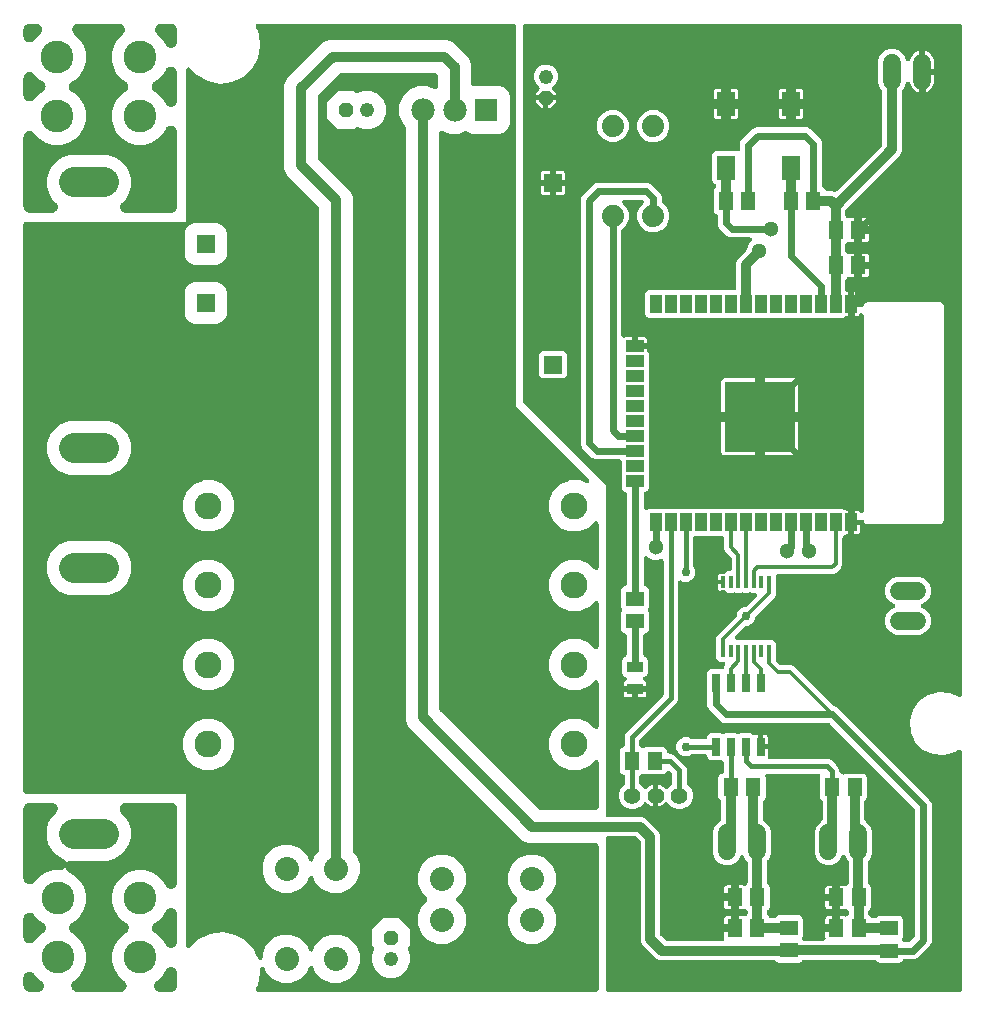
<source format=gbr>
G04 EAGLE Gerber RS-274X export*
G75*
%MOMM*%
%FSLAX34Y34*%
%LPD*%
%INTop Copper*%
%IPPOS*%
%AMOC8*
5,1,8,0,0,1.08239X$1,22.5*%
G01*
%ADD10R,1.300000X1.500000*%
%ADD11P,1.319650X8X112.500000*%
%ADD12C,1.219200*%
%ADD13C,2.550000*%
%ADD14R,1.524000X1.524000*%
%ADD15C,2.775000*%
%ADD16C,2.032000*%
%ADD17R,1.500000X1.300000*%
%ADD18R,1.600000X2.000000*%
%ADD19R,1.000000X1.500000*%
%ADD20R,1.500000X1.000000*%
%ADD21R,6.000000X6.000000*%
%ADD22C,2.286000*%
%ADD23C,1.524000*%
%ADD24R,0.650000X1.500000*%
%ADD25C,1.879600*%
%ADD26R,1.980000X1.980000*%
%ADD27C,1.980000*%
%ADD28P,1.319650X8X202.500000*%
%ADD29P,1.319650X8X292.500000*%
%ADD30R,1.400000X0.900000*%
%ADD31R,0.304800X0.990600*%
%ADD32C,1.422400*%
%ADD33C,0.812800*%
%ADD34C,0.609600*%
%ADD35C,0.304800*%
%ADD36C,0.756400*%
%ADD37C,0.406400*%
%ADD38C,1.300000*%

G36*
X495018Y10163D02*
X495018Y10163D01*
X495036Y10161D01*
X495218Y10182D01*
X495401Y10201D01*
X495418Y10206D01*
X495435Y10208D01*
X495610Y10265D01*
X495786Y10319D01*
X495801Y10327D01*
X495818Y10333D01*
X495978Y10423D01*
X496140Y10511D01*
X496153Y10522D01*
X496169Y10531D01*
X496308Y10651D01*
X496449Y10768D01*
X496460Y10782D01*
X496474Y10794D01*
X496586Y10939D01*
X496701Y11082D01*
X496709Y11098D01*
X496720Y11112D01*
X496802Y11277D01*
X496887Y11439D01*
X496892Y11456D01*
X496900Y11472D01*
X496947Y11651D01*
X496998Y11826D01*
X497000Y11844D01*
X497004Y11861D01*
X497031Y12192D01*
X497031Y133744D01*
X497029Y133762D01*
X497031Y133780D01*
X497010Y133962D01*
X496991Y134145D01*
X496986Y134162D01*
X496984Y134179D01*
X496927Y134354D01*
X496873Y134530D01*
X496865Y134545D01*
X496859Y134562D01*
X496769Y134722D01*
X496681Y134884D01*
X496670Y134897D01*
X496661Y134913D01*
X496541Y135052D01*
X496424Y135193D01*
X496410Y135204D01*
X496398Y135218D01*
X496253Y135330D01*
X496110Y135445D01*
X496094Y135453D01*
X496080Y135464D01*
X495915Y135546D01*
X495753Y135631D01*
X495736Y135636D01*
X495720Y135644D01*
X495541Y135691D01*
X495366Y135742D01*
X495348Y135744D01*
X495331Y135748D01*
X495000Y135775D01*
X438170Y135775D01*
X432942Y137941D01*
X428655Y142228D01*
X336041Y234842D01*
X333875Y240070D01*
X333875Y741813D01*
X333873Y741840D01*
X333875Y741867D01*
X333853Y742040D01*
X333835Y742214D01*
X333828Y742239D01*
X333824Y742266D01*
X333769Y742432D01*
X333717Y742599D01*
X333704Y742622D01*
X333696Y742648D01*
X333609Y742799D01*
X333525Y742953D01*
X333508Y742973D01*
X333495Y742997D01*
X333280Y743250D01*
X331093Y745437D01*
X328039Y752810D01*
X328039Y760790D01*
X331093Y768163D01*
X336737Y773807D01*
X344110Y776861D01*
X352090Y776861D01*
X358067Y774385D01*
X358080Y774381D01*
X358091Y774375D01*
X358271Y774323D01*
X358452Y774269D01*
X358465Y774267D01*
X358478Y774264D01*
X358666Y774248D01*
X358853Y774231D01*
X358866Y774232D01*
X358880Y774231D01*
X359067Y774253D01*
X359253Y774272D01*
X359266Y774276D01*
X359279Y774278D01*
X359459Y774336D01*
X359638Y774392D01*
X359649Y774399D01*
X359662Y774403D01*
X359827Y774496D01*
X359991Y774585D01*
X360001Y774594D01*
X360013Y774601D01*
X360155Y774724D01*
X360299Y774845D01*
X360307Y774855D01*
X360318Y774864D01*
X360433Y775012D01*
X360550Y775159D01*
X360556Y775171D01*
X360564Y775182D01*
X360648Y775351D01*
X360734Y775517D01*
X360738Y775530D01*
X360744Y775542D01*
X360793Y775725D01*
X360844Y775905D01*
X360845Y775918D01*
X360848Y775931D01*
X360875Y776262D01*
X360875Y785744D01*
X360873Y785762D01*
X360875Y785780D01*
X360854Y785962D01*
X360835Y786145D01*
X360830Y786162D01*
X360828Y786179D01*
X360771Y786354D01*
X360717Y786530D01*
X360709Y786545D01*
X360703Y786562D01*
X360613Y786722D01*
X360525Y786884D01*
X360514Y786897D01*
X360505Y786913D01*
X360385Y787052D01*
X360268Y787193D01*
X360254Y787204D01*
X360242Y787218D01*
X360097Y787330D01*
X359954Y787445D01*
X359938Y787453D01*
X359924Y787464D01*
X359759Y787546D01*
X359597Y787631D01*
X359580Y787636D01*
X359564Y787644D01*
X359385Y787691D01*
X359210Y787742D01*
X359192Y787744D01*
X359175Y787748D01*
X358844Y787775D01*
X278733Y787775D01*
X278707Y787773D01*
X278680Y787775D01*
X278506Y787753D01*
X278333Y787735D01*
X278307Y787728D01*
X278281Y787724D01*
X278115Y787669D01*
X277948Y787617D01*
X277924Y787604D01*
X277899Y787596D01*
X277747Y787509D01*
X277594Y787425D01*
X277573Y787408D01*
X277550Y787395D01*
X277297Y787180D01*
X259820Y769703D01*
X259803Y769682D01*
X259782Y769665D01*
X259675Y769527D01*
X259565Y769391D01*
X259552Y769368D01*
X259536Y769347D01*
X259458Y769190D01*
X259376Y769036D01*
X259368Y769010D01*
X259356Y768986D01*
X259311Y768817D01*
X259261Y768650D01*
X259259Y768623D01*
X259252Y768597D01*
X259225Y768267D01*
X259225Y716733D01*
X259227Y716707D01*
X259225Y716680D01*
X259247Y716506D01*
X259265Y716333D01*
X259272Y716307D01*
X259276Y716281D01*
X259332Y716114D01*
X259383Y715948D01*
X259396Y715924D01*
X259404Y715899D01*
X259491Y715747D01*
X259575Y715594D01*
X259592Y715573D01*
X259605Y715550D01*
X259820Y715297D01*
X286659Y688458D01*
X288825Y683230D01*
X288825Y129755D01*
X288827Y129728D01*
X288825Y129701D01*
X288847Y129527D01*
X288865Y129354D01*
X288872Y129328D01*
X288876Y129302D01*
X288931Y129136D01*
X288983Y128969D01*
X288996Y128945D01*
X289004Y128920D01*
X289091Y128768D01*
X289175Y128615D01*
X289192Y128594D01*
X289205Y128571D01*
X289420Y128318D01*
X291827Y125911D01*
X294921Y118442D01*
X294921Y110358D01*
X291827Y102889D01*
X286111Y97173D01*
X278642Y94079D01*
X270558Y94079D01*
X263089Y97173D01*
X257373Y102889D01*
X255627Y107105D01*
X255622Y107113D01*
X255620Y107122D01*
X255528Y107289D01*
X255436Y107460D01*
X255431Y107467D01*
X255426Y107475D01*
X255303Y107621D01*
X255180Y107770D01*
X255173Y107776D01*
X255167Y107783D01*
X255017Y107903D01*
X254867Y108024D01*
X254859Y108028D01*
X254853Y108034D01*
X254681Y108122D01*
X254511Y108211D01*
X254502Y108214D01*
X254494Y108218D01*
X254310Y108270D01*
X254124Y108324D01*
X254116Y108325D01*
X254107Y108327D01*
X253916Y108342D01*
X253723Y108359D01*
X253714Y108358D01*
X253706Y108359D01*
X253515Y108335D01*
X253323Y108314D01*
X253315Y108311D01*
X253306Y108310D01*
X253123Y108249D01*
X252940Y108191D01*
X252932Y108186D01*
X252924Y108183D01*
X252756Y108088D01*
X252588Y107994D01*
X252582Y107988D01*
X252574Y107984D01*
X252429Y107857D01*
X252283Y107732D01*
X252277Y107725D01*
X252270Y107719D01*
X252153Y107567D01*
X252034Y107415D01*
X252030Y107407D01*
X252025Y107400D01*
X251873Y107105D01*
X250127Y102889D01*
X244411Y97173D01*
X236942Y94079D01*
X228858Y94079D01*
X221389Y97173D01*
X215673Y102889D01*
X212579Y110358D01*
X212579Y118442D01*
X215673Y125911D01*
X221389Y131627D01*
X228858Y134721D01*
X236942Y134721D01*
X244411Y131627D01*
X250127Y125911D01*
X251873Y121695D01*
X251878Y121687D01*
X251880Y121678D01*
X251973Y121509D01*
X252064Y121340D01*
X252069Y121333D01*
X252074Y121325D01*
X252197Y121179D01*
X252320Y121030D01*
X252327Y121024D01*
X252333Y121017D01*
X252482Y120898D01*
X252633Y120776D01*
X252641Y120772D01*
X252648Y120766D01*
X252817Y120679D01*
X252989Y120589D01*
X252998Y120586D01*
X253006Y120582D01*
X253188Y120531D01*
X253376Y120476D01*
X253385Y120475D01*
X253393Y120473D01*
X253584Y120458D01*
X253777Y120441D01*
X253786Y120442D01*
X253794Y120441D01*
X253985Y120465D01*
X254177Y120486D01*
X254185Y120489D01*
X254194Y120490D01*
X254375Y120550D01*
X254560Y120609D01*
X254568Y120614D01*
X254576Y120617D01*
X254742Y120711D01*
X254912Y120806D01*
X254918Y120812D01*
X254926Y120816D01*
X255071Y120943D01*
X255217Y121068D01*
X255223Y121075D01*
X255230Y121081D01*
X255347Y121233D01*
X255466Y121385D01*
X255470Y121393D01*
X255475Y121400D01*
X255627Y121695D01*
X257373Y125911D01*
X259780Y128318D01*
X259797Y128339D01*
X259818Y128356D01*
X259925Y128494D01*
X260035Y128630D01*
X260048Y128653D01*
X260064Y128674D01*
X260142Y128831D01*
X260224Y128985D01*
X260232Y129011D01*
X260244Y129035D01*
X260289Y129204D01*
X260339Y129371D01*
X260341Y129398D01*
X260348Y129424D01*
X260375Y129755D01*
X260375Y673667D01*
X260373Y673693D01*
X260375Y673720D01*
X260353Y673894D01*
X260335Y674067D01*
X260328Y674093D01*
X260324Y674119D01*
X260269Y674285D01*
X260217Y674452D01*
X260204Y674476D01*
X260196Y674501D01*
X260109Y674653D01*
X260025Y674806D01*
X260008Y674827D01*
X259995Y674850D01*
X259780Y675103D01*
X232941Y701942D01*
X230775Y707170D01*
X230775Y777830D01*
X232941Y783058D01*
X263942Y814059D01*
X269170Y816225D01*
X368830Y816225D01*
X374058Y814059D01*
X387159Y800958D01*
X389325Y795730D01*
X389325Y778892D01*
X389327Y778874D01*
X389325Y778856D01*
X389346Y778674D01*
X389365Y778491D01*
X389370Y778474D01*
X389372Y778457D01*
X389429Y778282D01*
X389483Y778106D01*
X389491Y778091D01*
X389497Y778074D01*
X389587Y777914D01*
X389675Y777752D01*
X389686Y777739D01*
X389695Y777723D01*
X389815Y777584D01*
X389932Y777443D01*
X389946Y777432D01*
X389958Y777418D01*
X390103Y777306D01*
X390246Y777191D01*
X390262Y777183D01*
X390276Y777172D01*
X390441Y777090D01*
X390603Y777005D01*
X390620Y777000D01*
X390636Y776992D01*
X390815Y776945D01*
X390990Y776894D01*
X391008Y776892D01*
X391025Y776888D01*
X391356Y776861D01*
X414021Y776861D01*
X417756Y775314D01*
X420614Y772456D01*
X422161Y768721D01*
X422161Y744879D01*
X420614Y741144D01*
X417756Y738286D01*
X414021Y736739D01*
X390179Y736739D01*
X386444Y738286D01*
X386344Y738387D01*
X386327Y738401D01*
X386312Y738418D01*
X386172Y738528D01*
X386033Y738642D01*
X386013Y738652D01*
X385995Y738666D01*
X385835Y738746D01*
X385677Y738830D01*
X385655Y738837D01*
X385635Y738847D01*
X385463Y738894D01*
X385291Y738945D01*
X385269Y738947D01*
X385247Y738953D01*
X385068Y738965D01*
X384890Y738981D01*
X384868Y738979D01*
X384845Y738981D01*
X384667Y738957D01*
X384490Y738938D01*
X384468Y738931D01*
X384446Y738928D01*
X384130Y738827D01*
X379090Y736739D01*
X371110Y736739D01*
X365133Y739215D01*
X365120Y739219D01*
X365109Y739225D01*
X364929Y739277D01*
X364748Y739331D01*
X364735Y739333D01*
X364722Y739336D01*
X364534Y739352D01*
X364347Y739369D01*
X364334Y739368D01*
X364320Y739369D01*
X364133Y739347D01*
X363947Y739328D01*
X363934Y739324D01*
X363921Y739322D01*
X363741Y739264D01*
X363562Y739208D01*
X363551Y739201D01*
X363538Y739197D01*
X363373Y739104D01*
X363209Y739015D01*
X363199Y739006D01*
X363187Y738999D01*
X363045Y738876D01*
X362901Y738755D01*
X362893Y738745D01*
X362882Y738736D01*
X362767Y738588D01*
X362650Y738441D01*
X362644Y738429D01*
X362636Y738418D01*
X362552Y738249D01*
X362466Y738083D01*
X362462Y738070D01*
X362456Y738058D01*
X362407Y737875D01*
X362356Y737695D01*
X362355Y737682D01*
X362352Y737669D01*
X362325Y737338D01*
X362325Y249633D01*
X362327Y249607D01*
X362325Y249580D01*
X362347Y249406D01*
X362365Y249233D01*
X362372Y249207D01*
X362376Y249181D01*
X362431Y249015D01*
X362483Y248848D01*
X362496Y248824D01*
X362504Y248799D01*
X362591Y248647D01*
X362675Y248494D01*
X362692Y248473D01*
X362705Y248450D01*
X362920Y248197D01*
X446297Y164820D01*
X446318Y164803D01*
X446335Y164782D01*
X446473Y164675D01*
X446609Y164565D01*
X446632Y164552D01*
X446653Y164536D01*
X446810Y164458D01*
X446964Y164376D01*
X446990Y164368D01*
X447014Y164356D01*
X447183Y164311D01*
X447350Y164261D01*
X447377Y164259D01*
X447403Y164252D01*
X447733Y164225D01*
X495000Y164225D01*
X495018Y164227D01*
X495036Y164225D01*
X495218Y164246D01*
X495401Y164265D01*
X495418Y164270D01*
X495435Y164272D01*
X495610Y164329D01*
X495786Y164383D01*
X495801Y164391D01*
X495818Y164397D01*
X495978Y164487D01*
X496140Y164575D01*
X496153Y164586D01*
X496169Y164595D01*
X496308Y164715D01*
X496449Y164832D01*
X496460Y164846D01*
X496474Y164858D01*
X496586Y165003D01*
X496701Y165146D01*
X496709Y165162D01*
X496720Y165176D01*
X496802Y165341D01*
X496887Y165503D01*
X496892Y165520D01*
X496900Y165536D01*
X496947Y165715D01*
X496998Y165890D01*
X497000Y165908D01*
X497004Y165925D01*
X497031Y166256D01*
X497031Y204543D01*
X497030Y204552D01*
X497031Y204561D01*
X497010Y204755D01*
X496991Y204944D01*
X496989Y204953D01*
X496988Y204961D01*
X496929Y205146D01*
X496873Y205329D01*
X496869Y205337D01*
X496866Y205345D01*
X496773Y205514D01*
X496681Y205683D01*
X496676Y205690D01*
X496671Y205698D01*
X496547Y205845D01*
X496424Y205992D01*
X496417Y205998D01*
X496411Y206005D01*
X496259Y206124D01*
X496110Y206245D01*
X496102Y206249D01*
X496095Y206254D01*
X495922Y206342D01*
X495753Y206430D01*
X495744Y206433D01*
X495736Y206437D01*
X495550Y206489D01*
X495366Y206542D01*
X495357Y206542D01*
X495348Y206545D01*
X495155Y206559D01*
X494964Y206574D01*
X494956Y206573D01*
X494947Y206574D01*
X494754Y206550D01*
X494565Y206527D01*
X494556Y206525D01*
X494547Y206524D01*
X494365Y206462D01*
X494182Y206403D01*
X494174Y206398D01*
X494166Y206395D01*
X493999Y206299D01*
X493831Y206205D01*
X493824Y206199D01*
X493817Y206194D01*
X493564Y205980D01*
X488920Y201336D01*
X480985Y198049D01*
X472395Y198049D01*
X464460Y201336D01*
X458386Y207410D01*
X455099Y215345D01*
X455099Y223935D01*
X458386Y231870D01*
X464460Y237944D01*
X472395Y241231D01*
X480985Y241231D01*
X488920Y237944D01*
X493564Y233300D01*
X493571Y233295D01*
X493576Y233288D01*
X493726Y233167D01*
X493875Y233045D01*
X493883Y233041D01*
X493890Y233035D01*
X494061Y232947D01*
X494231Y232857D01*
X494239Y232854D01*
X494247Y232850D01*
X494433Y232797D01*
X494617Y232742D01*
X494626Y232741D01*
X494634Y232738D01*
X494826Y232723D01*
X495018Y232705D01*
X495027Y232706D01*
X495036Y232706D01*
X495225Y232728D01*
X495418Y232749D01*
X495427Y232751D01*
X495435Y232753D01*
X495617Y232812D01*
X495802Y232870D01*
X495810Y232875D01*
X495818Y232877D01*
X495987Y232972D01*
X496154Y233065D01*
X496161Y233071D01*
X496169Y233075D01*
X496315Y233201D01*
X496461Y233326D01*
X496467Y233333D01*
X496474Y233338D01*
X496591Y233490D01*
X496711Y233642D01*
X496715Y233650D01*
X496720Y233657D01*
X496806Y233829D01*
X496893Y234000D01*
X496896Y234009D01*
X496900Y234017D01*
X496950Y234204D01*
X497001Y234388D01*
X497002Y234397D01*
X497004Y234406D01*
X497031Y234737D01*
X497031Y271853D01*
X497030Y271862D01*
X497031Y271871D01*
X497010Y272065D01*
X496991Y272254D01*
X496989Y272263D01*
X496988Y272271D01*
X496929Y272456D01*
X496873Y272639D01*
X496869Y272647D01*
X496866Y272655D01*
X496773Y272824D01*
X496681Y272993D01*
X496676Y273000D01*
X496671Y273008D01*
X496547Y273155D01*
X496424Y273302D01*
X496417Y273308D01*
X496411Y273315D01*
X496259Y273434D01*
X496110Y273555D01*
X496102Y273559D01*
X496095Y273564D01*
X495922Y273652D01*
X495753Y273740D01*
X495744Y273743D01*
X495736Y273747D01*
X495550Y273799D01*
X495366Y273852D01*
X495357Y273852D01*
X495348Y273855D01*
X495155Y273869D01*
X494964Y273884D01*
X494956Y273883D01*
X494947Y273884D01*
X494754Y273860D01*
X494565Y273837D01*
X494556Y273835D01*
X494547Y273834D01*
X494365Y273772D01*
X494182Y273713D01*
X494174Y273708D01*
X494166Y273705D01*
X493999Y273609D01*
X493831Y273515D01*
X493824Y273509D01*
X493817Y273504D01*
X493564Y273290D01*
X488920Y268646D01*
X480985Y265359D01*
X472395Y265359D01*
X464460Y268646D01*
X458386Y274720D01*
X455099Y282655D01*
X455099Y291245D01*
X458386Y299180D01*
X464460Y305254D01*
X472395Y308541D01*
X480985Y308541D01*
X488920Y305254D01*
X493564Y300610D01*
X493571Y300605D01*
X493576Y300598D01*
X493726Y300477D01*
X493875Y300355D01*
X493883Y300351D01*
X493890Y300345D01*
X494061Y300257D01*
X494231Y300167D01*
X494239Y300164D01*
X494247Y300160D01*
X494433Y300107D01*
X494617Y300052D01*
X494626Y300051D01*
X494634Y300048D01*
X494826Y300033D01*
X495018Y300015D01*
X495027Y300016D01*
X495036Y300016D01*
X495225Y300038D01*
X495418Y300059D01*
X495427Y300061D01*
X495435Y300063D01*
X495617Y300122D01*
X495802Y300180D01*
X495810Y300185D01*
X495818Y300187D01*
X495987Y300282D01*
X496154Y300375D01*
X496161Y300381D01*
X496169Y300385D01*
X496315Y300511D01*
X496461Y300636D01*
X496467Y300643D01*
X496474Y300648D01*
X496591Y300800D01*
X496711Y300952D01*
X496715Y300960D01*
X496720Y300967D01*
X496806Y301139D01*
X496893Y301310D01*
X496896Y301319D01*
X496900Y301327D01*
X496950Y301514D01*
X497001Y301698D01*
X497002Y301707D01*
X497004Y301716D01*
X497031Y302047D01*
X497031Y339153D01*
X497030Y339162D01*
X497031Y339171D01*
X497010Y339365D01*
X496991Y339554D01*
X496989Y339563D01*
X496988Y339571D01*
X496929Y339756D01*
X496873Y339939D01*
X496869Y339947D01*
X496866Y339955D01*
X496773Y340124D01*
X496681Y340293D01*
X496676Y340300D01*
X496671Y340308D01*
X496547Y340455D01*
X496424Y340602D01*
X496417Y340608D01*
X496411Y340615D01*
X496259Y340734D01*
X496110Y340855D01*
X496102Y340859D01*
X496095Y340864D01*
X495922Y340952D01*
X495753Y341040D01*
X495744Y341043D01*
X495736Y341047D01*
X495550Y341099D01*
X495366Y341152D01*
X495357Y341152D01*
X495348Y341155D01*
X495155Y341169D01*
X494964Y341184D01*
X494956Y341183D01*
X494947Y341184D01*
X494754Y341160D01*
X494565Y341137D01*
X494556Y341135D01*
X494547Y341134D01*
X494365Y341072D01*
X494182Y341013D01*
X494174Y341008D01*
X494166Y341005D01*
X493999Y340909D01*
X493831Y340815D01*
X493824Y340809D01*
X493817Y340804D01*
X493564Y340590D01*
X488920Y335946D01*
X486642Y335003D01*
X481738Y332971D01*
X480985Y332659D01*
X472395Y332659D01*
X464460Y335946D01*
X458386Y342020D01*
X455099Y349955D01*
X455099Y358545D01*
X458386Y366480D01*
X464460Y372554D01*
X467740Y373912D01*
X467740Y373913D01*
X472395Y375841D01*
X480985Y375841D01*
X488920Y372554D01*
X493564Y367910D01*
X493571Y367905D01*
X493576Y367898D01*
X493726Y367777D01*
X493875Y367655D01*
X493883Y367651D01*
X493890Y367645D01*
X494061Y367557D01*
X494231Y367467D01*
X494239Y367464D01*
X494247Y367460D01*
X494433Y367407D01*
X494617Y367352D01*
X494626Y367351D01*
X494634Y367348D01*
X494826Y367333D01*
X495018Y367315D01*
X495027Y367316D01*
X495036Y367316D01*
X495225Y367338D01*
X495418Y367359D01*
X495427Y367361D01*
X495435Y367363D01*
X495617Y367422D01*
X495802Y367480D01*
X495810Y367485D01*
X495818Y367487D01*
X495987Y367582D01*
X496154Y367675D01*
X496161Y367681D01*
X496169Y367685D01*
X496315Y367811D01*
X496461Y367936D01*
X496467Y367943D01*
X496474Y367948D01*
X496591Y368100D01*
X496711Y368252D01*
X496715Y368260D01*
X496720Y368267D01*
X496806Y368439D01*
X496893Y368610D01*
X496896Y368619D01*
X496900Y368627D01*
X496950Y368814D01*
X497001Y368998D01*
X497002Y369007D01*
X497004Y369016D01*
X497031Y369347D01*
X497031Y406463D01*
X497030Y406472D01*
X497031Y406481D01*
X497010Y406675D01*
X496991Y406864D01*
X496989Y406873D01*
X496988Y406881D01*
X496929Y407066D01*
X496873Y407249D01*
X496869Y407257D01*
X496866Y407265D01*
X496773Y407434D01*
X496681Y407603D01*
X496676Y407610D01*
X496671Y407618D01*
X496547Y407765D01*
X496424Y407912D01*
X496417Y407918D01*
X496411Y407925D01*
X496259Y408044D01*
X496110Y408165D01*
X496102Y408169D01*
X496095Y408174D01*
X495922Y408262D01*
X495753Y408350D01*
X495744Y408353D01*
X495736Y408357D01*
X495550Y408409D01*
X495366Y408462D01*
X495357Y408462D01*
X495348Y408465D01*
X495155Y408479D01*
X494964Y408494D01*
X494956Y408493D01*
X494947Y408494D01*
X494754Y408470D01*
X494565Y408447D01*
X494556Y408445D01*
X494547Y408444D01*
X494365Y408382D01*
X494182Y408323D01*
X494174Y408318D01*
X494166Y408315D01*
X493999Y408219D01*
X493831Y408125D01*
X493824Y408119D01*
X493817Y408114D01*
X493564Y407900D01*
X488920Y403256D01*
X485969Y402034D01*
X481065Y400003D01*
X480985Y399969D01*
X472395Y399969D01*
X464460Y403256D01*
X458386Y409330D01*
X455099Y417265D01*
X455099Y425855D01*
X458386Y433790D01*
X464460Y439864D01*
X467067Y440944D01*
X471971Y442975D01*
X472395Y443151D01*
X480985Y443151D01*
X486466Y440880D01*
X486470Y440879D01*
X486474Y440877D01*
X486662Y440821D01*
X486851Y440764D01*
X486855Y440764D01*
X486860Y440762D01*
X487058Y440744D01*
X487252Y440726D01*
X487256Y440726D01*
X487261Y440726D01*
X487463Y440748D01*
X487652Y440768D01*
X487656Y440769D01*
X487661Y440769D01*
X487853Y440830D01*
X488037Y440887D01*
X488040Y440889D01*
X488045Y440891D01*
X488218Y440987D01*
X488390Y441081D01*
X488393Y441084D01*
X488397Y441086D01*
X488547Y441213D01*
X488698Y441340D01*
X488701Y441343D01*
X488704Y441346D01*
X488827Y441502D01*
X488949Y441655D01*
X488951Y441659D01*
X488954Y441662D01*
X489044Y441839D01*
X489133Y442013D01*
X489134Y442017D01*
X489136Y442021D01*
X489190Y442214D01*
X489243Y442400D01*
X489243Y442404D01*
X489244Y442409D01*
X489259Y442611D01*
X489274Y442802D01*
X489273Y442806D01*
X489273Y442810D01*
X489248Y443011D01*
X489225Y443201D01*
X489224Y443205D01*
X489223Y443210D01*
X489160Y443397D01*
X489098Y443583D01*
X489096Y443587D01*
X489095Y443592D01*
X488997Y443762D01*
X488899Y443933D01*
X488896Y443936D01*
X488894Y443940D01*
X488679Y444193D01*
X427031Y505841D01*
X427031Y827808D01*
X427029Y827826D01*
X427031Y827844D01*
X427010Y828025D01*
X426991Y828209D01*
X426986Y828226D01*
X426984Y828243D01*
X426927Y828418D01*
X426873Y828594D01*
X426865Y828609D01*
X426859Y828626D01*
X426769Y828786D01*
X426681Y828948D01*
X426670Y828961D01*
X426661Y828977D01*
X426541Y829116D01*
X426424Y829257D01*
X426410Y829268D01*
X426398Y829282D01*
X426253Y829394D01*
X426110Y829509D01*
X426094Y829517D01*
X426080Y829528D01*
X425915Y829610D01*
X425753Y829695D01*
X425736Y829700D01*
X425720Y829708D01*
X425541Y829755D01*
X425366Y829806D01*
X425348Y829808D01*
X425331Y829812D01*
X425000Y829839D01*
X208691Y829839D01*
X208632Y829833D01*
X208574Y829836D01*
X208433Y829814D01*
X208290Y829799D01*
X208234Y829782D01*
X208176Y829773D01*
X208042Y829723D01*
X207905Y829681D01*
X207854Y829653D01*
X207799Y829633D01*
X207677Y829558D01*
X207551Y829489D01*
X207506Y829452D01*
X207456Y829421D01*
X207352Y829323D01*
X207242Y829232D01*
X207205Y829186D01*
X207162Y829146D01*
X207079Y829029D01*
X206990Y828918D01*
X206963Y828866D01*
X206929Y828818D01*
X206870Y828687D01*
X206804Y828561D01*
X206788Y828504D01*
X206764Y828451D01*
X206732Y828311D01*
X206693Y828174D01*
X206688Y828115D01*
X206675Y828058D01*
X206671Y827915D01*
X206660Y827772D01*
X206667Y827714D01*
X206665Y827656D01*
X206690Y827515D01*
X206707Y827373D01*
X206725Y827317D01*
X206735Y827259D01*
X206807Y827067D01*
X206832Y826990D01*
X206842Y826972D01*
X206850Y826948D01*
X207312Y825959D01*
X208550Y823312D01*
X209508Y821261D01*
X210779Y810968D01*
X208808Y800786D01*
X203787Y791712D01*
X196208Y784633D01*
X186811Y780242D01*
X176518Y778971D01*
X166336Y780942D01*
X157262Y785963D01*
X151484Y792149D01*
X151452Y792177D01*
X151424Y792211D01*
X151301Y792310D01*
X151182Y792414D01*
X151144Y792436D01*
X151110Y792463D01*
X150970Y792536D01*
X150833Y792615D01*
X150791Y792629D01*
X150753Y792649D01*
X150601Y792693D01*
X150451Y792743D01*
X150408Y792748D01*
X150366Y792760D01*
X150208Y792773D01*
X150052Y792793D01*
X150008Y792790D01*
X149964Y792793D01*
X149808Y792775D01*
X149650Y792763D01*
X149608Y792751D01*
X149565Y792746D01*
X149415Y792697D01*
X149262Y792655D01*
X149223Y792635D01*
X149182Y792621D01*
X149044Y792544D01*
X148903Y792472D01*
X148869Y792445D01*
X148831Y792423D01*
X148711Y792320D01*
X148588Y792222D01*
X148560Y792189D01*
X148526Y792160D01*
X148429Y792035D01*
X148328Y791915D01*
X148306Y791877D01*
X148280Y791842D01*
X148209Y791701D01*
X148133Y791562D01*
X148120Y791521D01*
X148100Y791482D01*
X148059Y791329D01*
X148012Y791179D01*
X148007Y791135D01*
X147996Y791093D01*
X147974Y790827D01*
X147969Y790778D01*
X147969Y790771D01*
X147969Y790762D01*
X147969Y662031D01*
X12192Y662031D01*
X12174Y662029D01*
X12156Y662031D01*
X11974Y662010D01*
X11791Y661991D01*
X11774Y661986D01*
X11757Y661984D01*
X11582Y661927D01*
X11406Y661873D01*
X11391Y661865D01*
X11374Y661859D01*
X11214Y661769D01*
X11052Y661681D01*
X11039Y661670D01*
X11023Y661661D01*
X10884Y661541D01*
X10743Y661424D01*
X10732Y661410D01*
X10718Y661398D01*
X10606Y661253D01*
X10491Y661110D01*
X10483Y661094D01*
X10472Y661080D01*
X10390Y660915D01*
X10305Y660753D01*
X10300Y660736D01*
X10292Y660720D01*
X10245Y660541D01*
X10194Y660366D01*
X10192Y660348D01*
X10188Y660331D01*
X10161Y660000D01*
X10161Y180000D01*
X10163Y179982D01*
X10161Y179964D01*
X10182Y179782D01*
X10201Y179599D01*
X10206Y179582D01*
X10208Y179565D01*
X10265Y179390D01*
X10319Y179214D01*
X10327Y179199D01*
X10333Y179182D01*
X10423Y179022D01*
X10511Y178860D01*
X10522Y178847D01*
X10531Y178831D01*
X10651Y178692D01*
X10768Y178551D01*
X10782Y178540D01*
X10794Y178527D01*
X10939Y178414D01*
X11082Y178299D01*
X11098Y178291D01*
X11112Y178280D01*
X11277Y178198D01*
X11439Y178113D01*
X11456Y178108D01*
X11472Y178100D01*
X11651Y178053D01*
X11826Y178002D01*
X11844Y178000D01*
X11861Y177996D01*
X12192Y177969D01*
X147969Y177969D01*
X147969Y49255D01*
X147986Y49080D01*
X147999Y48905D01*
X148006Y48880D01*
X148009Y48854D01*
X148060Y48687D01*
X148107Y48517D01*
X148119Y48494D01*
X148127Y48469D01*
X148210Y48315D01*
X148290Y48158D01*
X148306Y48138D01*
X148319Y48115D01*
X148431Y47980D01*
X148540Y47843D01*
X148560Y47826D01*
X148576Y47806D01*
X148713Y47696D01*
X148847Y47582D01*
X148870Y47570D01*
X148890Y47554D01*
X149046Y47473D01*
X149200Y47388D01*
X149225Y47380D01*
X149247Y47368D01*
X149416Y47320D01*
X149584Y47267D01*
X149609Y47264D01*
X149634Y47257D01*
X149809Y47242D01*
X149984Y47224D01*
X150010Y47226D01*
X150036Y47224D01*
X150210Y47244D01*
X150385Y47260D01*
X150410Y47268D01*
X150435Y47271D01*
X150603Y47325D01*
X150771Y47375D01*
X150794Y47388D01*
X150818Y47396D01*
X150972Y47482D01*
X151126Y47564D01*
X151149Y47582D01*
X151169Y47593D01*
X151232Y47648D01*
X151386Y47770D01*
X159092Y54967D01*
X168489Y59358D01*
X178782Y60629D01*
X188964Y58658D01*
X198038Y53637D01*
X205117Y46058D01*
X207312Y41359D01*
X208492Y38836D01*
X208708Y38373D01*
X208790Y38235D01*
X208867Y38093D01*
X208893Y38062D01*
X208913Y38027D01*
X209022Y37907D01*
X209124Y37784D01*
X209156Y37759D01*
X209183Y37728D01*
X209313Y37633D01*
X209438Y37532D01*
X209474Y37513D01*
X209507Y37489D01*
X209653Y37420D01*
X209795Y37346D01*
X209834Y37335D01*
X209871Y37318D01*
X210028Y37279D01*
X210182Y37235D01*
X210223Y37232D01*
X210263Y37222D01*
X210423Y37215D01*
X210584Y37202D01*
X210624Y37207D01*
X210665Y37205D01*
X210824Y37230D01*
X210983Y37249D01*
X211022Y37262D01*
X211062Y37268D01*
X211213Y37324D01*
X211366Y37374D01*
X211402Y37394D01*
X211440Y37408D01*
X211577Y37493D01*
X211717Y37572D01*
X211748Y37598D01*
X211782Y37620D01*
X211900Y37730D01*
X212022Y37835D01*
X212046Y37867D01*
X212076Y37895D01*
X212170Y38026D01*
X212268Y38153D01*
X212286Y38189D01*
X212310Y38223D01*
X212376Y38369D01*
X212448Y38513D01*
X212458Y38553D01*
X212475Y38590D01*
X212510Y38747D01*
X212552Y38902D01*
X212556Y38948D01*
X212564Y38983D01*
X212566Y39070D01*
X212579Y39233D01*
X212579Y42242D01*
X215673Y49711D01*
X221389Y55427D01*
X225277Y57037D01*
X225277Y57038D01*
X228858Y58521D01*
X236942Y58521D01*
X244411Y55427D01*
X250127Y49711D01*
X251873Y45495D01*
X251878Y45487D01*
X251880Y45478D01*
X251973Y45309D01*
X252064Y45140D01*
X252069Y45133D01*
X252074Y45125D01*
X252197Y44979D01*
X252320Y44830D01*
X252327Y44824D01*
X252333Y44817D01*
X252482Y44698D01*
X252633Y44576D01*
X252641Y44572D01*
X252648Y44566D01*
X252817Y44479D01*
X252989Y44389D01*
X252998Y44386D01*
X253006Y44382D01*
X253188Y44331D01*
X253376Y44276D01*
X253385Y44275D01*
X253393Y44273D01*
X253584Y44258D01*
X253777Y44241D01*
X253786Y44242D01*
X253794Y44241D01*
X253985Y44265D01*
X254177Y44286D01*
X254185Y44289D01*
X254194Y44290D01*
X254375Y44350D01*
X254560Y44409D01*
X254568Y44414D01*
X254576Y44417D01*
X254742Y44511D01*
X254912Y44606D01*
X254918Y44612D01*
X254926Y44616D01*
X255071Y44743D01*
X255217Y44868D01*
X255223Y44875D01*
X255230Y44881D01*
X255347Y45033D01*
X255466Y45185D01*
X255470Y45193D01*
X255475Y45200D01*
X255627Y45495D01*
X257373Y49711D01*
X263089Y55427D01*
X266977Y57037D01*
X266977Y57038D01*
X270558Y58521D01*
X278642Y58521D01*
X286111Y55427D01*
X291827Y49711D01*
X294921Y42242D01*
X294921Y34158D01*
X291827Y26689D01*
X286111Y20973D01*
X284146Y20159D01*
X279242Y18128D01*
X278642Y17879D01*
X270558Y17879D01*
X263089Y20973D01*
X257373Y26689D01*
X255627Y30905D01*
X255622Y30913D01*
X255620Y30922D01*
X255528Y31089D01*
X255436Y31260D01*
X255431Y31267D01*
X255426Y31275D01*
X255303Y31421D01*
X255180Y31570D01*
X255173Y31576D01*
X255167Y31583D01*
X255017Y31703D01*
X254867Y31824D01*
X254859Y31828D01*
X254853Y31834D01*
X254681Y31922D01*
X254511Y32011D01*
X254502Y32014D01*
X254494Y32018D01*
X254310Y32070D01*
X254124Y32124D01*
X254116Y32125D01*
X254107Y32127D01*
X253916Y32142D01*
X253723Y32159D01*
X253714Y32158D01*
X253706Y32159D01*
X253515Y32135D01*
X253323Y32114D01*
X253315Y32111D01*
X253306Y32110D01*
X253123Y32049D01*
X252940Y31991D01*
X252932Y31986D01*
X252924Y31983D01*
X252756Y31888D01*
X252588Y31794D01*
X252582Y31788D01*
X252574Y31784D01*
X252429Y31657D01*
X252283Y31532D01*
X252277Y31525D01*
X252270Y31519D01*
X252153Y31367D01*
X252034Y31215D01*
X252030Y31207D01*
X252025Y31200D01*
X251873Y30905D01*
X250127Y26689D01*
X244411Y20973D01*
X242446Y20159D01*
X237542Y18128D01*
X236942Y17879D01*
X228858Y17879D01*
X221389Y20973D01*
X215673Y26689D01*
X214371Y29833D01*
X214310Y29947D01*
X214257Y30065D01*
X214215Y30124D01*
X214180Y30188D01*
X214098Y30288D01*
X214023Y30393D01*
X213970Y30443D01*
X213924Y30499D01*
X213824Y30580D01*
X213729Y30669D01*
X213668Y30707D01*
X213611Y30752D01*
X213497Y30812D01*
X213387Y30880D01*
X213319Y30906D01*
X213255Y30939D01*
X213131Y30976D01*
X213010Y31021D01*
X212938Y31032D01*
X212868Y31052D01*
X212739Y31064D01*
X212612Y31084D01*
X212539Y31081D01*
X212467Y31087D01*
X212339Y31073D01*
X212210Y31067D01*
X212139Y31050D01*
X212067Y31042D01*
X211944Y31002D01*
X211819Y30972D01*
X211753Y30941D01*
X211684Y30919D01*
X211571Y30856D01*
X211454Y30801D01*
X211396Y30758D01*
X211332Y30722D01*
X211234Y30638D01*
X211130Y30561D01*
X211082Y30508D01*
X211027Y30461D01*
X210947Y30359D01*
X210860Y30263D01*
X210823Y30201D01*
X210778Y30144D01*
X210720Y30028D01*
X210654Y29917D01*
X210630Y29849D01*
X210598Y29784D01*
X210563Y29659D01*
X210521Y29537D01*
X210510Y29466D01*
X210491Y29396D01*
X210482Y29266D01*
X210464Y29138D01*
X210468Y29055D01*
X210464Y28994D01*
X210473Y28919D01*
X210478Y28807D01*
X210779Y26368D01*
X208808Y16186D01*
X207142Y13175D01*
X207092Y13058D01*
X207033Y12945D01*
X207012Y12874D01*
X206983Y12806D01*
X206957Y12680D01*
X206921Y12558D01*
X206915Y12484D01*
X206900Y12412D01*
X206899Y12284D01*
X206889Y12156D01*
X206897Y12083D01*
X206897Y12009D01*
X206921Y11883D01*
X206936Y11757D01*
X206958Y11686D01*
X206972Y11614D01*
X207021Y11495D01*
X207060Y11374D01*
X207097Y11309D01*
X207125Y11241D01*
X207195Y11134D01*
X207258Y11023D01*
X207307Y10967D01*
X207348Y10906D01*
X207438Y10815D01*
X207521Y10718D01*
X207580Y10673D01*
X207632Y10621D01*
X207739Y10550D01*
X207840Y10472D01*
X207906Y10439D01*
X207967Y10398D01*
X208085Y10349D01*
X208200Y10292D01*
X208272Y10273D01*
X208340Y10245D01*
X208465Y10221D01*
X208589Y10188D01*
X208675Y10181D01*
X208735Y10169D01*
X208810Y10170D01*
X208920Y10161D01*
X495000Y10161D01*
X495018Y10163D01*
G37*
G36*
X802826Y10163D02*
X802826Y10163D01*
X802844Y10161D01*
X803026Y10182D01*
X803209Y10201D01*
X803226Y10206D01*
X803243Y10208D01*
X803418Y10265D01*
X803594Y10319D01*
X803609Y10327D01*
X803626Y10333D01*
X803786Y10423D01*
X803948Y10511D01*
X803961Y10522D01*
X803977Y10531D01*
X804116Y10651D01*
X804257Y10768D01*
X804268Y10782D01*
X804282Y10794D01*
X804394Y10939D01*
X804509Y11082D01*
X804517Y11098D01*
X804528Y11112D01*
X804610Y11277D01*
X804695Y11439D01*
X804700Y11456D01*
X804708Y11472D01*
X804755Y11651D01*
X804806Y11826D01*
X804808Y11844D01*
X804812Y11861D01*
X804839Y12192D01*
X804839Y212976D01*
X804836Y213010D01*
X804838Y213044D01*
X804816Y213210D01*
X804799Y213376D01*
X804789Y213409D01*
X804785Y213443D01*
X804730Y213602D01*
X804681Y213761D01*
X804665Y213791D01*
X804654Y213824D01*
X804569Y213968D01*
X804489Y214115D01*
X804468Y214141D01*
X804450Y214171D01*
X804339Y214296D01*
X804232Y214425D01*
X804205Y214446D01*
X804182Y214471D01*
X804048Y214572D01*
X803918Y214677D01*
X803888Y214693D01*
X803860Y214713D01*
X803709Y214785D01*
X803561Y214862D01*
X803528Y214872D01*
X803497Y214887D01*
X803334Y214928D01*
X803174Y214974D01*
X803140Y214977D01*
X803107Y214985D01*
X802940Y214993D01*
X802772Y215007D01*
X802738Y215003D01*
X802704Y215004D01*
X802539Y214979D01*
X802373Y214960D01*
X802340Y214949D01*
X802306Y214944D01*
X802149Y214887D01*
X801990Y214835D01*
X801960Y214818D01*
X801928Y214806D01*
X801642Y214639D01*
X801639Y214637D01*
X799003Y212788D01*
X789929Y210349D01*
X780567Y211161D01*
X772048Y215126D01*
X765399Y221765D01*
X763411Y226021D01*
X763410Y226021D01*
X762687Y227570D01*
X761422Y230278D01*
X760596Y239637D01*
X763021Y248715D01*
X768404Y256417D01*
X776097Y261812D01*
X785171Y264251D01*
X794533Y263439D01*
X801951Y259987D01*
X802005Y259968D01*
X802055Y259942D01*
X802195Y259901D01*
X802331Y259854D01*
X802387Y259846D01*
X802442Y259830D01*
X802587Y259818D01*
X802730Y259798D01*
X802787Y259802D01*
X802844Y259797D01*
X802987Y259814D01*
X803132Y259823D01*
X803187Y259838D01*
X803243Y259844D01*
X803381Y259889D01*
X803521Y259926D01*
X803572Y259951D01*
X803626Y259969D01*
X803752Y260040D01*
X803882Y260104D01*
X803927Y260139D01*
X803977Y260167D01*
X804086Y260261D01*
X804201Y260350D01*
X804238Y260393D01*
X804282Y260430D01*
X804370Y260544D01*
X804465Y260654D01*
X804493Y260703D01*
X804528Y260748D01*
X804593Y260878D01*
X804664Y261004D01*
X804682Y261058D01*
X804708Y261109D01*
X804745Y261249D01*
X804791Y261386D01*
X804797Y261442D01*
X804812Y261497D01*
X804829Y261707D01*
X804839Y261786D01*
X804837Y261805D01*
X804839Y261828D01*
X804839Y827808D01*
X804837Y827826D01*
X804839Y827844D01*
X804818Y828026D01*
X804799Y828209D01*
X804794Y828226D01*
X804792Y828243D01*
X804735Y828418D01*
X804681Y828594D01*
X804673Y828609D01*
X804667Y828626D01*
X804577Y828786D01*
X804489Y828948D01*
X804478Y828961D01*
X804469Y828977D01*
X804349Y829116D01*
X804232Y829257D01*
X804218Y829268D01*
X804206Y829282D01*
X804061Y829394D01*
X803918Y829509D01*
X803902Y829517D01*
X803888Y829528D01*
X803723Y829610D01*
X803561Y829695D01*
X803544Y829700D01*
X803528Y829708D01*
X803349Y829755D01*
X803174Y829806D01*
X803156Y829808D01*
X803139Y829812D01*
X802808Y829839D01*
X435000Y829839D01*
X434982Y829837D01*
X434964Y829839D01*
X434782Y829818D01*
X434599Y829799D01*
X434582Y829794D01*
X434565Y829792D01*
X434390Y829735D01*
X434214Y829681D01*
X434199Y829673D01*
X434182Y829667D01*
X434022Y829577D01*
X433860Y829489D01*
X433847Y829478D01*
X433831Y829469D01*
X433692Y829349D01*
X433551Y829232D01*
X433540Y829218D01*
X433527Y829206D01*
X433414Y829061D01*
X433299Y828918D01*
X433291Y828902D01*
X433280Y828888D01*
X433198Y828723D01*
X433113Y828561D01*
X433108Y828544D01*
X433100Y828528D01*
X433053Y828349D01*
X433002Y828174D01*
X433000Y828156D01*
X432996Y828139D01*
X432969Y827808D01*
X432969Y510000D01*
X432971Y509973D01*
X432969Y509947D01*
X432991Y509773D01*
X433009Y509599D01*
X433017Y509574D01*
X433020Y509547D01*
X433076Y509382D01*
X433127Y509214D01*
X433140Y509191D01*
X433148Y509166D01*
X433235Y509014D01*
X433319Y508860D01*
X433336Y508840D01*
X433349Y508817D01*
X433564Y508564D01*
X502969Y439159D01*
X502969Y160160D01*
X502971Y160142D01*
X502969Y160124D01*
X502990Y159942D01*
X503009Y159759D01*
X503014Y159742D01*
X503016Y159725D01*
X503073Y159550D01*
X503127Y159374D01*
X503135Y159359D01*
X503141Y159342D01*
X503231Y159182D01*
X503319Y159020D01*
X503330Y159007D01*
X503339Y158991D01*
X503459Y158852D01*
X503576Y158711D01*
X503590Y158700D01*
X503602Y158686D01*
X503747Y158574D01*
X503890Y158459D01*
X503906Y158451D01*
X503920Y158440D01*
X504085Y158358D01*
X504247Y158273D01*
X504264Y158268D01*
X504281Y158260D01*
X504459Y158213D01*
X504634Y158162D01*
X504652Y158160D01*
X504669Y158156D01*
X505000Y158129D01*
X533617Y158129D01*
X536605Y156891D01*
X547891Y145605D01*
X549129Y142617D01*
X549129Y59208D01*
X549131Y59182D01*
X549129Y59155D01*
X549151Y58981D01*
X549169Y58808D01*
X549176Y58782D01*
X549180Y58756D01*
X549235Y58590D01*
X549287Y58423D01*
X549300Y58399D01*
X549308Y58374D01*
X549395Y58222D01*
X549479Y58069D01*
X549496Y58048D01*
X549509Y58025D01*
X549724Y57772D01*
X553772Y53724D01*
X553793Y53707D01*
X553810Y53686D01*
X553948Y53579D01*
X554084Y53469D01*
X554107Y53456D01*
X554128Y53440D01*
X554285Y53362D01*
X554439Y53280D01*
X554465Y53272D01*
X554489Y53260D01*
X554658Y53215D01*
X554825Y53165D01*
X554852Y53163D01*
X554878Y53156D01*
X555208Y53129D01*
X601579Y53129D01*
X601661Y53137D01*
X601743Y53135D01*
X601861Y53157D01*
X601980Y53169D01*
X602059Y53193D01*
X602139Y53207D01*
X602251Y53252D01*
X602365Y53287D01*
X602437Y53326D01*
X602514Y53356D01*
X602614Y53422D01*
X602719Y53479D01*
X602782Y53531D01*
X602851Y53576D01*
X602937Y53660D01*
X603028Y53736D01*
X603080Y53800D01*
X603138Y53858D01*
X603206Y53957D01*
X603281Y54050D01*
X603318Y54123D01*
X603365Y54191D01*
X603411Y54301D01*
X603466Y54407D01*
X603489Y54486D01*
X603521Y54562D01*
X603544Y54679D01*
X603577Y54794D01*
X603584Y54876D01*
X603600Y54957D01*
X603601Y55076D01*
X603610Y55196D01*
X603601Y55277D01*
X603601Y55359D01*
X603574Y55509D01*
X603563Y55595D01*
X603551Y55634D01*
X603541Y55686D01*
X603359Y56366D01*
X603359Y60951D01*
X611182Y60951D01*
X611200Y60952D01*
X611217Y60951D01*
X611400Y60972D01*
X611582Y60991D01*
X611599Y60996D01*
X611617Y60998D01*
X611792Y61055D01*
X611967Y61109D01*
X611983Y61117D01*
X612000Y61123D01*
X612160Y61213D01*
X612321Y61300D01*
X612335Y61312D01*
X612351Y61321D01*
X612490Y61441D01*
X612631Y61558D01*
X612642Y61572D01*
X612655Y61584D01*
X612768Y61729D01*
X612883Y61872D01*
X612891Y61888D01*
X612902Y61902D01*
X612984Y62067D01*
X613068Y62229D01*
X613073Y62246D01*
X613081Y62262D01*
X613129Y62441D01*
X613180Y62616D01*
X613181Y62634D01*
X613186Y62651D01*
X613213Y62982D01*
X613213Y63387D01*
X613618Y63387D01*
X613636Y63389D01*
X613654Y63387D01*
X613836Y63409D01*
X614019Y63427D01*
X614036Y63432D01*
X614053Y63434D01*
X614228Y63491D01*
X614404Y63545D01*
X614419Y63553D01*
X614436Y63559D01*
X614596Y63649D01*
X614758Y63737D01*
X614771Y63748D01*
X614787Y63757D01*
X614926Y63877D01*
X615067Y63995D01*
X615078Y64008D01*
X615092Y64020D01*
X615204Y64165D01*
X615319Y64308D01*
X615327Y64324D01*
X615338Y64338D01*
X615420Y64503D01*
X615505Y64666D01*
X615510Y64683D01*
X615518Y64699D01*
X615565Y64877D01*
X615616Y65052D01*
X615618Y65070D01*
X615622Y65087D01*
X615649Y65418D01*
X615649Y74241D01*
X619235Y74241D01*
X620040Y74025D01*
X620130Y74010D01*
X620218Y73986D01*
X620328Y73978D01*
X620437Y73960D01*
X620528Y73963D01*
X620619Y73956D01*
X620729Y73970D01*
X620840Y73974D01*
X620928Y73995D01*
X621019Y74007D01*
X621124Y74042D01*
X621231Y74068D01*
X621314Y74106D01*
X621400Y74135D01*
X621496Y74190D01*
X621597Y74237D01*
X621670Y74290D01*
X621749Y74336D01*
X621854Y74425D01*
X621922Y74474D01*
X621954Y74510D01*
X622002Y74551D01*
X622676Y75225D01*
X622693Y75245D01*
X622714Y75263D01*
X622821Y75401D01*
X622931Y75536D01*
X622944Y75560D01*
X622960Y75581D01*
X623038Y75738D01*
X623120Y75892D01*
X623128Y75918D01*
X623140Y75942D01*
X623185Y76111D01*
X623235Y76278D01*
X623237Y76304D01*
X623244Y76330D01*
X623271Y76661D01*
X623271Y77739D01*
X623269Y77766D01*
X623271Y77792D01*
X623249Y77965D01*
X623231Y78140D01*
X623224Y78165D01*
X623220Y78192D01*
X623165Y78357D01*
X623113Y78524D01*
X623100Y78548D01*
X623092Y78573D01*
X623005Y78725D01*
X622921Y78879D01*
X622904Y78899D01*
X622891Y78922D01*
X622676Y79175D01*
X622002Y79849D01*
X621932Y79907D01*
X621868Y79972D01*
X621777Y80034D01*
X621691Y80104D01*
X621610Y80147D01*
X621535Y80198D01*
X621433Y80241D01*
X621335Y80293D01*
X621248Y80319D01*
X621164Y80354D01*
X621055Y80376D01*
X620949Y80408D01*
X620858Y80416D01*
X620769Y80434D01*
X620659Y80434D01*
X620548Y80444D01*
X620457Y80434D01*
X620367Y80435D01*
X620231Y80410D01*
X620148Y80401D01*
X620102Y80386D01*
X620040Y80375D01*
X619235Y80159D01*
X615649Y80159D01*
X615649Y88982D01*
X615647Y89000D01*
X615649Y89017D01*
X615628Y89200D01*
X615609Y89382D01*
X615604Y89399D01*
X615602Y89417D01*
X615545Y89592D01*
X615491Y89767D01*
X615483Y89783D01*
X615477Y89800D01*
X615387Y89960D01*
X615299Y90121D01*
X615288Y90135D01*
X615279Y90151D01*
X615234Y90203D01*
X615319Y90308D01*
X615327Y90324D01*
X615338Y90338D01*
X615420Y90503D01*
X615505Y90666D01*
X615510Y90683D01*
X615518Y90699D01*
X615565Y90877D01*
X615616Y91052D01*
X615618Y91070D01*
X615622Y91087D01*
X615649Y91418D01*
X615649Y100241D01*
X619235Y100241D01*
X620040Y100025D01*
X620130Y100010D01*
X620218Y99986D01*
X620328Y99978D01*
X620437Y99960D01*
X620528Y99963D01*
X620619Y99956D01*
X620729Y99970D01*
X620840Y99974D01*
X620928Y99995D01*
X621019Y100007D01*
X621124Y100042D01*
X621231Y100068D01*
X621314Y100106D01*
X621400Y100135D01*
X621496Y100190D01*
X621597Y100237D01*
X621670Y100290D01*
X621749Y100336D01*
X621854Y100425D01*
X621922Y100474D01*
X621954Y100510D01*
X622002Y100551D01*
X622676Y101225D01*
X622693Y101245D01*
X622714Y101263D01*
X622821Y101401D01*
X622931Y101536D01*
X622944Y101560D01*
X622960Y101581D01*
X623038Y101738D01*
X623120Y101892D01*
X623128Y101917D01*
X623140Y101942D01*
X623185Y102111D01*
X623235Y102278D01*
X623237Y102304D01*
X623244Y102330D01*
X623271Y102661D01*
X623271Y119743D01*
X623269Y119769D01*
X623271Y119796D01*
X623249Y119970D01*
X623231Y120143D01*
X623224Y120169D01*
X623220Y120195D01*
X623164Y120361D01*
X623113Y120528D01*
X623100Y120552D01*
X623092Y120577D01*
X623005Y120728D01*
X622921Y120882D01*
X622904Y120903D01*
X622891Y120926D01*
X622676Y121179D01*
X621394Y122461D01*
X620477Y124676D01*
X620472Y124684D01*
X620470Y124693D01*
X620377Y124862D01*
X620286Y125031D01*
X620281Y125038D01*
X620276Y125046D01*
X620153Y125193D01*
X620030Y125342D01*
X620023Y125347D01*
X620017Y125354D01*
X619866Y125475D01*
X619717Y125595D01*
X619710Y125599D01*
X619702Y125605D01*
X619529Y125694D01*
X619361Y125782D01*
X619352Y125785D01*
X619344Y125789D01*
X619158Y125842D01*
X618974Y125895D01*
X618965Y125896D01*
X618957Y125899D01*
X618766Y125913D01*
X618573Y125930D01*
X618564Y125929D01*
X618556Y125930D01*
X618364Y125906D01*
X618173Y125885D01*
X618165Y125882D01*
X618156Y125881D01*
X617973Y125821D01*
X617790Y125762D01*
X617782Y125757D01*
X617774Y125755D01*
X617607Y125659D01*
X617438Y125565D01*
X617432Y125559D01*
X617424Y125555D01*
X617280Y125429D01*
X617133Y125304D01*
X617127Y125296D01*
X617120Y125291D01*
X617003Y125138D01*
X616884Y124986D01*
X616880Y124979D01*
X616875Y124971D01*
X616723Y124676D01*
X615806Y122461D01*
X612519Y119174D01*
X608861Y117659D01*
X608224Y117395D01*
X603576Y117395D01*
X599281Y119174D01*
X595994Y122461D01*
X594215Y126756D01*
X594215Y146644D01*
X595994Y150939D01*
X599281Y154226D01*
X599717Y154406D01*
X599737Y154417D01*
X599758Y154424D01*
X599914Y154512D01*
X600072Y154597D01*
X600089Y154611D01*
X600109Y154622D01*
X600244Y154739D01*
X600383Y154853D01*
X600397Y154870D01*
X600414Y154885D01*
X600523Y155027D01*
X600636Y155166D01*
X600647Y155185D01*
X600660Y155203D01*
X600740Y155364D01*
X600823Y155522D01*
X600830Y155544D01*
X600840Y155564D01*
X600886Y155737D01*
X600936Y155909D01*
X600938Y155931D01*
X600944Y155952D01*
X600971Y156283D01*
X600971Y170839D01*
X600969Y170866D01*
X600971Y170892D01*
X600949Y171066D01*
X600931Y171240D01*
X600924Y171265D01*
X600920Y171292D01*
X600865Y171457D01*
X600813Y171624D01*
X600800Y171648D01*
X600792Y171673D01*
X600705Y171825D01*
X600621Y171979D01*
X600604Y171999D01*
X600591Y172022D01*
X600376Y172275D01*
X599154Y173498D01*
X598535Y174991D01*
X598535Y191609D01*
X599154Y193102D01*
X600298Y194246D01*
X601749Y194847D01*
X601769Y194858D01*
X601790Y194865D01*
X601947Y194953D01*
X602104Y195037D01*
X602121Y195052D01*
X602141Y195063D01*
X602277Y195180D01*
X602415Y195294D01*
X602429Y195311D01*
X602446Y195326D01*
X602555Y195468D01*
X602668Y195607D01*
X602679Y195626D01*
X602692Y195644D01*
X602772Y195804D01*
X602855Y195963D01*
X602862Y195984D01*
X602872Y196004D01*
X602918Y196178D01*
X602968Y196349D01*
X602970Y196372D01*
X602976Y196393D01*
X603003Y196724D01*
X603003Y204170D01*
X603002Y204184D01*
X603003Y204197D01*
X602982Y204384D01*
X602963Y204571D01*
X602959Y204584D01*
X602958Y204597D01*
X602900Y204776D01*
X602845Y204956D01*
X602839Y204967D01*
X602835Y204980D01*
X602743Y205145D01*
X602653Y205310D01*
X602645Y205320D01*
X602638Y205332D01*
X602516Y205475D01*
X602396Y205619D01*
X602385Y205627D01*
X602376Y205638D01*
X602228Y205753D01*
X602082Y205871D01*
X602070Y205877D01*
X602059Y205886D01*
X601890Y205971D01*
X601725Y206057D01*
X601712Y206060D01*
X601700Y206067D01*
X601518Y206116D01*
X601338Y206168D01*
X601324Y206169D01*
X601311Y206173D01*
X601124Y206186D01*
X600936Y206201D01*
X600923Y206199D01*
X600910Y206200D01*
X600723Y206176D01*
X600537Y206154D01*
X600524Y206150D01*
X600510Y206148D01*
X600470Y206135D01*
X592291Y206135D01*
X590798Y206754D01*
X589654Y207898D01*
X589035Y209391D01*
X589035Y209572D01*
X589033Y209590D01*
X589035Y209608D01*
X589014Y209790D01*
X588995Y209973D01*
X588990Y209990D01*
X588988Y210007D01*
X588931Y210182D01*
X588877Y210358D01*
X588869Y210373D01*
X588863Y210390D01*
X588773Y210550D01*
X588685Y210712D01*
X588674Y210725D01*
X588665Y210741D01*
X588545Y210880D01*
X588428Y211021D01*
X588414Y211032D01*
X588402Y211046D01*
X588257Y211158D01*
X588114Y211273D01*
X588098Y211281D01*
X588084Y211292D01*
X587919Y211374D01*
X587757Y211459D01*
X587740Y211464D01*
X587724Y211472D01*
X587545Y211519D01*
X587370Y211570D01*
X587352Y211572D01*
X587335Y211576D01*
X587004Y211603D01*
X576742Y211603D01*
X576715Y211601D01*
X576688Y211603D01*
X576514Y211581D01*
X576341Y211563D01*
X576315Y211556D01*
X576289Y211552D01*
X576123Y211497D01*
X575956Y211445D01*
X575932Y211432D01*
X575907Y211424D01*
X575755Y211337D01*
X575602Y211253D01*
X575582Y211236D01*
X575558Y211223D01*
X575359Y211054D01*
X572461Y209853D01*
X569339Y209853D01*
X566455Y211048D01*
X564248Y213255D01*
X563053Y216139D01*
X563053Y219261D01*
X564248Y222145D01*
X566455Y224352D01*
X569339Y225547D01*
X572461Y225547D01*
X575348Y224351D01*
X575481Y224247D01*
X575617Y224137D01*
X575640Y224124D01*
X575662Y224108D01*
X575818Y224030D01*
X575972Y223948D01*
X575998Y223940D01*
X576022Y223928D01*
X576191Y223883D01*
X576358Y223833D01*
X576385Y223831D01*
X576411Y223824D01*
X576742Y223797D01*
X587004Y223797D01*
X587022Y223799D01*
X587040Y223797D01*
X587222Y223818D01*
X587405Y223837D01*
X587422Y223842D01*
X587439Y223844D01*
X587614Y223901D01*
X587790Y223955D01*
X587805Y223963D01*
X587822Y223969D01*
X587982Y224059D01*
X588144Y224147D01*
X588157Y224158D01*
X588173Y224167D01*
X588312Y224287D01*
X588453Y224404D01*
X588464Y224418D01*
X588478Y224430D01*
X588590Y224575D01*
X588705Y224718D01*
X588713Y224734D01*
X588724Y224748D01*
X588806Y224913D01*
X588891Y225075D01*
X588896Y225092D01*
X588904Y225108D01*
X588951Y225287D01*
X589002Y225462D01*
X589004Y225480D01*
X589008Y225497D01*
X589035Y225828D01*
X589035Y226009D01*
X589654Y227502D01*
X590798Y228646D01*
X592291Y229265D01*
X600409Y229265D01*
X601923Y228638D01*
X601948Y228630D01*
X601972Y228618D01*
X602141Y228572D01*
X602308Y228521D01*
X602335Y228519D01*
X602361Y228511D01*
X602536Y228499D01*
X602709Y228483D01*
X602735Y228486D01*
X602762Y228484D01*
X602936Y228507D01*
X603109Y228525D01*
X603135Y228533D01*
X603161Y228536D01*
X603477Y228638D01*
X604991Y229265D01*
X613109Y229265D01*
X614623Y228638D01*
X614648Y228630D01*
X614672Y228618D01*
X614841Y228572D01*
X615008Y228521D01*
X615035Y228519D01*
X615061Y228511D01*
X615236Y228499D01*
X615409Y228483D01*
X615435Y228486D01*
X615462Y228484D01*
X615636Y228507D01*
X615809Y228525D01*
X615835Y228533D01*
X615861Y228536D01*
X616177Y228638D01*
X617691Y229265D01*
X625809Y229265D01*
X627302Y228646D01*
X627952Y227997D01*
X628072Y227898D01*
X628187Y227795D01*
X628227Y227771D01*
X628263Y227742D01*
X628400Y227669D01*
X628534Y227590D01*
X628578Y227575D01*
X628619Y227553D01*
X628768Y227509D01*
X628914Y227458D01*
X628960Y227452D01*
X629005Y227438D01*
X629160Y227424D01*
X629313Y227403D01*
X629359Y227406D01*
X629406Y227402D01*
X629560Y227419D01*
X629715Y227428D01*
X629760Y227440D01*
X629806Y227445D01*
X629954Y227492D01*
X630104Y227532D01*
X630126Y227543D01*
X630865Y227741D01*
X632419Y227741D01*
X632419Y217700D01*
X632420Y217683D01*
X632419Y217665D01*
X632440Y217482D01*
X632458Y217300D01*
X632464Y217283D01*
X632466Y217265D01*
X632523Y217090D01*
X632577Y216915D01*
X632585Y216899D01*
X632591Y216882D01*
X632681Y216722D01*
X632768Y216561D01*
X632780Y216547D01*
X632789Y216532D01*
X632909Y216392D01*
X633026Y216252D01*
X633026Y216251D01*
X633027Y216251D01*
X633040Y216240D01*
X633052Y216227D01*
X633052Y216226D01*
X633197Y216114D01*
X633340Y215999D01*
X633356Y215990D01*
X633370Y215980D01*
X633535Y215898D01*
X633698Y215813D01*
X633715Y215808D01*
X633731Y215800D01*
X633909Y215752D01*
X634085Y215702D01*
X634102Y215700D01*
X634120Y215696D01*
X634450Y215669D01*
X640241Y215669D01*
X640241Y209866D01*
X640184Y209654D01*
X640171Y209573D01*
X640148Y209494D01*
X640138Y209374D01*
X640119Y209256D01*
X640122Y209174D01*
X640115Y209092D01*
X640129Y208974D01*
X640133Y208854D01*
X640152Y208774D01*
X640162Y208693D01*
X640199Y208579D01*
X640227Y208462D01*
X640261Y208388D01*
X640287Y208310D01*
X640346Y208206D01*
X640396Y208097D01*
X640444Y208031D01*
X640485Y207959D01*
X640563Y207869D01*
X640634Y207772D01*
X640694Y207717D01*
X640748Y207654D01*
X640842Y207581D01*
X640931Y207500D01*
X641001Y207458D01*
X641066Y207408D01*
X641173Y207354D01*
X641276Y207293D01*
X641353Y207265D01*
X641427Y207228D01*
X641542Y207197D01*
X641655Y207157D01*
X641736Y207145D01*
X641815Y207124D01*
X641967Y207111D01*
X642053Y207099D01*
X642094Y207101D01*
X642146Y207097D01*
X692113Y207097D01*
X694354Y206169D01*
X698068Y202454D01*
X700069Y200454D01*
X700997Y198213D01*
X700997Y196724D01*
X700999Y196702D01*
X700997Y196679D01*
X701019Y196502D01*
X701037Y196323D01*
X701043Y196302D01*
X701046Y196280D01*
X701102Y196110D01*
X701155Y195938D01*
X701165Y195919D01*
X701172Y195898D01*
X701261Y195742D01*
X701347Y195584D01*
X701361Y195567D01*
X701372Y195548D01*
X701490Y195412D01*
X701604Y195275D01*
X701622Y195261D01*
X701636Y195244D01*
X701778Y195135D01*
X701918Y195023D01*
X701938Y195012D01*
X701956Y194999D01*
X702251Y194847D01*
X703623Y194279D01*
X703648Y194271D01*
X703672Y194259D01*
X703841Y194213D01*
X704008Y194163D01*
X704035Y194160D01*
X704061Y194153D01*
X704235Y194141D01*
X704409Y194124D01*
X704435Y194127D01*
X704462Y194125D01*
X704637Y194148D01*
X704809Y194166D01*
X704835Y194174D01*
X704861Y194177D01*
X705177Y194279D01*
X706591Y194865D01*
X721209Y194865D01*
X722702Y194246D01*
X723846Y193102D01*
X724465Y191609D01*
X724465Y174991D01*
X723846Y173498D01*
X722624Y172275D01*
X722607Y172255D01*
X722586Y172237D01*
X722479Y172099D01*
X722369Y171964D01*
X722356Y171940D01*
X722340Y171919D01*
X722262Y171762D01*
X722180Y171608D01*
X722172Y171583D01*
X722160Y171558D01*
X722115Y171389D01*
X722065Y171222D01*
X722063Y171196D01*
X722056Y171170D01*
X722029Y170839D01*
X722029Y156283D01*
X722031Y156261D01*
X722029Y156239D01*
X722051Y156061D01*
X722069Y155883D01*
X722075Y155861D01*
X722078Y155839D01*
X722134Y155669D01*
X722187Y155498D01*
X722197Y155478D01*
X722204Y155457D01*
X722293Y155301D01*
X722379Y155144D01*
X722393Y155127D01*
X722404Y155107D01*
X722522Y154971D01*
X722636Y154834D01*
X722654Y154820D01*
X722668Y154803D01*
X722811Y154694D01*
X722950Y154582D01*
X722970Y154572D01*
X722988Y154558D01*
X723283Y154406D01*
X723719Y154226D01*
X727006Y150939D01*
X728785Y146644D01*
X728785Y126756D01*
X727006Y122461D01*
X725824Y121279D01*
X725820Y121275D01*
X725817Y121272D01*
X725804Y121256D01*
X725786Y121241D01*
X725679Y121103D01*
X725569Y120967D01*
X725556Y120944D01*
X725540Y120923D01*
X725462Y120766D01*
X725380Y120612D01*
X725372Y120586D01*
X725360Y120562D01*
X725315Y120393D01*
X725265Y120226D01*
X725263Y120199D01*
X725256Y120173D01*
X725229Y119843D01*
X725229Y102661D01*
X725231Y102634D01*
X725229Y102608D01*
X725251Y102434D01*
X725269Y102260D01*
X725276Y102235D01*
X725280Y102208D01*
X725336Y102042D01*
X725387Y101875D01*
X725400Y101852D01*
X725408Y101827D01*
X725495Y101675D01*
X725579Y101521D01*
X725596Y101501D01*
X725609Y101478D01*
X725824Y101225D01*
X727146Y99903D01*
X727765Y98409D01*
X727765Y81791D01*
X727146Y80297D01*
X725924Y79075D01*
X725907Y79055D01*
X725886Y79037D01*
X725779Y78899D01*
X725669Y78764D01*
X725656Y78740D01*
X725640Y78719D01*
X725562Y78562D01*
X725480Y78408D01*
X725472Y78383D01*
X725460Y78358D01*
X725415Y78189D01*
X725365Y78022D01*
X725363Y77996D01*
X725356Y77970D01*
X725329Y77639D01*
X725329Y76561D01*
X725331Y76534D01*
X725329Y76508D01*
X725351Y76334D01*
X725369Y76160D01*
X725376Y76135D01*
X725380Y76108D01*
X725436Y75942D01*
X725487Y75775D01*
X725500Y75752D01*
X725508Y75727D01*
X725595Y75575D01*
X725679Y75421D01*
X725696Y75401D01*
X725709Y75378D01*
X725924Y75125D01*
X727146Y73903D01*
X727320Y73483D01*
X727330Y73463D01*
X727337Y73442D01*
X727425Y73286D01*
X727510Y73128D01*
X727524Y73111D01*
X727535Y73091D01*
X727652Y72955D01*
X727766Y72817D01*
X727784Y72803D01*
X727798Y72786D01*
X727940Y72677D01*
X728079Y72564D01*
X728099Y72553D01*
X728116Y72540D01*
X728277Y72460D01*
X728435Y72377D01*
X728457Y72370D01*
X728477Y72360D01*
X728650Y72314D01*
X728822Y72264D01*
X728844Y72262D01*
X728866Y72256D01*
X729196Y72229D01*
X730839Y72229D01*
X730866Y72231D01*
X730892Y72229D01*
X731066Y72251D01*
X731240Y72269D01*
X731265Y72276D01*
X731292Y72280D01*
X731457Y72335D01*
X731624Y72387D01*
X731648Y72400D01*
X731673Y72408D01*
X731825Y72495D01*
X731979Y72579D01*
X731999Y72596D01*
X732022Y72609D01*
X732275Y72824D01*
X733498Y74046D01*
X734991Y74665D01*
X751609Y74665D01*
X753102Y74046D01*
X754246Y72902D01*
X754865Y71409D01*
X754865Y56791D01*
X754279Y55377D01*
X754271Y55352D01*
X754259Y55328D01*
X754213Y55159D01*
X754163Y54992D01*
X754160Y54965D01*
X754153Y54940D01*
X754141Y54765D01*
X754124Y54591D01*
X754127Y54565D01*
X754125Y54538D01*
X754148Y54364D01*
X754166Y54191D01*
X754174Y54165D01*
X754177Y54139D01*
X754279Y53823D01*
X754426Y53467D01*
X754437Y53447D01*
X754444Y53426D01*
X754532Y53270D01*
X754617Y53112D01*
X754631Y53095D01*
X754642Y53075D01*
X754759Y52940D01*
X754873Y52801D01*
X754890Y52787D01*
X754905Y52770D01*
X755046Y52661D01*
X755186Y52548D01*
X755205Y52537D01*
X755223Y52524D01*
X755384Y52444D01*
X755542Y52361D01*
X755564Y52354D01*
X755584Y52344D01*
X755757Y52298D01*
X755929Y52248D01*
X755951Y52246D01*
X755972Y52240D01*
X756303Y52213D01*
X759312Y52213D01*
X759339Y52215D01*
X759366Y52213D01*
X759540Y52235D01*
X759713Y52253D01*
X759739Y52260D01*
X759765Y52264D01*
X759931Y52319D01*
X760098Y52371D01*
X760122Y52384D01*
X760147Y52392D01*
X760299Y52479D01*
X760452Y52563D01*
X760472Y52580D01*
X760496Y52593D01*
X760749Y52808D01*
X764292Y56351D01*
X764309Y56372D01*
X764330Y56389D01*
X764437Y56527D01*
X764547Y56663D01*
X764560Y56686D01*
X764576Y56708D01*
X764654Y56864D01*
X764736Y57018D01*
X764744Y57044D01*
X764756Y57068D01*
X764801Y57237D01*
X764851Y57404D01*
X764853Y57431D01*
X764860Y57457D01*
X764887Y57788D01*
X764887Y164212D01*
X764885Y164239D01*
X764887Y164266D01*
X764865Y164440D01*
X764847Y164613D01*
X764840Y164639D01*
X764836Y164665D01*
X764781Y164831D01*
X764729Y164998D01*
X764716Y165022D01*
X764708Y165047D01*
X764621Y165199D01*
X764537Y165352D01*
X764520Y165372D01*
X764507Y165396D01*
X764292Y165649D01*
X692649Y237292D01*
X692628Y237309D01*
X692611Y237330D01*
X692473Y237437D01*
X692337Y237547D01*
X692314Y237560D01*
X692292Y237576D01*
X692136Y237654D01*
X691982Y237736D01*
X691956Y237744D01*
X691932Y237756D01*
X691763Y237801D01*
X691596Y237851D01*
X691569Y237853D01*
X691543Y237860D01*
X691212Y237887D01*
X603585Y237887D01*
X600971Y238970D01*
X590320Y249621D01*
X589237Y252235D01*
X589237Y262500D01*
X589234Y262531D01*
X589236Y262562D01*
X589214Y262731D01*
X589197Y262900D01*
X589188Y262930D01*
X589184Y262961D01*
X589083Y263277D01*
X589035Y263391D01*
X589035Y280009D01*
X589654Y281502D01*
X590798Y282646D01*
X592291Y283265D01*
X600409Y283265D01*
X600619Y283178D01*
X600636Y283173D01*
X600652Y283164D01*
X600828Y283114D01*
X601004Y283061D01*
X601022Y283060D01*
X601039Y283055D01*
X601222Y283040D01*
X601405Y283023D01*
X601423Y283025D01*
X601440Y283024D01*
X601622Y283046D01*
X601805Y283065D01*
X601822Y283070D01*
X601840Y283072D01*
X602014Y283130D01*
X602190Y283185D01*
X602205Y283193D01*
X602222Y283199D01*
X602383Y283290D01*
X602543Y283378D01*
X602556Y283389D01*
X602572Y283398D01*
X602711Y283519D01*
X602851Y283637D01*
X602862Y283651D01*
X602876Y283663D01*
X602987Y283808D01*
X603102Y283952D01*
X603110Y283968D01*
X603121Y283982D01*
X603273Y284277D01*
X604399Y286996D01*
X604403Y287009D01*
X604409Y287020D01*
X604461Y287201D01*
X604515Y287381D01*
X604517Y287394D01*
X604520Y287407D01*
X604536Y287595D01*
X604553Y287782D01*
X604552Y287795D01*
X604553Y287809D01*
X604531Y287996D01*
X604512Y288182D01*
X604508Y288195D01*
X604506Y288208D01*
X604448Y288388D01*
X604392Y288567D01*
X604385Y288578D01*
X604381Y288591D01*
X604288Y288756D01*
X604199Y288920D01*
X604190Y288930D01*
X604183Y288942D01*
X604060Y289084D01*
X603939Y289228D01*
X603929Y289236D01*
X603920Y289247D01*
X603772Y289362D01*
X603625Y289479D01*
X603613Y289485D01*
X603602Y289493D01*
X603433Y289577D01*
X603267Y289663D01*
X603254Y289667D01*
X603242Y289673D01*
X603059Y289722D01*
X602879Y289773D01*
X602866Y289774D01*
X602853Y289777D01*
X602522Y289804D01*
X600167Y289804D01*
X598674Y290423D01*
X597530Y291567D01*
X596911Y293060D01*
X596911Y309712D01*
X597762Y311766D01*
X613508Y327512D01*
X613525Y327533D01*
X613546Y327550D01*
X613653Y327688D01*
X613763Y327824D01*
X613776Y327847D01*
X613792Y327868D01*
X613870Y328025D01*
X613952Y328179D01*
X613960Y328205D01*
X613972Y328229D01*
X614017Y328398D01*
X614067Y328565D01*
X614069Y328592D01*
X614076Y328618D01*
X614103Y328948D01*
X614103Y329611D01*
X615298Y332495D01*
X617505Y334702D01*
X620389Y335897D01*
X621052Y335897D01*
X621078Y335899D01*
X621105Y335897D01*
X621279Y335919D01*
X621452Y335937D01*
X621478Y335944D01*
X621504Y335948D01*
X621670Y336003D01*
X621837Y336055D01*
X621861Y336068D01*
X621886Y336076D01*
X622037Y336163D01*
X622191Y336247D01*
X622212Y336264D01*
X622235Y336277D01*
X622488Y336492D01*
X630689Y344693D01*
X630695Y344700D01*
X630702Y344705D01*
X630822Y344855D01*
X630944Y345004D01*
X630948Y345012D01*
X630954Y345019D01*
X631042Y345189D01*
X631133Y345360D01*
X631135Y345369D01*
X631139Y345376D01*
X631193Y345561D01*
X631248Y345746D01*
X631248Y345755D01*
X631251Y345763D01*
X631266Y345952D01*
X631284Y346147D01*
X631283Y346156D01*
X631284Y346165D01*
X631261Y346354D01*
X631241Y346547D01*
X631238Y346556D01*
X631237Y346564D01*
X631177Y346746D01*
X631119Y346931D01*
X631115Y346939D01*
X631112Y346947D01*
X631017Y347116D01*
X630924Y347283D01*
X630918Y347290D01*
X630914Y347298D01*
X630788Y347444D01*
X630664Y347590D01*
X630657Y347596D01*
X630651Y347603D01*
X630499Y347720D01*
X630348Y347840D01*
X630340Y347844D01*
X630333Y347849D01*
X630161Y347935D01*
X629989Y348022D01*
X629980Y348025D01*
X629972Y348029D01*
X629786Y348079D01*
X629601Y348130D01*
X629592Y348131D01*
X629583Y348133D01*
X629253Y348160D01*
X626168Y348160D01*
X626027Y348218D01*
X626002Y348226D01*
X625978Y348238D01*
X625809Y348284D01*
X625642Y348335D01*
X625615Y348337D01*
X625589Y348344D01*
X625415Y348356D01*
X625241Y348373D01*
X625215Y348370D01*
X625188Y348372D01*
X625015Y348349D01*
X624841Y348331D01*
X624815Y348323D01*
X624789Y348320D01*
X624473Y348218D01*
X624332Y348160D01*
X619668Y348160D01*
X619527Y348218D01*
X619502Y348226D01*
X619478Y348238D01*
X619309Y348284D01*
X619142Y348335D01*
X619115Y348337D01*
X619089Y348344D01*
X618915Y348356D01*
X618741Y348373D01*
X618715Y348370D01*
X618688Y348372D01*
X618515Y348349D01*
X618341Y348331D01*
X618315Y348323D01*
X618289Y348320D01*
X617973Y348218D01*
X617832Y348160D01*
X613168Y348160D01*
X613027Y348218D01*
X613002Y348226D01*
X612978Y348238D01*
X612809Y348284D01*
X612642Y348335D01*
X612615Y348337D01*
X612589Y348344D01*
X612415Y348356D01*
X612241Y348373D01*
X612215Y348370D01*
X612188Y348372D01*
X612015Y348349D01*
X611841Y348331D01*
X611815Y348323D01*
X611789Y348320D01*
X611473Y348218D01*
X611332Y348160D01*
X606667Y348160D01*
X605174Y348779D01*
X604863Y349089D01*
X604843Y349106D01*
X604825Y349127D01*
X604687Y349234D01*
X604552Y349344D01*
X604528Y349357D01*
X604507Y349373D01*
X604350Y349451D01*
X604317Y349469D01*
X604288Y349523D01*
X604206Y349683D01*
X604191Y349702D01*
X604182Y349719D01*
X604131Y349780D01*
X604003Y349946D01*
X604003Y349947D01*
X603960Y349985D01*
X603924Y350029D01*
X603811Y350119D01*
X603704Y350216D01*
X603654Y350245D01*
X603610Y350281D01*
X603482Y350348D01*
X603357Y350421D01*
X603303Y350440D01*
X603252Y350467D01*
X603114Y350507D01*
X602977Y350554D01*
X602921Y350562D01*
X602866Y350578D01*
X602722Y350590D01*
X602579Y350610D01*
X602521Y350606D01*
X602464Y350611D01*
X602321Y350594D01*
X602177Y350586D01*
X602121Y350571D01*
X602064Y350564D01*
X601927Y350519D01*
X601788Y350482D01*
X601736Y350457D01*
X601682Y350439D01*
X601556Y350368D01*
X601426Y350305D01*
X601381Y350270D01*
X601331Y350241D01*
X601222Y350147D01*
X601107Y350059D01*
X601070Y350016D01*
X601026Y349978D01*
X600938Y349864D01*
X600843Y349755D01*
X600815Y349706D01*
X600798Y349684D01*
X600641Y349684D01*
X599995Y349857D01*
X599416Y350192D01*
X598943Y350665D01*
X598608Y351244D01*
X598435Y351890D01*
X598435Y355147D01*
X601380Y355147D01*
X601398Y355148D01*
X601416Y355147D01*
X601598Y355168D01*
X601781Y355186D01*
X601798Y355192D01*
X601815Y355194D01*
X601990Y355251D01*
X602166Y355305D01*
X602181Y355313D01*
X602198Y355319D01*
X602358Y355409D01*
X602520Y355496D01*
X602533Y355508D01*
X602549Y355517D01*
X602688Y355637D01*
X602829Y355754D01*
X602840Y355768D01*
X602854Y355780D01*
X602966Y355925D01*
X603081Y356068D01*
X603089Y356084D01*
X603100Y356098D01*
X603182Y356263D01*
X603267Y356425D01*
X603272Y356442D01*
X603280Y356458D01*
X603327Y356636D01*
X603378Y356812D01*
X603380Y356830D01*
X603384Y356847D01*
X603411Y357178D01*
X603410Y357196D01*
X603411Y357213D01*
X603411Y357214D01*
X603390Y357396D01*
X603371Y357579D01*
X603366Y357596D01*
X603364Y357614D01*
X603307Y357788D01*
X603253Y357964D01*
X603245Y357979D01*
X603239Y357996D01*
X603149Y358157D01*
X603061Y358318D01*
X603050Y358331D01*
X603041Y358347D01*
X602921Y358486D01*
X602804Y358627D01*
X602790Y358638D01*
X602778Y358652D01*
X602633Y358764D01*
X602490Y358879D01*
X602474Y358888D01*
X602460Y358898D01*
X602295Y358980D01*
X602133Y359065D01*
X602116Y359070D01*
X602100Y359078D01*
X601921Y359126D01*
X601746Y359176D01*
X601728Y359178D01*
X601711Y359182D01*
X601380Y359209D01*
X598435Y359209D01*
X598435Y362466D01*
X598608Y363112D01*
X598943Y363691D01*
X599416Y364164D01*
X599995Y364499D01*
X600641Y364672D01*
X600799Y364672D01*
X600818Y364636D01*
X600855Y364592D01*
X600885Y364543D01*
X600984Y364438D01*
X601076Y364327D01*
X601121Y364291D01*
X601160Y364249D01*
X601277Y364165D01*
X601390Y364075D01*
X601441Y364048D01*
X601487Y364015D01*
X601619Y363956D01*
X601747Y363889D01*
X601802Y363873D01*
X601855Y363850D01*
X601995Y363818D01*
X602134Y363778D01*
X602191Y363773D01*
X602247Y363760D01*
X602391Y363757D01*
X602535Y363745D01*
X602592Y363752D01*
X602650Y363750D01*
X602792Y363775D01*
X602935Y363792D01*
X602990Y363810D01*
X603046Y363819D01*
X603181Y363872D01*
X603318Y363917D01*
X603368Y363945D01*
X603421Y363966D01*
X603543Y364044D01*
X603669Y364115D01*
X603712Y364152D01*
X603760Y364183D01*
X603913Y364326D01*
X603973Y364378D01*
X603974Y364378D01*
X603985Y364393D01*
X604003Y364409D01*
X604003Y364410D01*
X604111Y364554D01*
X604220Y364696D01*
X604230Y364716D01*
X604243Y364733D01*
X604313Y364880D01*
X604413Y364938D01*
X604567Y365022D01*
X604587Y365039D01*
X604610Y365052D01*
X604863Y365267D01*
X605174Y365577D01*
X606667Y366196D01*
X607880Y366196D01*
X607898Y366198D01*
X607916Y366196D01*
X608098Y366217D01*
X608281Y366236D01*
X608298Y366241D01*
X608315Y366243D01*
X608490Y366300D01*
X608666Y366354D01*
X608681Y366362D01*
X608698Y366368D01*
X608858Y366458D01*
X609020Y366546D01*
X609033Y366557D01*
X609049Y366566D01*
X609188Y366686D01*
X609329Y366803D01*
X609340Y366817D01*
X609354Y366829D01*
X609466Y366974D01*
X609581Y367117D01*
X609589Y367133D01*
X609600Y367147D01*
X609682Y367311D01*
X609767Y367474D01*
X609772Y367491D01*
X609780Y367507D01*
X609827Y367686D01*
X609878Y367861D01*
X609880Y367879D01*
X609884Y367896D01*
X609911Y368227D01*
X609911Y376844D01*
X609909Y376870D01*
X609911Y376897D01*
X609889Y377071D01*
X609871Y377244D01*
X609864Y377270D01*
X609860Y377296D01*
X609805Y377462D01*
X609753Y377629D01*
X609740Y377653D01*
X609732Y377678D01*
X609645Y377830D01*
X609561Y377983D01*
X609544Y378004D01*
X609531Y378027D01*
X609316Y378280D01*
X604262Y383334D01*
X603411Y385388D01*
X603411Y393904D01*
X603409Y393922D01*
X603411Y393940D01*
X603390Y394122D01*
X603371Y394305D01*
X603366Y394322D01*
X603364Y394339D01*
X603307Y394514D01*
X603253Y394690D01*
X603245Y394705D01*
X603239Y394722D01*
X603149Y394882D01*
X603061Y395044D01*
X603050Y395057D01*
X603041Y395073D01*
X602921Y395212D01*
X602804Y395353D01*
X602790Y395364D01*
X602778Y395378D01*
X602633Y395490D01*
X602490Y395605D01*
X602474Y395613D01*
X602460Y395624D01*
X602295Y395706D01*
X602133Y395791D01*
X602116Y395796D01*
X602100Y395804D01*
X601921Y395851D01*
X601746Y395902D01*
X601728Y395904D01*
X601711Y395908D01*
X601380Y395935D01*
X590404Y395935D01*
X590342Y395954D01*
X590315Y395957D01*
X590289Y395964D01*
X590115Y395976D01*
X589941Y395992D01*
X589914Y395989D01*
X589888Y395991D01*
X589714Y395969D01*
X589541Y395951D01*
X589515Y395943D01*
X589488Y395939D01*
X589477Y395935D01*
X579028Y395935D01*
X579010Y395933D01*
X578992Y395935D01*
X578810Y395914D01*
X578627Y395895D01*
X578610Y395890D01*
X578593Y395888D01*
X578418Y395831D01*
X578242Y395777D01*
X578227Y395769D01*
X578210Y395763D01*
X578050Y395673D01*
X577888Y395585D01*
X577875Y395574D01*
X577859Y395565D01*
X577720Y395445D01*
X577579Y395328D01*
X577568Y395314D01*
X577554Y395302D01*
X577442Y395157D01*
X577327Y395014D01*
X577319Y394998D01*
X577308Y394984D01*
X577226Y394819D01*
X577141Y394657D01*
X577136Y394640D01*
X577128Y394624D01*
X577081Y394445D01*
X577030Y394270D01*
X577028Y394252D01*
X577024Y394235D01*
X576997Y393904D01*
X576997Y371042D01*
X576999Y371015D01*
X576997Y370988D01*
X577019Y370814D01*
X577037Y370641D01*
X577044Y370615D01*
X577048Y370589D01*
X577103Y370423D01*
X577155Y370256D01*
X577168Y370232D01*
X577176Y370207D01*
X577263Y370055D01*
X577347Y369902D01*
X577364Y369882D01*
X577377Y369858D01*
X577546Y369659D01*
X578747Y366761D01*
X578747Y363639D01*
X577552Y360755D01*
X575345Y358548D01*
X572461Y357353D01*
X569339Y357353D01*
X567105Y358279D01*
X567092Y358282D01*
X567081Y358289D01*
X566901Y358340D01*
X566720Y358395D01*
X566707Y358396D01*
X566694Y358400D01*
X566506Y358415D01*
X566319Y358433D01*
X566306Y358432D01*
X566292Y358433D01*
X566106Y358411D01*
X565919Y358392D01*
X565906Y358388D01*
X565893Y358386D01*
X565714Y358328D01*
X565534Y358272D01*
X565523Y358265D01*
X565510Y358261D01*
X565346Y358169D01*
X565181Y358078D01*
X565171Y358070D01*
X565159Y358063D01*
X565017Y357941D01*
X564873Y357819D01*
X564865Y357809D01*
X564854Y357800D01*
X564740Y357652D01*
X564622Y357504D01*
X564616Y357492D01*
X564608Y357482D01*
X564524Y357313D01*
X564438Y357146D01*
X564434Y357134D01*
X564428Y357121D01*
X564379Y356939D01*
X564328Y356759D01*
X564327Y356746D01*
X564324Y356733D01*
X564297Y356402D01*
X564297Y257387D01*
X563369Y255146D01*
X532192Y223970D01*
X532175Y223949D01*
X532154Y223931D01*
X532047Y223793D01*
X531937Y223658D01*
X531924Y223634D01*
X531908Y223613D01*
X531830Y223456D01*
X531748Y223302D01*
X531740Y223277D01*
X531728Y223253D01*
X531683Y223083D01*
X531633Y222916D01*
X531631Y222890D01*
X531624Y222864D01*
X531597Y222533D01*
X531597Y219224D01*
X531599Y219202D01*
X531597Y219180D01*
X531619Y219002D01*
X531637Y218823D01*
X531643Y218802D01*
X531646Y218780D01*
X531702Y218609D01*
X531755Y218438D01*
X531765Y218419D01*
X531772Y218398D01*
X531861Y218242D01*
X531947Y218084D01*
X531961Y218067D01*
X531972Y218048D01*
X532090Y217913D01*
X532204Y217775D01*
X532222Y217761D01*
X532236Y217744D01*
X532378Y217635D01*
X532518Y217523D01*
X532538Y217513D01*
X532555Y217499D01*
X532851Y217347D01*
X534223Y216779D01*
X534248Y216771D01*
X534272Y216759D01*
X534440Y216713D01*
X534608Y216663D01*
X534635Y216660D01*
X534661Y216653D01*
X534835Y216641D01*
X535009Y216624D01*
X535035Y216627D01*
X535062Y216625D01*
X535236Y216648D01*
X535409Y216666D01*
X535435Y216674D01*
X535461Y216677D01*
X535777Y216779D01*
X537191Y217365D01*
X551809Y217365D01*
X553302Y216746D01*
X554446Y215602D01*
X555065Y214109D01*
X555065Y213928D01*
X555067Y213910D01*
X555065Y213892D01*
X555086Y213710D01*
X555105Y213527D01*
X555110Y213510D01*
X555112Y213493D01*
X555169Y213318D01*
X555223Y213142D01*
X555231Y213127D01*
X555237Y213110D01*
X555327Y212950D01*
X555415Y212788D01*
X555426Y212775D01*
X555435Y212759D01*
X555555Y212620D01*
X555672Y212479D01*
X555686Y212468D01*
X555698Y212454D01*
X555843Y212342D01*
X555986Y212227D01*
X556002Y212219D01*
X556016Y212208D01*
X556181Y212126D01*
X556343Y212041D01*
X556360Y212036D01*
X556376Y212028D01*
X556555Y211981D01*
X556730Y211930D01*
X556748Y211928D01*
X556765Y211924D01*
X557096Y211897D01*
X558513Y211897D01*
X560754Y210969D01*
X570669Y201054D01*
X571597Y198813D01*
X571597Y186751D01*
X571599Y186724D01*
X571597Y186698D01*
X571619Y186523D01*
X571637Y186350D01*
X571644Y186325D01*
X571648Y186298D01*
X571703Y186133D01*
X571755Y185965D01*
X571768Y185942D01*
X571776Y185917D01*
X571863Y185765D01*
X571947Y185611D01*
X571964Y185591D01*
X571977Y185568D01*
X572192Y185315D01*
X574975Y182531D01*
X576677Y178423D01*
X576677Y173977D01*
X574975Y169869D01*
X571831Y166725D01*
X571069Y166409D01*
X567723Y165023D01*
X563277Y165023D01*
X559169Y166725D01*
X555857Y170037D01*
X555837Y170053D01*
X555821Y170072D01*
X555706Y170161D01*
X555585Y170265D01*
X555564Y170277D01*
X555546Y170292D01*
X555520Y170305D01*
X555503Y170319D01*
X555383Y170378D01*
X555234Y170462D01*
X555211Y170469D01*
X555190Y170480D01*
X555159Y170490D01*
X555142Y170498D01*
X555026Y170529D01*
X555019Y170531D01*
X554851Y170586D01*
X554827Y170588D01*
X554804Y170595D01*
X554769Y170598D01*
X554754Y170602D01*
X554579Y170617D01*
X554451Y170631D01*
X554427Y170629D01*
X554403Y170632D01*
X554226Y170612D01*
X554050Y170597D01*
X554027Y170591D01*
X554003Y170588D01*
X553833Y170534D01*
X553663Y170485D01*
X553642Y170474D01*
X553634Y170471D01*
X553633Y170471D01*
X553619Y170467D01*
X553463Y170381D01*
X553306Y170298D01*
X553290Y170285D01*
X553280Y170280D01*
X553277Y170278D01*
X553267Y170272D01*
X553131Y170157D01*
X552993Y170045D01*
X552980Y170030D01*
X552970Y170022D01*
X552967Y170018D01*
X552960Y170011D01*
X552949Y169998D01*
X551788Y168837D01*
X550559Y167944D01*
X549205Y167254D01*
X547760Y166785D01*
X547531Y166749D01*
X547531Y176200D01*
X547531Y185651D01*
X547760Y185615D01*
X549205Y185146D01*
X550559Y184456D01*
X551788Y183563D01*
X552976Y182375D01*
X552985Y182368D01*
X553010Y182338D01*
X553029Y182324D01*
X553045Y182306D01*
X553186Y182199D01*
X553326Y182089D01*
X553347Y182078D01*
X553366Y182064D01*
X553526Y181987D01*
X553685Y181906D01*
X553708Y181900D01*
X553729Y181890D01*
X553902Y181846D01*
X554073Y181798D01*
X554096Y181797D01*
X554120Y181791D01*
X554297Y181782D01*
X554474Y181769D01*
X554498Y181772D01*
X554522Y181771D01*
X554697Y181797D01*
X554874Y181819D01*
X554896Y181827D01*
X554920Y181831D01*
X555087Y181891D01*
X555255Y181948D01*
X555276Y181960D01*
X555298Y181968D01*
X555450Y182060D01*
X555604Y182149D01*
X555624Y182166D01*
X555643Y182177D01*
X555703Y182232D01*
X555857Y182363D01*
X558808Y185315D01*
X558825Y185335D01*
X558846Y185353D01*
X558952Y185491D01*
X559063Y185626D01*
X559076Y185650D01*
X559092Y185671D01*
X559170Y185827D01*
X559252Y185982D01*
X559260Y186008D01*
X559272Y186031D01*
X559317Y186200D01*
X559367Y186368D01*
X559369Y186394D01*
X559376Y186420D01*
X559403Y186751D01*
X559403Y194233D01*
X559401Y194260D01*
X559403Y194287D01*
X559381Y194460D01*
X559363Y194634D01*
X559356Y194659D01*
X559352Y194686D01*
X559297Y194852D01*
X559245Y195019D01*
X559232Y195042D01*
X559224Y195068D01*
X559137Y195219D01*
X559053Y195373D01*
X559036Y195393D01*
X559023Y195417D01*
X558808Y195670D01*
X557777Y196701D01*
X557767Y196709D01*
X557758Y196719D01*
X557611Y196837D01*
X557466Y196956D01*
X557454Y196962D01*
X557443Y196970D01*
X557275Y197057D01*
X557110Y197144D01*
X557097Y197148D01*
X557085Y197154D01*
X556903Y197206D01*
X556724Y197259D01*
X556711Y197260D01*
X556698Y197264D01*
X556511Y197279D01*
X556323Y197296D01*
X556310Y197294D01*
X556296Y197295D01*
X556112Y197273D01*
X555923Y197252D01*
X555910Y197248D01*
X555897Y197247D01*
X555719Y197188D01*
X555539Y197131D01*
X555527Y197124D01*
X555515Y197120D01*
X555351Y197027D01*
X555187Y196936D01*
X555176Y196927D01*
X555165Y196921D01*
X555023Y196797D01*
X554880Y196675D01*
X554871Y196665D01*
X554861Y196656D01*
X554747Y196507D01*
X554630Y196359D01*
X554624Y196347D01*
X554616Y196337D01*
X554464Y196042D01*
X554446Y195997D01*
X553302Y194854D01*
X551809Y194235D01*
X537191Y194235D01*
X535777Y194821D01*
X535752Y194829D01*
X535728Y194841D01*
X535559Y194887D01*
X535392Y194937D01*
X535365Y194940D01*
X535339Y194947D01*
X535165Y194959D01*
X534991Y194976D01*
X534965Y194973D01*
X534938Y194975D01*
X534763Y194952D01*
X534591Y194934D01*
X534565Y194926D01*
X534539Y194923D01*
X534223Y194821D01*
X532851Y194253D01*
X532831Y194242D01*
X532810Y194235D01*
X532654Y194147D01*
X532496Y194063D01*
X532479Y194048D01*
X532459Y194037D01*
X532324Y193920D01*
X532185Y193806D01*
X532171Y193789D01*
X532154Y193774D01*
X532045Y193633D01*
X531932Y193493D01*
X531921Y193474D01*
X531908Y193456D01*
X531828Y193296D01*
X531745Y193137D01*
X531738Y193116D01*
X531728Y193096D01*
X531682Y192922D01*
X531632Y192751D01*
X531630Y192728D01*
X531624Y192707D01*
X531597Y192376D01*
X531597Y186751D01*
X531599Y186724D01*
X531597Y186698D01*
X531619Y186523D01*
X531637Y186350D01*
X531644Y186325D01*
X531648Y186298D01*
X531703Y186133D01*
X531755Y185965D01*
X531768Y185942D01*
X531776Y185917D01*
X531863Y185765D01*
X531947Y185611D01*
X531964Y185591D01*
X531977Y185568D01*
X532192Y185315D01*
X535143Y182363D01*
X535280Y182251D01*
X535415Y182135D01*
X535436Y182123D01*
X535454Y182108D01*
X535611Y182025D01*
X535766Y181938D01*
X535789Y181931D01*
X535810Y181920D01*
X535981Y181869D01*
X536149Y181814D01*
X536173Y181812D01*
X536196Y181805D01*
X536373Y181789D01*
X536549Y181769D01*
X536573Y181771D01*
X536597Y181768D01*
X536774Y181788D01*
X536950Y181803D01*
X536973Y181809D01*
X536997Y181812D01*
X537167Y181866D01*
X537337Y181915D01*
X537358Y181926D01*
X537381Y181933D01*
X537537Y182019D01*
X537694Y182102D01*
X537713Y182117D01*
X537733Y182128D01*
X537869Y182243D01*
X538007Y182355D01*
X538024Y182375D01*
X538040Y182389D01*
X538051Y182402D01*
X539212Y183563D01*
X540441Y184456D01*
X541795Y185146D01*
X543240Y185615D01*
X543469Y185651D01*
X543469Y176200D01*
X543469Y166749D01*
X543240Y166785D01*
X541795Y167254D01*
X540441Y167944D01*
X539212Y168837D01*
X538024Y170025D01*
X538015Y170032D01*
X537990Y170062D01*
X537982Y170068D01*
X537979Y170072D01*
X537968Y170080D01*
X537955Y170094D01*
X537814Y170201D01*
X537674Y170311D01*
X537663Y170317D01*
X537661Y170319D01*
X537651Y170323D01*
X537634Y170336D01*
X537474Y170413D01*
X537315Y170494D01*
X537301Y170498D01*
X537300Y170498D01*
X537294Y170499D01*
X537292Y170500D01*
X537271Y170510D01*
X537098Y170554D01*
X536927Y170602D01*
X536904Y170603D01*
X536880Y170609D01*
X536750Y170616D01*
X536581Y170629D01*
X536577Y170629D01*
X536564Y170628D01*
X536526Y170631D01*
X536502Y170628D01*
X536478Y170629D01*
X536303Y170603D01*
X536280Y170600D01*
X536177Y170590D01*
X536161Y170585D01*
X536126Y170581D01*
X536104Y170573D01*
X536080Y170569D01*
X535913Y170509D01*
X535910Y170508D01*
X535792Y170471D01*
X535775Y170462D01*
X535745Y170452D01*
X535724Y170440D01*
X535702Y170432D01*
X535558Y170345D01*
X535438Y170280D01*
X535421Y170266D01*
X535396Y170251D01*
X535376Y170234D01*
X535357Y170223D01*
X535298Y170168D01*
X535143Y170037D01*
X531831Y166725D01*
X531069Y166409D01*
X527723Y165023D01*
X523277Y165023D01*
X519169Y166725D01*
X516025Y169869D01*
X514323Y173977D01*
X514323Y178423D01*
X516025Y182531D01*
X518808Y185315D01*
X518825Y185335D01*
X518846Y185353D01*
X518953Y185491D01*
X519063Y185626D01*
X519076Y185650D01*
X519092Y185671D01*
X519170Y185828D01*
X519252Y185982D01*
X519260Y186007D01*
X519272Y186031D01*
X519317Y186201D01*
X519367Y186368D01*
X519369Y186394D01*
X519376Y186420D01*
X519403Y186751D01*
X519403Y192376D01*
X519401Y192398D01*
X519403Y192421D01*
X519381Y192599D01*
X519363Y192777D01*
X519357Y192798D01*
X519354Y192820D01*
X519298Y192991D01*
X519245Y193162D01*
X519235Y193181D01*
X519228Y193202D01*
X519139Y193358D01*
X519053Y193516D01*
X519039Y193533D01*
X519028Y193552D01*
X518910Y193688D01*
X518796Y193825D01*
X518778Y193839D01*
X518764Y193856D01*
X518621Y193965D01*
X518482Y194077D01*
X518462Y194087D01*
X518445Y194101D01*
X518149Y194253D01*
X516698Y194854D01*
X515554Y195998D01*
X514935Y197491D01*
X514935Y214109D01*
X515554Y215602D01*
X516698Y216746D01*
X518149Y217347D01*
X518169Y217358D01*
X518190Y217365D01*
X518347Y217453D01*
X518504Y217537D01*
X518521Y217552D01*
X518541Y217563D01*
X518677Y217680D01*
X518815Y217794D01*
X518829Y217811D01*
X518846Y217826D01*
X518955Y217968D01*
X519068Y218107D01*
X519079Y218126D01*
X519092Y218144D01*
X519172Y218304D01*
X519255Y218463D01*
X519262Y218484D01*
X519272Y218504D01*
X519318Y218678D01*
X519368Y218849D01*
X519370Y218872D01*
X519376Y218893D01*
X519403Y219224D01*
X519403Y227113D01*
X520331Y229354D01*
X551508Y260530D01*
X551525Y260551D01*
X551546Y260569D01*
X551653Y260707D01*
X551763Y260842D01*
X551776Y260866D01*
X551792Y260887D01*
X551870Y261044D01*
X551952Y261198D01*
X551960Y261223D01*
X551972Y261247D01*
X552017Y261417D01*
X552067Y261584D01*
X552069Y261610D01*
X552076Y261636D01*
X552103Y261967D01*
X552103Y374760D01*
X552102Y374773D01*
X552103Y374787D01*
X552082Y374973D01*
X552063Y375161D01*
X552059Y375173D01*
X552058Y375187D01*
X552001Y375365D01*
X551945Y375546D01*
X551939Y375557D01*
X551935Y375570D01*
X551843Y375734D01*
X551753Y375900D01*
X551745Y375910D01*
X551738Y375922D01*
X551615Y376065D01*
X551496Y376209D01*
X551485Y376217D01*
X551477Y376227D01*
X551328Y376343D01*
X551182Y376461D01*
X551170Y376467D01*
X551160Y376476D01*
X550990Y376561D01*
X550825Y376647D01*
X550812Y376650D01*
X550800Y376656D01*
X550618Y376706D01*
X550438Y376758D01*
X550424Y376759D01*
X550411Y376763D01*
X550225Y376776D01*
X550036Y376791D01*
X550023Y376789D01*
X550010Y376790D01*
X549823Y376766D01*
X549637Y376744D01*
X549624Y376740D01*
X549611Y376738D01*
X549295Y376637D01*
X547601Y375935D01*
X543399Y375935D01*
X539516Y377544D01*
X538680Y378379D01*
X538673Y378385D01*
X538668Y378391D01*
X538519Y378511D01*
X538369Y378634D01*
X538361Y378638D01*
X538354Y378644D01*
X538184Y378732D01*
X538013Y378823D01*
X538004Y378825D01*
X537997Y378829D01*
X537812Y378882D01*
X537627Y378937D01*
X537618Y378938D01*
X537610Y378941D01*
X537419Y378956D01*
X537226Y378974D01*
X537217Y378973D01*
X537208Y378974D01*
X537019Y378951D01*
X536826Y378930D01*
X536817Y378928D01*
X536809Y378927D01*
X536627Y378867D01*
X536442Y378809D01*
X536434Y378805D01*
X536426Y378802D01*
X536259Y378708D01*
X536090Y378614D01*
X536083Y378608D01*
X536075Y378604D01*
X535930Y378479D01*
X535783Y378354D01*
X535777Y378347D01*
X535770Y378341D01*
X535653Y378189D01*
X535533Y378038D01*
X535529Y378030D01*
X535524Y378023D01*
X535438Y377851D01*
X535351Y377679D01*
X535348Y377670D01*
X535344Y377662D01*
X535295Y377477D01*
X535243Y377291D01*
X535242Y377282D01*
X535240Y377273D01*
X535213Y376943D01*
X535213Y355434D01*
X535215Y355412D01*
X535213Y355390D01*
X535235Y355212D01*
X535253Y355034D01*
X535259Y355012D01*
X535262Y354990D01*
X535318Y354821D01*
X535371Y354649D01*
X535381Y354629D01*
X535388Y354608D01*
X535477Y354453D01*
X535563Y354295D01*
X535577Y354278D01*
X535588Y354258D01*
X535705Y354123D01*
X535820Y353986D01*
X535838Y353972D01*
X535852Y353955D01*
X535994Y353846D01*
X536134Y353733D01*
X536154Y353723D01*
X536172Y353709D01*
X536467Y353558D01*
X537702Y353046D01*
X538846Y351902D01*
X539465Y350409D01*
X539465Y335791D01*
X538879Y334377D01*
X538871Y334352D01*
X538859Y334328D01*
X538813Y334159D01*
X538763Y333992D01*
X538760Y333965D01*
X538753Y333939D01*
X538741Y333765D01*
X538724Y333591D01*
X538727Y333564D01*
X538725Y333538D01*
X538748Y333365D01*
X538766Y333191D01*
X538774Y333165D01*
X538777Y333139D01*
X538879Y332823D01*
X539465Y331408D01*
X539465Y316791D01*
X538846Y315298D01*
X537702Y314154D01*
X536267Y313559D01*
X536247Y313549D01*
X536226Y313542D01*
X536070Y313454D01*
X535912Y313369D01*
X535895Y313355D01*
X535875Y313344D01*
X535740Y313227D01*
X535601Y313113D01*
X535587Y313095D01*
X535570Y313081D01*
X535461Y312939D01*
X535348Y312800D01*
X535337Y312780D01*
X535324Y312763D01*
X535244Y312602D01*
X535161Y312444D01*
X535154Y312422D01*
X535144Y312402D01*
X535098Y312228D01*
X535048Y312057D01*
X535046Y312035D01*
X535040Y312013D01*
X535013Y311683D01*
X535013Y295669D01*
X535015Y295646D01*
X535013Y295624D01*
X535035Y295447D01*
X535053Y295268D01*
X535059Y295247D01*
X535062Y295225D01*
X535118Y295055D01*
X535171Y294883D01*
X535181Y294864D01*
X535188Y294842D01*
X535277Y294687D01*
X535363Y294529D01*
X535377Y294512D01*
X535388Y294493D01*
X535506Y294357D01*
X535620Y294220D01*
X535638Y294206D01*
X535652Y294189D01*
X535795Y294079D01*
X535934Y293968D01*
X535954Y293957D01*
X535972Y293944D01*
X536267Y293792D01*
X537103Y293446D01*
X538246Y292302D01*
X538865Y290809D01*
X538865Y280191D01*
X538246Y278698D01*
X537102Y277554D01*
X535916Y277063D01*
X535848Y277026D01*
X535775Y276998D01*
X535671Y276931D01*
X535561Y276873D01*
X535501Y276823D01*
X535436Y276781D01*
X535347Y276695D01*
X535251Y276616D01*
X535202Y276556D01*
X535146Y276502D01*
X535075Y276400D01*
X534997Y276303D01*
X534961Y276235D01*
X534917Y276171D01*
X534868Y276057D01*
X534810Y275947D01*
X534788Y275872D01*
X534758Y275801D01*
X534732Y275680D01*
X534697Y275561D01*
X534690Y275483D01*
X534674Y275407D01*
X534673Y275283D01*
X534662Y275159D01*
X534671Y275082D01*
X534670Y275004D01*
X534694Y274883D01*
X534708Y274759D01*
X534731Y274685D01*
X534746Y274609D01*
X534793Y274494D01*
X534831Y274376D01*
X534869Y274308D01*
X534898Y274236D01*
X534967Y274133D01*
X535027Y274025D01*
X535078Y273965D01*
X535121Y273901D01*
X535208Y273813D01*
X535289Y273719D01*
X535350Y273671D01*
X535405Y273616D01*
X535538Y273524D01*
X535606Y273471D01*
X535639Y273454D01*
X535678Y273427D01*
X536360Y273033D01*
X536833Y272560D01*
X537168Y271981D01*
X537341Y271335D01*
X537341Y268749D01*
X528018Y268749D01*
X528000Y268747D01*
X527983Y268749D01*
X527819Y268730D01*
X527582Y268749D01*
X518259Y268749D01*
X518259Y271335D01*
X518432Y271981D01*
X518767Y272560D01*
X519240Y273033D01*
X519922Y273427D01*
X519985Y273472D01*
X520053Y273510D01*
X520148Y273589D01*
X520249Y273662D01*
X520302Y273719D01*
X520362Y273769D01*
X520439Y273866D01*
X520523Y273957D01*
X520564Y274023D01*
X520613Y274084D01*
X520669Y274194D01*
X520734Y274300D01*
X520761Y274373D01*
X520796Y274442D01*
X520830Y274561D01*
X520873Y274678D01*
X520885Y274754D01*
X520906Y274829D01*
X520916Y274953D01*
X520935Y275075D01*
X520931Y275153D01*
X520937Y275231D01*
X520922Y275354D01*
X520917Y275478D01*
X520898Y275553D01*
X520889Y275630D01*
X520850Y275748D01*
X520820Y275868D01*
X520787Y275939D01*
X520762Y276012D01*
X520701Y276120D01*
X520648Y276232D01*
X520601Y276295D01*
X520563Y276362D01*
X520481Y276456D01*
X520407Y276555D01*
X520349Y276607D01*
X520298Y276666D01*
X520200Y276741D01*
X520108Y276824D01*
X520041Y276864D01*
X519979Y276911D01*
X519836Y276985D01*
X519761Y277029D01*
X519726Y277041D01*
X519684Y277063D01*
X518498Y277554D01*
X517354Y278698D01*
X516735Y280191D01*
X516735Y290809D01*
X517354Y292302D01*
X518497Y293446D01*
X519533Y293875D01*
X519553Y293885D01*
X519574Y293892D01*
X519730Y293980D01*
X519888Y294065D01*
X519905Y294079D01*
X519925Y294090D01*
X520061Y294207D01*
X520199Y294322D01*
X520213Y294339D01*
X520230Y294353D01*
X520339Y294495D01*
X520452Y294634D01*
X520463Y294654D01*
X520476Y294672D01*
X520556Y294832D01*
X520639Y294991D01*
X520646Y295012D01*
X520656Y295032D01*
X520702Y295205D01*
X520752Y295377D01*
X520754Y295399D01*
X520760Y295421D01*
X520787Y295752D01*
X520787Y311683D01*
X520785Y311705D01*
X520787Y311727D01*
X520765Y311905D01*
X520747Y312083D01*
X520741Y312105D01*
X520738Y312127D01*
X520682Y312297D01*
X520629Y312468D01*
X520619Y312488D01*
X520612Y312509D01*
X520523Y312665D01*
X520437Y312822D01*
X520423Y312839D01*
X520412Y312859D01*
X520294Y312994D01*
X520180Y313132D01*
X520162Y313145D01*
X520148Y313162D01*
X520006Y313272D01*
X519866Y313384D01*
X519846Y313394D01*
X519828Y313408D01*
X519533Y313559D01*
X518098Y314154D01*
X516954Y315298D01*
X516335Y316791D01*
X516335Y331408D01*
X516921Y332823D01*
X516929Y332848D01*
X516941Y332872D01*
X516987Y333041D01*
X517037Y333208D01*
X517040Y333235D01*
X517047Y333261D01*
X517059Y333435D01*
X517076Y333609D01*
X517073Y333635D01*
X517075Y333662D01*
X517052Y333835D01*
X517034Y334009D01*
X517026Y334035D01*
X517023Y334061D01*
X516921Y334377D01*
X516335Y335791D01*
X516335Y350409D01*
X516954Y351902D01*
X518098Y353046D01*
X519435Y353600D01*
X519733Y353723D01*
X519753Y353734D01*
X519774Y353741D01*
X519930Y353829D01*
X520088Y353914D01*
X520105Y353928D01*
X520125Y353939D01*
X520260Y354056D01*
X520399Y354170D01*
X520413Y354187D01*
X520430Y354202D01*
X520539Y354343D01*
X520652Y354483D01*
X520663Y354502D01*
X520676Y354520D01*
X520756Y354681D01*
X520839Y354839D01*
X520846Y354861D01*
X520856Y354881D01*
X520902Y355054D01*
X520952Y355226D01*
X520954Y355248D01*
X520960Y355269D01*
X520987Y355600D01*
X520987Y431783D01*
X520985Y431805D01*
X520987Y431827D01*
X520965Y432005D01*
X520947Y432183D01*
X520941Y432205D01*
X520938Y432227D01*
X520882Y432397D01*
X520829Y432568D01*
X520819Y432588D01*
X520812Y432609D01*
X520723Y432765D01*
X520637Y432922D01*
X520623Y432939D01*
X520612Y432959D01*
X520494Y433094D01*
X520380Y433232D01*
X520362Y433245D01*
X520348Y433262D01*
X520206Y433372D01*
X520066Y433484D01*
X520046Y433494D01*
X520028Y433508D01*
X519733Y433659D01*
X518298Y434254D01*
X517154Y435398D01*
X516535Y436891D01*
X516535Y448596D01*
X516554Y448658D01*
X516557Y448685D01*
X516564Y448711D01*
X516576Y448885D01*
X516592Y449059D01*
X516589Y449086D01*
X516591Y449112D01*
X516569Y449286D01*
X516551Y449459D01*
X516543Y449485D01*
X516539Y449512D01*
X516535Y449523D01*
X516535Y458956D01*
X516533Y458974D01*
X516535Y458992D01*
X516514Y459174D01*
X516495Y459357D01*
X516490Y459374D01*
X516488Y459391D01*
X516431Y459566D01*
X516377Y459742D01*
X516369Y459757D01*
X516363Y459774D01*
X516273Y459934D01*
X516185Y460096D01*
X516174Y460109D01*
X516165Y460125D01*
X516045Y460264D01*
X515928Y460405D01*
X515914Y460416D01*
X515902Y460430D01*
X515757Y460542D01*
X515614Y460657D01*
X515598Y460665D01*
X515584Y460676D01*
X515419Y460758D01*
X515257Y460843D01*
X515240Y460848D01*
X515224Y460856D01*
X515045Y460903D01*
X514870Y460954D01*
X514852Y460956D01*
X514835Y460960D01*
X514504Y460987D01*
X494485Y460987D01*
X491871Y462070D01*
X482970Y470971D01*
X481887Y473585D01*
X481887Y681415D01*
X482970Y684029D01*
X492971Y694030D01*
X494951Y694850D01*
X495585Y695113D01*
X538815Y695113D01*
X541429Y694030D01*
X549530Y685929D01*
X550613Y683315D01*
X550613Y679668D01*
X550615Y679641D01*
X550613Y679615D01*
X550635Y679441D01*
X550653Y679267D01*
X550660Y679242D01*
X550664Y679215D01*
X550719Y679049D01*
X550771Y678882D01*
X550784Y678859D01*
X550792Y678833D01*
X550879Y678682D01*
X550963Y678528D01*
X550980Y678508D01*
X550993Y678485D01*
X551208Y678232D01*
X554913Y674526D01*
X556963Y669578D01*
X556963Y664222D01*
X554913Y659274D01*
X551126Y655487D01*
X547317Y653909D01*
X546178Y653437D01*
X540822Y653437D01*
X535874Y655487D01*
X532087Y659274D01*
X530037Y664222D01*
X530037Y669578D01*
X532087Y674526D01*
X534981Y677420D01*
X534986Y677427D01*
X534993Y677432D01*
X535113Y677582D01*
X535236Y677731D01*
X535240Y677739D01*
X535245Y677746D01*
X535334Y677916D01*
X535424Y678087D01*
X535427Y678096D01*
X535431Y678103D01*
X535484Y678288D01*
X535539Y678473D01*
X535540Y678482D01*
X535542Y678490D01*
X535558Y678681D01*
X535575Y678874D01*
X535574Y678883D01*
X535575Y678892D01*
X535553Y679081D01*
X535532Y679274D01*
X535529Y679283D01*
X535528Y679291D01*
X535469Y679473D01*
X535411Y679658D01*
X535406Y679666D01*
X535403Y679674D01*
X535308Y679843D01*
X535216Y680010D01*
X535210Y680017D01*
X535206Y680025D01*
X535080Y680171D01*
X534955Y680317D01*
X534948Y680323D01*
X534942Y680330D01*
X534792Y680446D01*
X534639Y680567D01*
X534631Y680571D01*
X534624Y680576D01*
X534452Y680662D01*
X534280Y680749D01*
X534272Y680752D01*
X534264Y680756D01*
X534078Y680806D01*
X533892Y680857D01*
X533884Y680858D01*
X533875Y680860D01*
X533544Y680887D01*
X519256Y680887D01*
X519247Y680886D01*
X519238Y680887D01*
X519046Y680866D01*
X518855Y680847D01*
X518847Y680845D01*
X518838Y680844D01*
X518655Y680786D01*
X518470Y680729D01*
X518462Y680725D01*
X518454Y680722D01*
X518285Y680629D01*
X518116Y680537D01*
X518109Y680532D01*
X518102Y680527D01*
X517955Y680403D01*
X517807Y680280D01*
X517801Y680273D01*
X517795Y680267D01*
X517676Y680116D01*
X517555Y679966D01*
X517550Y679958D01*
X517545Y679951D01*
X517457Y679778D01*
X517369Y679609D01*
X517367Y679600D01*
X517363Y679592D01*
X517311Y679406D01*
X517258Y679222D01*
X517257Y679213D01*
X517255Y679204D01*
X517240Y679011D01*
X517225Y678820D01*
X517226Y678812D01*
X517225Y678803D01*
X517250Y678610D01*
X517272Y678421D01*
X517274Y678412D01*
X517276Y678403D01*
X517337Y678219D01*
X517397Y678038D01*
X517401Y678030D01*
X517404Y678022D01*
X517500Y677855D01*
X517594Y677687D01*
X517600Y677680D01*
X517605Y677673D01*
X517819Y677420D01*
X520613Y674626D01*
X522663Y669678D01*
X522663Y664322D01*
X520613Y659374D01*
X516908Y655668D01*
X516891Y655648D01*
X516870Y655630D01*
X516763Y655492D01*
X516653Y655357D01*
X516640Y655333D01*
X516624Y655312D01*
X516546Y655155D01*
X516464Y655001D01*
X516456Y654976D01*
X516444Y654952D01*
X516399Y654782D01*
X516349Y654615D01*
X516347Y654589D01*
X516340Y654563D01*
X516313Y654232D01*
X516313Y565977D01*
X516327Y565831D01*
X516334Y565685D01*
X516347Y565631D01*
X516353Y565576D01*
X516395Y565436D01*
X516431Y565294D01*
X516454Y565244D01*
X516471Y565191D01*
X516540Y565063D01*
X516603Y564930D01*
X516636Y564886D01*
X516663Y564837D01*
X516756Y564725D01*
X516844Y564608D01*
X516885Y564571D01*
X516920Y564528D01*
X517034Y564436D01*
X517143Y564339D01*
X517191Y564310D01*
X517234Y564276D01*
X517364Y564208D01*
X517490Y564134D01*
X517542Y564116D01*
X517591Y564090D01*
X517732Y564050D01*
X517870Y564002D01*
X517925Y563994D01*
X517978Y563979D01*
X518124Y563967D01*
X518269Y563947D01*
X518324Y563950D01*
X518380Y563946D01*
X518524Y563963D01*
X518671Y563972D01*
X518724Y563986D01*
X518779Y563993D01*
X518918Y564038D01*
X519060Y564076D01*
X519117Y564103D01*
X519162Y564118D01*
X519235Y564159D01*
X519360Y564218D01*
X519619Y564368D01*
X520265Y564541D01*
X525601Y564541D01*
X525601Y557468D01*
X525602Y557450D01*
X525601Y557433D01*
X525622Y557250D01*
X525641Y557068D01*
X525646Y557051D01*
X525648Y557033D01*
X525705Y556858D01*
X525759Y556683D01*
X525767Y556667D01*
X525773Y556650D01*
X525863Y556490D01*
X525950Y556329D01*
X525962Y556315D01*
X525971Y556299D01*
X526091Y556160D01*
X526208Y556019D01*
X526222Y556008D01*
X526234Y555995D01*
X526379Y555882D01*
X526522Y555767D01*
X526538Y555759D01*
X526552Y555748D01*
X526717Y555666D01*
X526744Y555652D01*
X526799Y555554D01*
X526887Y555392D01*
X526898Y555379D01*
X526907Y555363D01*
X527027Y555224D01*
X527145Y555083D01*
X527158Y555072D01*
X527170Y555058D01*
X527315Y554946D01*
X527458Y554831D01*
X527474Y554823D01*
X527488Y554812D01*
X527653Y554730D01*
X527816Y554645D01*
X527833Y554640D01*
X527849Y554632D01*
X528027Y554584D01*
X528202Y554534D01*
X528220Y554532D01*
X528237Y554528D01*
X528568Y554501D01*
X538141Y554501D01*
X538141Y553349D01*
X538143Y553322D01*
X538141Y553296D01*
X538163Y553122D01*
X538181Y552948D01*
X538188Y552923D01*
X538192Y552896D01*
X538247Y552731D01*
X538299Y552564D01*
X538312Y552540D01*
X538320Y552515D01*
X538407Y552363D01*
X538491Y552209D01*
X538508Y552189D01*
X538521Y552166D01*
X538736Y551913D01*
X539046Y551602D01*
X539665Y550109D01*
X539665Y538404D01*
X539646Y538342D01*
X539643Y538315D01*
X539636Y538289D01*
X539624Y538115D01*
X539608Y537941D01*
X539611Y537914D01*
X539609Y537888D01*
X539631Y537714D01*
X539649Y537541D01*
X539657Y537515D01*
X539661Y537488D01*
X539665Y537477D01*
X539665Y525704D01*
X539646Y525642D01*
X539643Y525615D01*
X539636Y525589D01*
X539624Y525415D01*
X539608Y525241D01*
X539611Y525215D01*
X539609Y525188D01*
X539631Y525014D01*
X539649Y524841D01*
X539657Y524815D01*
X539661Y524788D01*
X539665Y524777D01*
X539665Y513004D01*
X539646Y512942D01*
X539643Y512915D01*
X539636Y512889D01*
X539624Y512715D01*
X539608Y512541D01*
X539611Y512515D01*
X539609Y512488D01*
X539631Y512314D01*
X539649Y512141D01*
X539657Y512115D01*
X539661Y512088D01*
X539665Y512077D01*
X539665Y500304D01*
X539646Y500242D01*
X539643Y500215D01*
X539636Y500189D01*
X539624Y500015D01*
X539608Y499841D01*
X539611Y499814D01*
X539609Y499788D01*
X539631Y499614D01*
X539649Y499441D01*
X539657Y499415D01*
X539661Y499388D01*
X539665Y499377D01*
X539665Y487604D01*
X539646Y487542D01*
X539643Y487515D01*
X539636Y487489D01*
X539624Y487315D01*
X539608Y487141D01*
X539611Y487115D01*
X539609Y487088D01*
X539631Y486914D01*
X539649Y486741D01*
X539657Y486715D01*
X539661Y486688D01*
X539665Y486677D01*
X539665Y474904D01*
X539646Y474842D01*
X539643Y474815D01*
X539636Y474789D01*
X539624Y474615D01*
X539608Y474441D01*
X539611Y474414D01*
X539609Y474388D01*
X539631Y474214D01*
X539649Y474041D01*
X539657Y474015D01*
X539661Y473988D01*
X539665Y473977D01*
X539665Y462204D01*
X539646Y462142D01*
X539643Y462115D01*
X539636Y462089D01*
X539624Y461915D01*
X539608Y461741D01*
X539611Y461714D01*
X539609Y461688D01*
X539631Y461514D01*
X539649Y461341D01*
X539657Y461315D01*
X539661Y461288D01*
X539665Y461277D01*
X539665Y449504D01*
X539646Y449442D01*
X539643Y449415D01*
X539636Y449389D01*
X539624Y449215D01*
X539608Y449041D01*
X539611Y449015D01*
X539609Y448988D01*
X539631Y448814D01*
X539649Y448641D01*
X539657Y448615D01*
X539661Y448588D01*
X539665Y448577D01*
X539665Y436891D01*
X539046Y435398D01*
X537902Y434254D01*
X536467Y433659D01*
X536447Y433649D01*
X536426Y433642D01*
X536270Y433554D01*
X536112Y433469D01*
X536095Y433455D01*
X536075Y433444D01*
X535940Y433327D01*
X535801Y433213D01*
X535787Y433195D01*
X535770Y433181D01*
X535661Y433039D01*
X535548Y432900D01*
X535537Y432880D01*
X535524Y432863D01*
X535444Y432702D01*
X535361Y432544D01*
X535354Y432522D01*
X535344Y432502D01*
X535298Y432329D01*
X535248Y432157D01*
X535246Y432135D01*
X535240Y432113D01*
X535213Y431783D01*
X535213Y420250D01*
X535214Y420236D01*
X535213Y420223D01*
X535234Y420037D01*
X535253Y419849D01*
X535257Y419836D01*
X535258Y419823D01*
X535315Y419645D01*
X535371Y419464D01*
X535377Y419452D01*
X535381Y419439D01*
X535473Y419276D01*
X535563Y419110D01*
X535571Y419100D01*
X535578Y419088D01*
X535700Y418945D01*
X535820Y418801D01*
X535831Y418792D01*
X535839Y418782D01*
X535988Y418666D01*
X536134Y418548D01*
X536146Y418542D01*
X536156Y418534D01*
X536326Y418449D01*
X536491Y418363D01*
X536504Y418359D01*
X536516Y418353D01*
X536699Y418303D01*
X536878Y418251D01*
X536892Y418250D01*
X536905Y418247D01*
X537093Y418234D01*
X537280Y418219D01*
X537293Y418220D01*
X537306Y418219D01*
X537494Y418244D01*
X537679Y418266D01*
X537692Y418270D01*
X537705Y418271D01*
X538021Y418373D01*
X539691Y419065D01*
X551396Y419065D01*
X551458Y419046D01*
X551485Y419043D01*
X551511Y419036D01*
X551685Y419024D01*
X551859Y419008D01*
X551885Y419011D01*
X551912Y419009D01*
X552086Y419031D01*
X552259Y419049D01*
X552285Y419057D01*
X552312Y419061D01*
X552323Y419065D01*
X564096Y419065D01*
X564158Y419046D01*
X564185Y419043D01*
X564211Y419036D01*
X564385Y419024D01*
X564559Y419008D01*
X564585Y419011D01*
X564612Y419009D01*
X564786Y419031D01*
X564959Y419049D01*
X564985Y419057D01*
X565012Y419061D01*
X565023Y419065D01*
X576796Y419065D01*
X576858Y419046D01*
X576885Y419043D01*
X576911Y419036D01*
X577085Y419024D01*
X577259Y419008D01*
X577285Y419011D01*
X577312Y419009D01*
X577486Y419031D01*
X577659Y419049D01*
X577685Y419057D01*
X577712Y419061D01*
X577723Y419065D01*
X589496Y419065D01*
X589558Y419046D01*
X589585Y419043D01*
X589611Y419036D01*
X589785Y419024D01*
X589959Y419008D01*
X589985Y419011D01*
X590012Y419009D01*
X590186Y419031D01*
X590359Y419049D01*
X590385Y419057D01*
X590412Y419061D01*
X590423Y419065D01*
X602196Y419065D01*
X602258Y419046D01*
X602285Y419043D01*
X602311Y419036D01*
X602485Y419024D01*
X602659Y419008D01*
X602685Y419011D01*
X602712Y419009D01*
X602886Y419031D01*
X603059Y419049D01*
X603085Y419057D01*
X603112Y419061D01*
X603123Y419065D01*
X614896Y419065D01*
X614958Y419046D01*
X614985Y419043D01*
X615011Y419036D01*
X615185Y419024D01*
X615359Y419008D01*
X615385Y419011D01*
X615412Y419009D01*
X615586Y419031D01*
X615759Y419049D01*
X615785Y419057D01*
X615812Y419061D01*
X615823Y419065D01*
X627596Y419065D01*
X627658Y419046D01*
X627685Y419043D01*
X627711Y419036D01*
X627885Y419024D01*
X628059Y419008D01*
X628086Y419011D01*
X628112Y419009D01*
X628286Y419031D01*
X628459Y419049D01*
X628485Y419057D01*
X628512Y419061D01*
X628523Y419065D01*
X640296Y419065D01*
X640358Y419046D01*
X640385Y419043D01*
X640411Y419036D01*
X640585Y419024D01*
X640759Y419008D01*
X640785Y419011D01*
X640812Y419009D01*
X640986Y419031D01*
X641159Y419049D01*
X641185Y419057D01*
X641212Y419061D01*
X641223Y419065D01*
X652996Y419065D01*
X653058Y419046D01*
X653085Y419043D01*
X653111Y419036D01*
X653285Y419024D01*
X653459Y419008D01*
X653485Y419011D01*
X653512Y419009D01*
X653686Y419031D01*
X653859Y419049D01*
X653885Y419057D01*
X653912Y419061D01*
X653923Y419065D01*
X665696Y419065D01*
X665758Y419046D01*
X665785Y419043D01*
X665811Y419036D01*
X665985Y419024D01*
X666159Y419008D01*
X666185Y419011D01*
X666212Y419009D01*
X666386Y419031D01*
X666559Y419049D01*
X666585Y419057D01*
X666612Y419061D01*
X666623Y419065D01*
X678396Y419065D01*
X678458Y419046D01*
X678485Y419043D01*
X678511Y419036D01*
X678685Y419024D01*
X678859Y419008D01*
X678885Y419011D01*
X678912Y419009D01*
X679086Y419031D01*
X679259Y419049D01*
X679285Y419057D01*
X679312Y419061D01*
X679323Y419065D01*
X691096Y419065D01*
X691158Y419046D01*
X691185Y419043D01*
X691211Y419036D01*
X691385Y419024D01*
X691559Y419008D01*
X691585Y419011D01*
X691612Y419009D01*
X691786Y419031D01*
X691959Y419049D01*
X691985Y419057D01*
X692012Y419061D01*
X692023Y419065D01*
X703709Y419065D01*
X705202Y418446D01*
X705513Y418136D01*
X705533Y418119D01*
X705551Y418098D01*
X705689Y417991D01*
X705824Y417881D01*
X705848Y417868D01*
X705869Y417852D01*
X706026Y417774D01*
X706180Y417692D01*
X706205Y417684D01*
X706230Y417672D01*
X706399Y417627D01*
X706566Y417577D01*
X706592Y417575D01*
X706618Y417568D01*
X706949Y417541D01*
X708101Y417541D01*
X708101Y407968D01*
X708102Y407950D01*
X708101Y407933D01*
X708122Y407750D01*
X708141Y407568D01*
X708146Y407551D01*
X708148Y407533D01*
X708161Y407492D01*
X708134Y407398D01*
X708132Y407380D01*
X708128Y407363D01*
X708101Y407032D01*
X708101Y397459D01*
X706949Y397459D01*
X706922Y397457D01*
X706896Y397459D01*
X706722Y397437D01*
X706548Y397419D01*
X706523Y397412D01*
X706496Y397408D01*
X706331Y397353D01*
X706164Y397301D01*
X706140Y397288D01*
X706115Y397280D01*
X705963Y397193D01*
X705809Y397109D01*
X705789Y397092D01*
X705766Y397079D01*
X705513Y396864D01*
X705203Y396554D01*
X704843Y396405D01*
X704823Y396395D01*
X704802Y396388D01*
X704646Y396299D01*
X704488Y396215D01*
X704471Y396201D01*
X704451Y396190D01*
X704315Y396073D01*
X704177Y395958D01*
X704163Y395941D01*
X704146Y395927D01*
X704037Y395785D01*
X703924Y395646D01*
X703913Y395626D01*
X703900Y395608D01*
X703820Y395448D01*
X703737Y395289D01*
X703730Y395268D01*
X703720Y395248D01*
X703674Y395075D01*
X703624Y394903D01*
X703622Y394881D01*
X703616Y394859D01*
X703589Y394528D01*
X703589Y371288D01*
X702738Y369234D01*
X698166Y364662D01*
X696112Y363811D01*
X649120Y363811D01*
X649102Y363809D01*
X649084Y363811D01*
X648902Y363790D01*
X648719Y363771D01*
X648702Y363766D01*
X648685Y363764D01*
X648510Y363707D01*
X648334Y363653D01*
X648319Y363645D01*
X648302Y363639D01*
X648142Y363549D01*
X647980Y363461D01*
X647967Y363450D01*
X647951Y363441D01*
X647812Y363321D01*
X647671Y363204D01*
X647660Y363190D01*
X647646Y363178D01*
X647534Y363033D01*
X647419Y362890D01*
X647411Y362874D01*
X647400Y362860D01*
X647318Y362695D01*
X647233Y362533D01*
X647228Y362516D01*
X647220Y362500D01*
X647173Y362321D01*
X647122Y362146D01*
X647120Y362128D01*
X647116Y362111D01*
X647089Y361780D01*
X647089Y346488D01*
X646238Y344434D01*
X630392Y328588D01*
X630375Y328567D01*
X630354Y328550D01*
X630247Y328412D01*
X630137Y328276D01*
X630124Y328253D01*
X630108Y328232D01*
X630030Y328075D01*
X629948Y327921D01*
X629940Y327895D01*
X629928Y327871D01*
X629883Y327702D01*
X629833Y327535D01*
X629831Y327508D01*
X629824Y327482D01*
X629797Y327152D01*
X629797Y326489D01*
X628602Y323605D01*
X626395Y321398D01*
X623511Y320203D01*
X622848Y320203D01*
X622822Y320201D01*
X622795Y320203D01*
X622621Y320181D01*
X622448Y320163D01*
X622422Y320156D01*
X622396Y320152D01*
X622230Y320097D01*
X622063Y320045D01*
X622039Y320032D01*
X622014Y320024D01*
X621863Y319937D01*
X621709Y319853D01*
X621688Y319836D01*
X621665Y319823D01*
X621412Y319608D01*
X613111Y311307D01*
X613105Y311300D01*
X613098Y311295D01*
X612978Y311145D01*
X612856Y310996D01*
X612852Y310988D01*
X612846Y310981D01*
X612757Y310809D01*
X612667Y310640D01*
X612665Y310631D01*
X612661Y310624D01*
X612607Y310437D01*
X612552Y310254D01*
X612552Y310245D01*
X612549Y310237D01*
X612534Y310045D01*
X612516Y309853D01*
X612517Y309844D01*
X612516Y309835D01*
X612539Y309646D01*
X612559Y309453D01*
X612562Y309444D01*
X612563Y309436D01*
X612623Y309254D01*
X612681Y309069D01*
X612685Y309061D01*
X612688Y309053D01*
X612783Y308884D01*
X612876Y308717D01*
X612882Y308710D01*
X612886Y308702D01*
X613012Y308556D01*
X613136Y308410D01*
X613143Y308404D01*
X613149Y308397D01*
X613301Y308280D01*
X613452Y308160D01*
X613460Y308156D01*
X613467Y308151D01*
X613639Y308065D01*
X613811Y307978D01*
X613820Y307975D01*
X613828Y307971D01*
X614014Y307921D01*
X614199Y307870D01*
X614208Y307869D01*
X614217Y307867D01*
X614547Y307840D01*
X617832Y307840D01*
X617973Y307782D01*
X617998Y307774D01*
X618022Y307762D01*
X618191Y307716D01*
X618358Y307665D01*
X618385Y307663D01*
X618411Y307656D01*
X618585Y307644D01*
X618759Y307627D01*
X618785Y307630D01*
X618812Y307628D01*
X618985Y307651D01*
X619159Y307669D01*
X619185Y307677D01*
X619211Y307680D01*
X619527Y307782D01*
X619668Y307840D01*
X624332Y307840D01*
X624473Y307782D01*
X624498Y307774D01*
X624522Y307762D01*
X624691Y307716D01*
X624858Y307665D01*
X624885Y307663D01*
X624911Y307656D01*
X625085Y307644D01*
X625259Y307627D01*
X625285Y307630D01*
X625312Y307628D01*
X625485Y307651D01*
X625659Y307669D01*
X625685Y307677D01*
X625711Y307680D01*
X626027Y307782D01*
X626168Y307840D01*
X630832Y307840D01*
X630973Y307782D01*
X630998Y307774D01*
X631022Y307762D01*
X631191Y307716D01*
X631358Y307665D01*
X631385Y307663D01*
X631411Y307656D01*
X631585Y307644D01*
X631759Y307627D01*
X631785Y307630D01*
X631812Y307628D01*
X631985Y307651D01*
X632159Y307669D01*
X632185Y307677D01*
X632211Y307680D01*
X632527Y307782D01*
X632668Y307840D01*
X637332Y307840D01*
X637473Y307782D01*
X637498Y307774D01*
X637522Y307762D01*
X637691Y307716D01*
X637858Y307665D01*
X637885Y307663D01*
X637911Y307656D01*
X638085Y307644D01*
X638259Y307627D01*
X638285Y307630D01*
X638312Y307628D01*
X638485Y307651D01*
X638659Y307669D01*
X638685Y307677D01*
X638711Y307680D01*
X639027Y307782D01*
X639168Y307840D01*
X643833Y307840D01*
X645326Y307221D01*
X646470Y306077D01*
X647089Y304584D01*
X647089Y291656D01*
X647091Y291630D01*
X647089Y291603D01*
X647111Y291429D01*
X647129Y291256D01*
X647136Y291230D01*
X647140Y291204D01*
X647195Y291038D01*
X647247Y290871D01*
X647260Y290847D01*
X647268Y290822D01*
X647355Y290670D01*
X647439Y290517D01*
X647456Y290496D01*
X647469Y290473D01*
X647684Y290220D01*
X650720Y287184D01*
X650741Y287167D01*
X650758Y287146D01*
X650896Y287039D01*
X651032Y286929D01*
X651055Y286916D01*
X651076Y286900D01*
X651233Y286822D01*
X651387Y286740D01*
X651413Y286732D01*
X651437Y286720D01*
X651606Y286675D01*
X651773Y286625D01*
X651800Y286623D01*
X651826Y286616D01*
X652156Y286589D01*
X660112Y286589D01*
X662166Y285738D01*
X695196Y252708D01*
X695217Y252691D01*
X695234Y252670D01*
X695372Y252563D01*
X695508Y252453D01*
X695531Y252440D01*
X695552Y252424D01*
X695709Y252346D01*
X695863Y252264D01*
X695889Y252256D01*
X695913Y252244D01*
X696082Y252199D01*
X696249Y252149D01*
X696276Y252147D01*
X696302Y252140D01*
X696361Y252135D01*
X699029Y251030D01*
X778030Y172029D01*
X779113Y169415D01*
X779113Y52585D01*
X778030Y49971D01*
X767129Y39070D01*
X764515Y37987D01*
X756303Y37987D01*
X756281Y37985D01*
X756259Y37987D01*
X756081Y37965D01*
X755902Y37947D01*
X755881Y37941D01*
X755859Y37938D01*
X755688Y37882D01*
X755518Y37829D01*
X755498Y37819D01*
X755477Y37812D01*
X755321Y37723D01*
X755164Y37637D01*
X755146Y37623D01*
X755127Y37612D01*
X754992Y37494D01*
X754854Y37380D01*
X754840Y37362D01*
X754823Y37348D01*
X754714Y37205D01*
X754602Y37066D01*
X754592Y37046D01*
X754578Y37029D01*
X754426Y36733D01*
X754246Y36298D01*
X753102Y35154D01*
X751609Y34535D01*
X734991Y34535D01*
X733498Y35154D01*
X732175Y36476D01*
X732155Y36493D01*
X732137Y36514D01*
X731999Y36621D01*
X731864Y36731D01*
X731840Y36744D01*
X731819Y36760D01*
X731662Y36838D01*
X731508Y36920D01*
X731483Y36928D01*
X731458Y36940D01*
X731289Y36985D01*
X731122Y37035D01*
X731096Y37037D01*
X731070Y37044D01*
X730739Y37071D01*
X670761Y37071D01*
X670734Y37069D01*
X670708Y37071D01*
X670534Y37049D01*
X670360Y37031D01*
X670335Y37024D01*
X670308Y37020D01*
X670143Y36965D01*
X669976Y36913D01*
X669952Y36900D01*
X669927Y36892D01*
X669775Y36805D01*
X669621Y36721D01*
X669601Y36704D01*
X669578Y36691D01*
X669325Y36476D01*
X668102Y35254D01*
X666609Y34635D01*
X649991Y34635D01*
X648498Y35254D01*
X647475Y36276D01*
X647455Y36293D01*
X647437Y36314D01*
X647299Y36421D01*
X647164Y36531D01*
X647140Y36544D01*
X647119Y36560D01*
X646962Y36638D01*
X646808Y36720D01*
X646783Y36728D01*
X646758Y36740D01*
X646589Y36785D01*
X646422Y36835D01*
X646396Y36837D01*
X646370Y36844D01*
X646039Y36871D01*
X549383Y36871D01*
X546395Y38109D01*
X534109Y50395D01*
X532871Y53383D01*
X532871Y136792D01*
X532869Y136818D01*
X532871Y136845D01*
X532849Y137019D01*
X532831Y137192D01*
X532824Y137218D01*
X532820Y137244D01*
X532765Y137410D01*
X532713Y137577D01*
X532700Y137601D01*
X532692Y137626D01*
X532605Y137778D01*
X532521Y137931D01*
X532504Y137952D01*
X532491Y137975D01*
X532276Y138228D01*
X529228Y141276D01*
X529207Y141293D01*
X529190Y141314D01*
X529052Y141421D01*
X528916Y141531D01*
X528893Y141544D01*
X528872Y141560D01*
X528715Y141638D01*
X528561Y141720D01*
X528535Y141728D01*
X528511Y141740D01*
X528342Y141785D01*
X528175Y141835D01*
X528148Y141837D01*
X528122Y141844D01*
X527792Y141871D01*
X505000Y141871D01*
X504982Y141869D01*
X504964Y141871D01*
X504782Y141850D01*
X504599Y141831D01*
X504582Y141826D01*
X504565Y141824D01*
X504390Y141767D01*
X504214Y141713D01*
X504199Y141705D01*
X504182Y141699D01*
X504022Y141609D01*
X503860Y141521D01*
X503847Y141510D01*
X503831Y141501D01*
X503692Y141381D01*
X503551Y141264D01*
X503540Y141250D01*
X503527Y141238D01*
X503414Y141093D01*
X503299Y140950D01*
X503291Y140934D01*
X503280Y140920D01*
X503198Y140755D01*
X503113Y140593D01*
X503108Y140576D01*
X503100Y140560D01*
X503053Y140381D01*
X503002Y140206D01*
X503000Y140188D01*
X502996Y140171D01*
X502969Y139840D01*
X502969Y12192D01*
X502971Y12174D01*
X502969Y12156D01*
X502990Y11974D01*
X503009Y11791D01*
X503014Y11774D01*
X503016Y11757D01*
X503073Y11582D01*
X503127Y11406D01*
X503135Y11391D01*
X503141Y11374D01*
X503231Y11214D01*
X503319Y11052D01*
X503330Y11039D01*
X503339Y11023D01*
X503459Y10884D01*
X503576Y10743D01*
X503590Y10732D01*
X503602Y10718D01*
X503747Y10606D01*
X503890Y10491D01*
X503906Y10483D01*
X503920Y10472D01*
X504085Y10390D01*
X504247Y10305D01*
X504264Y10300D01*
X504281Y10292D01*
X504459Y10245D01*
X504634Y10194D01*
X504652Y10192D01*
X504669Y10188D01*
X505000Y10161D01*
X802808Y10161D01*
X802826Y10163D01*
G37*
%LPC*%
G36*
X539691Y580935D02*
X539691Y580935D01*
X538198Y581554D01*
X537054Y582698D01*
X536435Y584191D01*
X536435Y600809D01*
X537054Y602302D01*
X538198Y603446D01*
X539691Y604065D01*
X551396Y604065D01*
X551458Y604046D01*
X551485Y604043D01*
X551511Y604036D01*
X551685Y604024D01*
X551859Y604008D01*
X551886Y604011D01*
X551912Y604009D01*
X552086Y604031D01*
X552259Y604049D01*
X552285Y604057D01*
X552312Y604061D01*
X552323Y604065D01*
X564096Y604065D01*
X564158Y604046D01*
X564185Y604043D01*
X564211Y604036D01*
X564385Y604024D01*
X564559Y604008D01*
X564586Y604011D01*
X564612Y604009D01*
X564786Y604031D01*
X564959Y604049D01*
X564985Y604057D01*
X565012Y604061D01*
X565023Y604065D01*
X576796Y604065D01*
X576858Y604046D01*
X576885Y604043D01*
X576911Y604036D01*
X577085Y604024D01*
X577259Y604008D01*
X577286Y604011D01*
X577312Y604009D01*
X577486Y604031D01*
X577659Y604049D01*
X577685Y604057D01*
X577712Y604061D01*
X577723Y604065D01*
X589496Y604065D01*
X589558Y604046D01*
X589585Y604043D01*
X589611Y604036D01*
X589785Y604024D01*
X589959Y604008D01*
X589986Y604011D01*
X590012Y604009D01*
X590186Y604031D01*
X590359Y604049D01*
X590385Y604057D01*
X590412Y604061D01*
X590423Y604065D01*
X602196Y604065D01*
X602258Y604046D01*
X602285Y604043D01*
X602311Y604036D01*
X602485Y604024D01*
X602659Y604008D01*
X602686Y604011D01*
X602712Y604009D01*
X602886Y604031D01*
X603059Y604049D01*
X603085Y604057D01*
X603112Y604061D01*
X603123Y604065D01*
X611540Y604065D01*
X611558Y604067D01*
X611576Y604065D01*
X611758Y604086D01*
X611941Y604105D01*
X611958Y604110D01*
X611975Y604112D01*
X612150Y604169D01*
X612326Y604223D01*
X612341Y604231D01*
X612358Y604237D01*
X612518Y604327D01*
X612680Y604415D01*
X612693Y604426D01*
X612709Y604435D01*
X612848Y604555D01*
X612989Y604672D01*
X613000Y604686D01*
X613014Y604698D01*
X613126Y604843D01*
X613241Y604986D01*
X613249Y605002D01*
X613260Y605016D01*
X613342Y605181D01*
X613427Y605343D01*
X613432Y605360D01*
X613440Y605376D01*
X613487Y605555D01*
X613538Y605730D01*
X613540Y605748D01*
X613544Y605765D01*
X613571Y606096D01*
X613571Y627317D01*
X614809Y630305D01*
X621840Y637336D01*
X621857Y637357D01*
X621878Y637374D01*
X621985Y637512D01*
X622095Y637648D01*
X622108Y637671D01*
X622124Y637692D01*
X622202Y637849D01*
X622284Y638003D01*
X622292Y638029D01*
X622304Y638053D01*
X622349Y638222D01*
X622399Y638389D01*
X622401Y638416D01*
X622408Y638442D01*
X622435Y638772D01*
X622435Y639101D01*
X624044Y642984D01*
X626479Y645420D01*
X626485Y645427D01*
X626491Y645432D01*
X626612Y645582D01*
X626734Y645731D01*
X626738Y645739D01*
X626744Y645746D01*
X626832Y645916D01*
X626923Y646087D01*
X626925Y646096D01*
X626929Y646103D01*
X626982Y646288D01*
X627037Y646473D01*
X627038Y646482D01*
X627041Y646490D01*
X627056Y646681D01*
X627074Y646874D01*
X627073Y646883D01*
X627074Y646892D01*
X627051Y647081D01*
X627030Y647274D01*
X627028Y647283D01*
X627027Y647291D01*
X626967Y647473D01*
X626909Y647658D01*
X626905Y647666D01*
X626902Y647674D01*
X626807Y647842D01*
X626714Y648010D01*
X626708Y648017D01*
X626704Y648025D01*
X626578Y648171D01*
X626454Y648317D01*
X626447Y648323D01*
X626441Y648330D01*
X626289Y648447D01*
X626138Y648567D01*
X626130Y648571D01*
X626123Y648576D01*
X625951Y648662D01*
X625779Y648749D01*
X625770Y648752D01*
X625762Y648756D01*
X625576Y648806D01*
X625391Y648857D01*
X625382Y648858D01*
X625373Y648860D01*
X625043Y648887D01*
X608585Y648887D01*
X605971Y649970D01*
X598970Y656971D01*
X597887Y659585D01*
X597887Y666897D01*
X597885Y666919D01*
X597887Y666941D01*
X597865Y667119D01*
X597847Y667298D01*
X597841Y667319D01*
X597838Y667341D01*
X597782Y667512D01*
X597729Y667682D01*
X597719Y667702D01*
X597712Y667723D01*
X597623Y667879D01*
X597537Y668036D01*
X597523Y668054D01*
X597512Y668073D01*
X597394Y668208D01*
X597280Y668346D01*
X597262Y668360D01*
X597248Y668377D01*
X597105Y668486D01*
X596966Y668598D01*
X596946Y668608D01*
X596929Y668622D01*
X596633Y668774D01*
X596198Y668954D01*
X595054Y670098D01*
X594435Y671591D01*
X594435Y688209D01*
X595054Y689703D01*
X596231Y690879D01*
X596239Y690889D01*
X596249Y690898D01*
X596367Y691046D01*
X596486Y691191D01*
X596492Y691202D01*
X596500Y691213D01*
X596586Y691380D01*
X596674Y691546D01*
X596678Y691559D01*
X596684Y691571D01*
X596735Y691751D01*
X596789Y691932D01*
X596790Y691946D01*
X596794Y691958D01*
X596808Y692144D01*
X596826Y692333D01*
X596824Y692347D01*
X596825Y692360D01*
X596803Y692544D01*
X596782Y692733D01*
X596778Y692746D01*
X596776Y692759D01*
X596718Y692937D01*
X596661Y693117D01*
X596654Y693129D01*
X596650Y693142D01*
X596557Y693305D01*
X596466Y693470D01*
X596457Y693480D01*
X596451Y693491D01*
X596327Y693633D01*
X596205Y693777D01*
X596195Y693785D01*
X596186Y693795D01*
X596037Y693909D01*
X595889Y694026D01*
X595877Y694032D01*
X595867Y694040D01*
X595572Y694192D01*
X594698Y694554D01*
X593554Y695698D01*
X592935Y697191D01*
X592935Y718809D01*
X593554Y720302D01*
X594698Y721446D01*
X596191Y722065D01*
X613809Y722065D01*
X614079Y721953D01*
X614092Y721949D01*
X614103Y721943D01*
X614284Y721891D01*
X614464Y721836D01*
X614477Y721835D01*
X614490Y721831D01*
X614679Y721816D01*
X614865Y721798D01*
X614878Y721800D01*
X614892Y721799D01*
X615078Y721820D01*
X615265Y721840D01*
X615278Y721844D01*
X615291Y721845D01*
X615469Y721903D01*
X615650Y721960D01*
X615661Y721966D01*
X615674Y721970D01*
X615838Y722063D01*
X616003Y722153D01*
X616013Y722162D01*
X616025Y722168D01*
X616167Y722291D01*
X616311Y722412D01*
X616319Y722423D01*
X616330Y722431D01*
X616444Y722579D01*
X616562Y722727D01*
X616568Y722739D01*
X616576Y722749D01*
X616660Y722917D01*
X616746Y723085D01*
X616750Y723098D01*
X616756Y723110D01*
X616805Y723292D01*
X616856Y723472D01*
X616857Y723486D01*
X616860Y723499D01*
X616887Y723829D01*
X616887Y728415D01*
X617970Y731029D01*
X627971Y741030D01*
X629272Y741569D01*
X630585Y742113D01*
X673415Y742113D01*
X676029Y741030D01*
X685030Y732029D01*
X686113Y729415D01*
X686113Y692903D01*
X686115Y692881D01*
X686113Y692859D01*
X686135Y692681D01*
X686153Y692502D01*
X686159Y692481D01*
X686162Y692459D01*
X686218Y692289D01*
X686271Y692118D01*
X686281Y692098D01*
X686288Y692077D01*
X686377Y691921D01*
X686463Y691763D01*
X686477Y691746D01*
X686488Y691727D01*
X686606Y691591D01*
X686720Y691454D01*
X686738Y691440D01*
X686752Y691423D01*
X686895Y691314D01*
X687034Y691202D01*
X687054Y691192D01*
X687072Y691178D01*
X687367Y691026D01*
X687803Y690846D01*
X688946Y689703D01*
X689120Y689283D01*
X689130Y689263D01*
X689137Y689242D01*
X689225Y689086D01*
X689310Y688928D01*
X689324Y688911D01*
X689335Y688891D01*
X689452Y688756D01*
X689566Y688617D01*
X689584Y688603D01*
X689598Y688586D01*
X689740Y688477D01*
X689879Y688364D01*
X689899Y688353D01*
X689916Y688340D01*
X690077Y688260D01*
X690235Y688177D01*
X690257Y688170D01*
X690277Y688160D01*
X690450Y688114D01*
X690622Y688064D01*
X690644Y688062D01*
X690666Y688056D01*
X690996Y688029D01*
X695417Y688029D01*
X696437Y687606D01*
X696458Y687600D01*
X696478Y687590D01*
X696651Y687542D01*
X696822Y687490D01*
X696845Y687488D01*
X696866Y687482D01*
X697045Y687469D01*
X697223Y687452D01*
X697245Y687454D01*
X697268Y687452D01*
X697446Y687475D01*
X697624Y687493D01*
X697645Y687500D01*
X697667Y687503D01*
X697837Y687560D01*
X698008Y687613D01*
X698028Y687624D01*
X698049Y687631D01*
X698205Y687721D01*
X698361Y687806D01*
X698378Y687821D01*
X698398Y687832D01*
X698651Y688046D01*
X736776Y726172D01*
X736793Y726193D01*
X736814Y726210D01*
X736921Y726348D01*
X737031Y726484D01*
X737044Y726507D01*
X737060Y726528D01*
X737138Y726685D01*
X737220Y726839D01*
X737228Y726865D01*
X737240Y726889D01*
X737285Y727058D01*
X737335Y727225D01*
X737337Y727252D01*
X737344Y727278D01*
X737371Y727608D01*
X737371Y772443D01*
X737369Y772469D01*
X737371Y772496D01*
X737349Y772670D01*
X737331Y772843D01*
X737324Y772869D01*
X737320Y772895D01*
X737264Y773061D01*
X737213Y773228D01*
X737200Y773252D01*
X737192Y773277D01*
X737105Y773428D01*
X737021Y773582D01*
X737004Y773603D01*
X736991Y773626D01*
X736776Y773879D01*
X735594Y775061D01*
X733815Y779356D01*
X733815Y799244D01*
X735594Y803539D01*
X738881Y806826D01*
X743176Y808605D01*
X747824Y808605D01*
X752119Y806826D01*
X755406Y803539D01*
X757200Y799208D01*
X757242Y799130D01*
X757275Y799047D01*
X757337Y798952D01*
X757390Y798853D01*
X757447Y798784D01*
X757495Y798710D01*
X757575Y798630D01*
X757646Y798542D01*
X757715Y798487D01*
X757778Y798423D01*
X757871Y798360D01*
X757959Y798289D01*
X758038Y798247D01*
X758111Y798198D01*
X758216Y798154D01*
X758316Y798102D01*
X758401Y798077D01*
X758483Y798042D01*
X758594Y798020D01*
X758702Y797989D01*
X758791Y797981D01*
X758878Y797964D01*
X758990Y797964D01*
X759103Y797954D01*
X759191Y797964D01*
X759280Y797964D01*
X759391Y797986D01*
X759503Y797999D01*
X759588Y798026D01*
X759675Y798044D01*
X759779Y798088D01*
X759887Y798122D01*
X759964Y798166D01*
X760046Y798200D01*
X760139Y798263D01*
X760238Y798319D01*
X760305Y798376D01*
X760379Y798426D01*
X760458Y798507D01*
X760544Y798580D01*
X760599Y798650D01*
X760661Y798714D01*
X760722Y798808D01*
X760792Y798897D01*
X760832Y798977D01*
X760880Y799051D01*
X760935Y799182D01*
X760973Y799257D01*
X760985Y799302D01*
X761008Y799357D01*
X761484Y800820D01*
X762210Y802245D01*
X763150Y803539D01*
X764281Y804670D01*
X765575Y805610D01*
X767000Y806336D01*
X768361Y806779D01*
X768361Y789808D01*
X768362Y789790D01*
X768361Y789773D01*
X768382Y789590D01*
X768401Y789408D01*
X768406Y789391D01*
X768408Y789373D01*
X768433Y789295D01*
X768394Y789158D01*
X768392Y789140D01*
X768388Y789123D01*
X768361Y788792D01*
X768361Y771821D01*
X767000Y772264D01*
X765575Y772990D01*
X764281Y773930D01*
X763150Y775061D01*
X762210Y776355D01*
X761484Y777780D01*
X761008Y779243D01*
X760973Y779324D01*
X760946Y779409D01*
X760892Y779508D01*
X760847Y779611D01*
X760796Y779684D01*
X760753Y779762D01*
X760680Y779848D01*
X760615Y779941D01*
X760551Y780002D01*
X760494Y780070D01*
X760406Y780140D01*
X760324Y780218D01*
X760248Y780266D01*
X760179Y780321D01*
X760079Y780373D01*
X759983Y780433D01*
X759900Y780464D01*
X759821Y780505D01*
X759712Y780536D01*
X759606Y780576D01*
X759519Y780590D01*
X759433Y780615D01*
X759321Y780623D01*
X759209Y780642D01*
X759120Y780639D01*
X759032Y780646D01*
X758920Y780632D01*
X758807Y780628D01*
X758720Y780608D01*
X758632Y780597D01*
X758525Y780562D01*
X758415Y780536D01*
X758334Y780498D01*
X758250Y780471D01*
X758152Y780415D01*
X758049Y780367D01*
X757978Y780315D01*
X757900Y780271D01*
X757815Y780197D01*
X757724Y780130D01*
X757664Y780065D01*
X757597Y780007D01*
X757528Y779917D01*
X757452Y779834D01*
X757406Y779758D01*
X757351Y779687D01*
X757287Y779562D01*
X757243Y779489D01*
X757227Y779446D01*
X757200Y779392D01*
X755406Y775061D01*
X754224Y773879D01*
X754207Y773858D01*
X754186Y773841D01*
X754079Y773703D01*
X753969Y773567D01*
X753956Y773544D01*
X753940Y773523D01*
X753862Y773366D01*
X753780Y773212D01*
X753772Y773186D01*
X753760Y773162D01*
X753715Y772993D01*
X753665Y772826D01*
X753663Y772799D01*
X753656Y772773D01*
X753629Y772443D01*
X753629Y721783D01*
X752391Y718795D01*
X749819Y716223D01*
X706624Y673028D01*
X706607Y673007D01*
X706586Y672990D01*
X706479Y672852D01*
X706369Y672716D01*
X706356Y672693D01*
X706340Y672672D01*
X706262Y672515D01*
X706180Y672361D01*
X706172Y672335D01*
X706160Y672311D01*
X706115Y672142D01*
X706065Y671975D01*
X706063Y671948D01*
X706056Y671922D01*
X706029Y671592D01*
X706029Y667661D01*
X706031Y667634D01*
X706029Y667608D01*
X706051Y667434D01*
X706069Y667260D01*
X706076Y667235D01*
X706080Y667208D01*
X706135Y667043D01*
X706187Y666876D01*
X706200Y666852D01*
X706208Y666827D01*
X706295Y666675D01*
X706379Y666521D01*
X706396Y666501D01*
X706409Y666478D01*
X706624Y666225D01*
X707298Y665551D01*
X707368Y665493D01*
X707432Y665428D01*
X707523Y665366D01*
X707609Y665296D01*
X707690Y665253D01*
X707765Y665202D01*
X707867Y665159D01*
X707965Y665107D01*
X708052Y665081D01*
X708136Y665046D01*
X708245Y665024D01*
X708351Y664992D01*
X708442Y664984D01*
X708531Y664966D01*
X708641Y664966D01*
X708752Y664956D01*
X708843Y664966D01*
X708933Y664965D01*
X709069Y664990D01*
X709152Y664999D01*
X709198Y665014D01*
X709260Y665025D01*
X710065Y665241D01*
X713651Y665241D01*
X713651Y656418D01*
X713652Y656400D01*
X713651Y656383D01*
X713672Y656200D01*
X713691Y656018D01*
X713696Y656001D01*
X713698Y655983D01*
X713755Y655808D01*
X713809Y655633D01*
X713817Y655617D01*
X713823Y655600D01*
X713913Y655440D01*
X714000Y655279D01*
X714012Y655265D01*
X714021Y655249D01*
X714066Y655197D01*
X713981Y655092D01*
X713973Y655076D01*
X713962Y655062D01*
X713880Y654897D01*
X713795Y654734D01*
X713790Y654717D01*
X713782Y654701D01*
X713734Y654523D01*
X713684Y654348D01*
X713682Y654330D01*
X713678Y654313D01*
X713651Y653982D01*
X713651Y645159D01*
X710065Y645159D01*
X709260Y645375D01*
X709170Y645390D01*
X709082Y645414D01*
X708972Y645422D01*
X708863Y645440D01*
X708772Y645437D01*
X708681Y645444D01*
X708571Y645430D01*
X708460Y645426D01*
X708372Y645405D01*
X708281Y645393D01*
X708176Y645358D01*
X708069Y645332D01*
X707986Y645294D01*
X707900Y645265D01*
X707804Y645210D01*
X707703Y645163D01*
X707630Y645110D01*
X707551Y645064D01*
X707446Y644975D01*
X707378Y644926D01*
X707346Y644890D01*
X707298Y644849D01*
X706624Y644175D01*
X706607Y644155D01*
X706586Y644137D01*
X706479Y643999D01*
X706369Y643864D01*
X706356Y643840D01*
X706340Y643819D01*
X706262Y643662D01*
X706180Y643508D01*
X706172Y643483D01*
X706160Y643458D01*
X706115Y643289D01*
X706065Y643122D01*
X706063Y643096D01*
X706056Y643070D01*
X706029Y642739D01*
X706029Y637561D01*
X706031Y637534D01*
X706029Y637508D01*
X706051Y637334D01*
X706069Y637160D01*
X706076Y637135D01*
X706080Y637108D01*
X706135Y636943D01*
X706187Y636775D01*
X706200Y636752D01*
X706208Y636727D01*
X706295Y636575D01*
X706379Y636421D01*
X706396Y636401D01*
X706409Y636378D01*
X706624Y636125D01*
X707298Y635451D01*
X707368Y635393D01*
X707432Y635328D01*
X707524Y635266D01*
X707609Y635196D01*
X707690Y635153D01*
X707765Y635102D01*
X707867Y635059D01*
X707965Y635007D01*
X708052Y634981D01*
X708136Y634946D01*
X708245Y634924D01*
X708351Y634892D01*
X708441Y634884D01*
X708531Y634866D01*
X708642Y634866D01*
X708752Y634856D01*
X708843Y634866D01*
X708933Y634865D01*
X709068Y634890D01*
X709152Y634899D01*
X709198Y634914D01*
X709260Y634925D01*
X710065Y635141D01*
X713651Y635141D01*
X713651Y626318D01*
X713652Y626300D01*
X713651Y626283D01*
X713672Y626100D01*
X713691Y625918D01*
X713696Y625901D01*
X713698Y625883D01*
X713755Y625708D01*
X713809Y625533D01*
X713817Y625517D01*
X713823Y625500D01*
X713913Y625340D01*
X714000Y625179D01*
X714012Y625165D01*
X714021Y625149D01*
X714066Y625097D01*
X713981Y624992D01*
X713973Y624976D01*
X713962Y624962D01*
X713880Y624797D01*
X713795Y624634D01*
X713790Y624617D01*
X713782Y624601D01*
X713734Y624423D01*
X713684Y624248D01*
X713682Y624230D01*
X713678Y624213D01*
X713651Y623882D01*
X713651Y615059D01*
X710065Y615059D01*
X709260Y615275D01*
X709170Y615290D01*
X709082Y615314D01*
X708972Y615322D01*
X708863Y615340D01*
X708772Y615337D01*
X708681Y615344D01*
X708571Y615330D01*
X708460Y615326D01*
X708372Y615305D01*
X708281Y615293D01*
X708176Y615258D01*
X708069Y615232D01*
X707986Y615194D01*
X707900Y615165D01*
X707804Y615110D01*
X707703Y615063D01*
X707630Y615010D01*
X707551Y614964D01*
X707446Y614875D01*
X707378Y614826D01*
X707346Y614790D01*
X707298Y614749D01*
X706624Y614075D01*
X706607Y614055D01*
X706586Y614037D01*
X706479Y613899D01*
X706369Y613764D01*
X706356Y613740D01*
X706340Y613719D01*
X706262Y613562D01*
X706180Y613408D01*
X706172Y613383D01*
X706160Y613358D01*
X706115Y613189D01*
X706065Y613022D01*
X706063Y612996D01*
X706056Y612970D01*
X706029Y612639D01*
X706029Y604572D01*
X706031Y604554D01*
X706029Y604536D01*
X706050Y604354D01*
X706069Y604171D01*
X706074Y604154D01*
X706076Y604137D01*
X706133Y603962D01*
X706187Y603786D01*
X706195Y603771D01*
X706201Y603754D01*
X706291Y603594D01*
X706379Y603432D01*
X706390Y603419D01*
X706399Y603403D01*
X706519Y603264D01*
X706636Y603123D01*
X706650Y603112D01*
X706662Y603098D01*
X706807Y602986D01*
X706950Y602871D01*
X706966Y602863D01*
X706980Y602852D01*
X707145Y602770D01*
X707307Y602685D01*
X707324Y602680D01*
X707340Y602672D01*
X707519Y602625D01*
X707694Y602574D01*
X707712Y602572D01*
X707729Y602568D01*
X708060Y602541D01*
X708101Y602541D01*
X708101Y592968D01*
X708102Y592950D01*
X708101Y592933D01*
X708122Y592750D01*
X708141Y592568D01*
X708146Y592551D01*
X708148Y592533D01*
X708161Y592492D01*
X708134Y592398D01*
X708132Y592380D01*
X708128Y592363D01*
X708101Y592032D01*
X708101Y582459D01*
X706949Y582459D01*
X706922Y582457D01*
X706896Y582459D01*
X706722Y582437D01*
X706548Y582419D01*
X706523Y582412D01*
X706496Y582408D01*
X706331Y582353D01*
X706164Y582301D01*
X706140Y582288D01*
X706115Y582280D01*
X705963Y582193D01*
X705809Y582109D01*
X705789Y582092D01*
X705766Y582079D01*
X705513Y581864D01*
X705202Y581554D01*
X703709Y580935D01*
X692004Y580935D01*
X691942Y580954D01*
X691915Y580957D01*
X691889Y580964D01*
X691715Y580976D01*
X691541Y580992D01*
X691514Y580989D01*
X691488Y580991D01*
X691314Y580969D01*
X691141Y580951D01*
X691115Y580943D01*
X691088Y580939D01*
X691077Y580935D01*
X679304Y580935D01*
X679242Y580954D01*
X679215Y580957D01*
X679189Y580964D01*
X679015Y580976D01*
X678841Y580992D01*
X678814Y580989D01*
X678788Y580991D01*
X678614Y580969D01*
X678441Y580951D01*
X678415Y580943D01*
X678388Y580939D01*
X678377Y580935D01*
X666604Y580935D01*
X666542Y580954D01*
X666515Y580957D01*
X666489Y580964D01*
X666315Y580976D01*
X666141Y580992D01*
X666115Y580989D01*
X666088Y580991D01*
X665914Y580969D01*
X665741Y580951D01*
X665715Y580943D01*
X665688Y580939D01*
X665677Y580935D01*
X653904Y580935D01*
X653842Y580954D01*
X653815Y580957D01*
X653789Y580964D01*
X653615Y580976D01*
X653441Y580992D01*
X653415Y580989D01*
X653388Y580991D01*
X653214Y580969D01*
X653041Y580951D01*
X653015Y580943D01*
X652988Y580939D01*
X652977Y580935D01*
X641204Y580935D01*
X641142Y580954D01*
X641115Y580957D01*
X641089Y580964D01*
X640915Y580976D01*
X640741Y580992D01*
X640715Y580989D01*
X640688Y580991D01*
X640514Y580969D01*
X640341Y580951D01*
X640315Y580943D01*
X640288Y580939D01*
X640277Y580935D01*
X628504Y580935D01*
X628442Y580954D01*
X628415Y580957D01*
X628389Y580964D01*
X628215Y580976D01*
X628041Y580992D01*
X628015Y580989D01*
X627988Y580991D01*
X627814Y580969D01*
X627641Y580951D01*
X627615Y580943D01*
X627588Y580939D01*
X627577Y580935D01*
X615804Y580935D01*
X615742Y580954D01*
X615715Y580957D01*
X615689Y580964D01*
X615515Y580976D01*
X615341Y580992D01*
X615315Y580989D01*
X615288Y580991D01*
X615114Y580969D01*
X614941Y580951D01*
X614915Y580943D01*
X614888Y580939D01*
X614877Y580935D01*
X603104Y580935D01*
X603042Y580954D01*
X603015Y580957D01*
X602989Y580964D01*
X602815Y580976D01*
X602641Y580992D01*
X602615Y580989D01*
X602588Y580991D01*
X602414Y580969D01*
X602241Y580951D01*
X602215Y580943D01*
X602188Y580939D01*
X602177Y580935D01*
X590404Y580935D01*
X590342Y580954D01*
X590315Y580957D01*
X590289Y580964D01*
X590115Y580976D01*
X589941Y580992D01*
X589915Y580989D01*
X589888Y580991D01*
X589714Y580969D01*
X589541Y580951D01*
X589515Y580943D01*
X589488Y580939D01*
X589477Y580935D01*
X577704Y580935D01*
X577642Y580954D01*
X577615Y580957D01*
X577589Y580964D01*
X577415Y580976D01*
X577241Y580992D01*
X577215Y580989D01*
X577188Y580991D01*
X577014Y580969D01*
X576841Y580951D01*
X576815Y580943D01*
X576788Y580939D01*
X576777Y580935D01*
X565004Y580935D01*
X564942Y580954D01*
X564915Y580957D01*
X564889Y580964D01*
X564715Y580976D01*
X564541Y580992D01*
X564515Y580989D01*
X564488Y580991D01*
X564314Y580969D01*
X564141Y580951D01*
X564115Y580943D01*
X564088Y580939D01*
X564077Y580935D01*
X552304Y580935D01*
X552242Y580954D01*
X552215Y580957D01*
X552189Y580964D01*
X552015Y580976D01*
X551841Y580992D01*
X551815Y580989D01*
X551788Y580991D01*
X551614Y580969D01*
X551441Y580951D01*
X551415Y580943D01*
X551388Y580939D01*
X551377Y580935D01*
X539691Y580935D01*
G37*
%LPD*%
%LPC*%
G36*
X724791Y405935D02*
X724791Y405935D01*
X723298Y406554D01*
X722154Y407698D01*
X721720Y408745D01*
X721710Y408765D01*
X721703Y408786D01*
X721614Y408943D01*
X721530Y409100D01*
X721516Y409117D01*
X721505Y409137D01*
X721387Y409273D01*
X721273Y409411D01*
X721256Y409425D01*
X721242Y409442D01*
X721100Y409551D01*
X720961Y409664D01*
X720941Y409675D01*
X720923Y409688D01*
X720763Y409768D01*
X720604Y409851D01*
X720583Y409858D01*
X720563Y409868D01*
X720390Y409914D01*
X720218Y409964D01*
X720196Y409966D01*
X720174Y409972D01*
X719843Y409999D01*
X713099Y409999D01*
X713099Y417541D01*
X715935Y417541D01*
X716581Y417368D01*
X717160Y417033D01*
X717633Y416560D01*
X717745Y416366D01*
X717788Y416307D01*
X717823Y416242D01*
X717905Y416144D01*
X717980Y416039D01*
X718033Y415990D01*
X718080Y415933D01*
X718180Y415853D01*
X718274Y415765D01*
X718337Y415727D01*
X718394Y415681D01*
X718508Y415622D01*
X718617Y415554D01*
X718686Y415529D01*
X718751Y415495D01*
X718875Y415460D01*
X718995Y415415D01*
X719068Y415404D01*
X719138Y415384D01*
X719266Y415373D01*
X719393Y415354D01*
X719466Y415357D01*
X719540Y415351D01*
X719667Y415366D01*
X719795Y415372D01*
X719867Y415389D01*
X719939Y415398D01*
X720061Y415438D01*
X720186Y415469D01*
X720253Y415500D01*
X720322Y415523D01*
X720434Y415586D01*
X720550Y415641D01*
X720609Y415685D01*
X720673Y415721D01*
X720770Y415805D01*
X720873Y415881D01*
X720922Y415936D01*
X720978Y415984D01*
X721056Y416085D01*
X721142Y416181D01*
X721179Y416244D01*
X721224Y416302D01*
X721281Y416417D01*
X721347Y416528D01*
X721371Y416597D01*
X721404Y416662D01*
X721437Y416787D01*
X721479Y416908D01*
X721489Y416980D01*
X721508Y417051D01*
X721522Y417221D01*
X721534Y417307D01*
X721532Y417340D01*
X721535Y417382D01*
X721535Y582618D01*
X721528Y582691D01*
X721530Y582764D01*
X721508Y582891D01*
X721495Y583019D01*
X721474Y583089D01*
X721461Y583161D01*
X721415Y583281D01*
X721377Y583404D01*
X721342Y583468D01*
X721316Y583536D01*
X721247Y583645D01*
X721185Y583758D01*
X721139Y583814D01*
X721099Y583876D01*
X721010Y583968D01*
X720928Y584067D01*
X720871Y584113D01*
X720820Y584166D01*
X720714Y584239D01*
X720614Y584319D01*
X720549Y584353D01*
X720489Y584395D01*
X720371Y584446D01*
X720257Y584505D01*
X720186Y584525D01*
X720119Y584554D01*
X719993Y584580D01*
X719870Y584616D01*
X719797Y584622D01*
X719725Y584637D01*
X719597Y584638D01*
X719468Y584649D01*
X719396Y584640D01*
X719322Y584641D01*
X719196Y584617D01*
X719069Y584602D01*
X718999Y584579D01*
X718927Y584566D01*
X718808Y584517D01*
X718686Y584477D01*
X718622Y584441D01*
X718554Y584413D01*
X718447Y584342D01*
X718335Y584279D01*
X718280Y584231D01*
X718219Y584191D01*
X718128Y584100D01*
X718031Y584016D01*
X717986Y583958D01*
X717934Y583906D01*
X717837Y583767D01*
X717784Y583698D01*
X717769Y583668D01*
X717745Y583634D01*
X717633Y583440D01*
X717160Y582967D01*
X716581Y582632D01*
X715935Y582459D01*
X713099Y582459D01*
X713099Y590001D01*
X719843Y590001D01*
X719866Y590003D01*
X719888Y590001D01*
X720065Y590023D01*
X720244Y590041D01*
X720265Y590047D01*
X720288Y590050D01*
X720457Y590106D01*
X720629Y590159D01*
X720649Y590169D01*
X720670Y590176D01*
X720825Y590265D01*
X720983Y590350D01*
X721000Y590365D01*
X721019Y590376D01*
X721155Y590494D01*
X721292Y590608D01*
X721306Y590626D01*
X721323Y590640D01*
X721432Y590782D01*
X721545Y590922D01*
X721555Y590942D01*
X721568Y590959D01*
X721720Y591255D01*
X722154Y592302D01*
X723298Y593446D01*
X724791Y594065D01*
X786409Y594065D01*
X787902Y593446D01*
X789046Y592302D01*
X789665Y590809D01*
X789665Y409191D01*
X789046Y407698D01*
X787902Y406554D01*
X786409Y405935D01*
X724791Y405935D01*
G37*
%LPD*%
G36*
X34324Y669736D02*
X34324Y669736D01*
X34561Y669743D01*
X34642Y669756D01*
X34724Y669761D01*
X34956Y669805D01*
X35191Y669842D01*
X35269Y669865D01*
X35350Y669880D01*
X35575Y669953D01*
X35803Y670019D01*
X35878Y670051D01*
X35956Y670077D01*
X36170Y670177D01*
X36388Y670271D01*
X36458Y670313D01*
X36533Y670348D01*
X36732Y670474D01*
X36937Y670595D01*
X37002Y670645D01*
X37071Y670689D01*
X37253Y670839D01*
X37441Y670984D01*
X37499Y671042D01*
X37562Y671094D01*
X37724Y671267D01*
X37892Y671434D01*
X37942Y671499D01*
X37999Y671558D01*
X38138Y671750D01*
X38283Y671937D01*
X38325Y672007D01*
X38374Y672073D01*
X38488Y672281D01*
X38609Y672484D01*
X38642Y672560D01*
X38681Y672631D01*
X38769Y672851D01*
X38863Y673069D01*
X38886Y673147D01*
X38917Y673224D01*
X38976Y673453D01*
X39042Y673680D01*
X39055Y673761D01*
X39076Y673840D01*
X39106Y674075D01*
X39144Y674309D01*
X39146Y674391D01*
X39157Y674472D01*
X39157Y674709D01*
X39165Y674946D01*
X39158Y675027D01*
X39158Y675110D01*
X39129Y675345D01*
X39107Y675580D01*
X39089Y675660D01*
X39079Y675742D01*
X39021Y675972D01*
X38970Y676202D01*
X38942Y676280D01*
X38922Y676359D01*
X38835Y676580D01*
X38756Y676803D01*
X38719Y676876D01*
X38689Y676952D01*
X38575Y677161D01*
X38469Y677371D01*
X38423Y677439D01*
X38383Y677511D01*
X38244Y677703D01*
X38112Y677899D01*
X38059Y677960D01*
X38010Y678028D01*
X37832Y678218D01*
X37680Y678392D01*
X34517Y681554D01*
X31501Y686779D01*
X29939Y692606D01*
X29939Y698638D01*
X31501Y704465D01*
X34517Y709690D01*
X38782Y713955D01*
X44007Y716971D01*
X49834Y718533D01*
X81366Y718533D01*
X87193Y716971D01*
X92418Y713955D01*
X96683Y709690D01*
X99699Y704465D01*
X101261Y698638D01*
X101261Y692606D01*
X99699Y686779D01*
X96683Y681555D01*
X93520Y678392D01*
X93364Y678214D01*
X93201Y678042D01*
X93153Y677975D01*
X93099Y677914D01*
X92966Y677718D01*
X92826Y677527D01*
X92787Y677455D01*
X92741Y677387D01*
X92633Y677176D01*
X92519Y676969D01*
X92488Y676892D01*
X92451Y676819D01*
X92371Y676597D01*
X92283Y676376D01*
X92263Y676297D01*
X92235Y676220D01*
X92183Y675989D01*
X92124Y675760D01*
X92114Y675678D01*
X92096Y675598D01*
X92073Y675363D01*
X92043Y675128D01*
X92043Y675045D01*
X92035Y674964D01*
X92042Y674728D01*
X92042Y674490D01*
X92052Y674409D01*
X92055Y674327D01*
X92091Y674093D01*
X92121Y673858D01*
X92141Y673779D01*
X92154Y673698D01*
X92219Y673470D01*
X92278Y673241D01*
X92308Y673165D01*
X92331Y673086D01*
X92424Y672868D01*
X92511Y672648D01*
X92551Y672576D01*
X92583Y672501D01*
X92703Y672297D01*
X92817Y672089D01*
X92865Y672022D01*
X92906Y671952D01*
X93051Y671764D01*
X93190Y671572D01*
X93246Y671513D01*
X93296Y671448D01*
X93463Y671280D01*
X93625Y671107D01*
X93688Y671054D01*
X93746Y670996D01*
X93933Y670851D01*
X94115Y670699D01*
X94184Y670655D01*
X94248Y670605D01*
X94452Y670484D01*
X94652Y670356D01*
X94726Y670321D01*
X94796Y670279D01*
X95013Y670185D01*
X95227Y670083D01*
X95305Y670058D01*
X95380Y670025D01*
X95608Y669958D01*
X95833Y669885D01*
X95913Y669869D01*
X95992Y669846D01*
X96225Y669808D01*
X96458Y669763D01*
X96538Y669758D01*
X96621Y669745D01*
X96881Y669736D01*
X97112Y669721D01*
X134900Y669721D01*
X135055Y669730D01*
X135210Y669730D01*
X135372Y669750D01*
X135536Y669761D01*
X135688Y669790D01*
X135842Y669809D01*
X136001Y669849D01*
X136162Y669880D01*
X136309Y669928D01*
X136459Y669966D01*
X136612Y670026D01*
X136768Y670077D01*
X136908Y670143D01*
X137052Y670199D01*
X137196Y670278D01*
X137344Y670348D01*
X137475Y670430D01*
X137611Y670505D01*
X137744Y670601D01*
X137883Y670689D01*
X138002Y670787D01*
X138128Y670878D01*
X138247Y670990D01*
X138374Y671094D01*
X138480Y671207D01*
X138593Y671313D01*
X138698Y671439D01*
X138810Y671558D01*
X138902Y671684D01*
X139001Y671803D01*
X139089Y671941D01*
X139185Y672074D01*
X139260Y672209D01*
X139344Y672340D01*
X139414Y672488D01*
X139493Y672631D01*
X139550Y672775D01*
X139617Y672915D01*
X139668Y673071D01*
X139728Y673224D01*
X139767Y673374D01*
X139816Y673521D01*
X139847Y673682D01*
X139888Y673840D01*
X139907Y673994D01*
X139937Y674146D01*
X139947Y674305D01*
X139969Y674472D01*
X139969Y674641D01*
X139979Y674800D01*
X139979Y738477D01*
X139963Y738740D01*
X139952Y739004D01*
X139943Y739058D01*
X139939Y739112D01*
X139890Y739372D01*
X139846Y739632D01*
X139830Y739684D01*
X139820Y739738D01*
X139739Y739990D01*
X139662Y740242D01*
X139640Y740292D01*
X139623Y740344D01*
X139511Y740583D01*
X139404Y740825D01*
X139376Y740872D01*
X139352Y740921D01*
X139211Y741144D01*
X139075Y741370D01*
X139041Y741413D01*
X139011Y741459D01*
X138843Y741663D01*
X138679Y741870D01*
X138640Y741908D01*
X138606Y741950D01*
X138413Y742131D01*
X138225Y742316D01*
X138181Y742349D01*
X138142Y742387D01*
X137928Y742542D01*
X137718Y742702D01*
X137671Y742730D01*
X137627Y742762D01*
X137395Y742890D01*
X137167Y743022D01*
X137116Y743043D01*
X137069Y743070D01*
X136823Y743167D01*
X136580Y743270D01*
X136527Y743285D01*
X136476Y743305D01*
X136221Y743371D01*
X135967Y743443D01*
X135913Y743451D01*
X135860Y743464D01*
X135597Y743498D01*
X135337Y743537D01*
X135282Y743538D01*
X135228Y743545D01*
X134963Y743546D01*
X134700Y743552D01*
X134645Y743546D01*
X134590Y743546D01*
X134328Y743514D01*
X134066Y743487D01*
X134013Y743474D01*
X133958Y743468D01*
X133702Y743403D01*
X133445Y743343D01*
X133394Y743324D01*
X133341Y743311D01*
X133095Y743214D01*
X132847Y743123D01*
X132799Y743097D01*
X132748Y743077D01*
X132515Y742950D01*
X132282Y742829D01*
X132237Y742798D01*
X132189Y742772D01*
X131974Y742617D01*
X131758Y742467D01*
X131717Y742431D01*
X131672Y742398D01*
X131479Y742218D01*
X131283Y742042D01*
X131247Y742001D01*
X131207Y741964D01*
X131038Y741760D01*
X130865Y741561D01*
X130835Y741517D01*
X130799Y741474D01*
X130639Y741223D01*
X130501Y741016D01*
X128033Y736742D01*
X123558Y732267D01*
X118078Y729102D01*
X111964Y727464D01*
X105636Y727464D01*
X99522Y729102D01*
X94042Y732267D01*
X89567Y736742D01*
X86402Y742222D01*
X84764Y748336D01*
X84764Y754664D01*
X86402Y760778D01*
X89567Y766258D01*
X94042Y770733D01*
X96411Y772101D01*
X96585Y772217D01*
X96765Y772325D01*
X96851Y772393D01*
X96942Y772454D01*
X97100Y772591D01*
X97265Y772721D01*
X97341Y772798D01*
X97424Y772870D01*
X97564Y773026D01*
X97711Y773175D01*
X97777Y773262D01*
X97851Y773343D01*
X97970Y773515D01*
X98097Y773682D01*
X98152Y773776D01*
X98214Y773866D01*
X98312Y774052D01*
X98417Y774233D01*
X98459Y774334D01*
X98510Y774431D01*
X98583Y774627D01*
X98665Y774820D01*
X98694Y774925D01*
X98732Y775028D01*
X98781Y775232D01*
X98837Y775433D01*
X98853Y775541D01*
X98879Y775648D01*
X98901Y775857D01*
X98932Y776063D01*
X98934Y776172D01*
X98946Y776281D01*
X98942Y776491D01*
X98947Y776700D01*
X98935Y776809D01*
X98933Y776918D01*
X98903Y777126D01*
X98882Y777334D01*
X98857Y777441D01*
X98841Y777549D01*
X98785Y777750D01*
X98738Y777955D01*
X98700Y778058D01*
X98671Y778163D01*
X98590Y778356D01*
X98517Y778553D01*
X98467Y778650D01*
X98425Y778751D01*
X98320Y778932D01*
X98224Y779118D01*
X98162Y779208D01*
X98107Y779303D01*
X97981Y779470D01*
X97862Y779642D01*
X97789Y779724D01*
X97723Y779811D01*
X97576Y779961D01*
X97437Y780117D01*
X97355Y780189D01*
X97278Y780267D01*
X97114Y780398D01*
X96956Y780535D01*
X96867Y780594D01*
X96780Y780664D01*
X96585Y780783D01*
X96411Y780899D01*
X94042Y782267D01*
X89567Y786742D01*
X86402Y792222D01*
X84764Y798336D01*
X84764Y804664D01*
X86402Y810778D01*
X89567Y816258D01*
X94477Y821168D01*
X94633Y821346D01*
X94796Y821518D01*
X94844Y821585D01*
X94898Y821646D01*
X95031Y821842D01*
X95171Y822034D01*
X95210Y822105D01*
X95256Y822173D01*
X95364Y822384D01*
X95478Y822591D01*
X95509Y822668D01*
X95546Y822741D01*
X95626Y822963D01*
X95714Y823184D01*
X95734Y823263D01*
X95762Y823340D01*
X95814Y823571D01*
X95873Y823800D01*
X95883Y823882D01*
X95901Y823962D01*
X95924Y824197D01*
X95954Y824432D01*
X95954Y824515D01*
X95962Y824596D01*
X95955Y824832D01*
X95955Y825070D01*
X95945Y825151D01*
X95942Y825233D01*
X95906Y825467D01*
X95876Y825702D01*
X95856Y825781D01*
X95843Y825862D01*
X95778Y826090D01*
X95719Y826319D01*
X95689Y826395D01*
X95666Y826474D01*
X95573Y826692D01*
X95486Y826912D01*
X95447Y826984D01*
X95414Y827059D01*
X95294Y827263D01*
X95180Y827471D01*
X95132Y827538D01*
X95091Y827608D01*
X94946Y827796D01*
X94807Y827988D01*
X94751Y828048D01*
X94701Y828112D01*
X94534Y828280D01*
X94372Y828453D01*
X94309Y828506D01*
X94251Y828564D01*
X94065Y828709D01*
X93882Y828861D01*
X93813Y828905D01*
X93749Y828955D01*
X93545Y829076D01*
X93346Y829204D01*
X93271Y829239D01*
X93201Y829281D01*
X92984Y829375D01*
X92770Y829477D01*
X92692Y829502D01*
X92617Y829535D01*
X92389Y829602D01*
X92165Y829676D01*
X92084Y829691D01*
X92005Y829714D01*
X91772Y829752D01*
X91539Y829797D01*
X91459Y829802D01*
X91376Y829815D01*
X91116Y829824D01*
X90885Y829839D01*
X56615Y829839D01*
X56379Y829824D01*
X56142Y829817D01*
X56061Y829804D01*
X55979Y829799D01*
X55747Y829755D01*
X55512Y829718D01*
X55433Y829695D01*
X55353Y829680D01*
X55128Y829607D01*
X54900Y829541D01*
X54825Y829509D01*
X54747Y829483D01*
X54533Y829383D01*
X54315Y829289D01*
X54244Y829247D01*
X54170Y829212D01*
X53970Y829086D01*
X53766Y828965D01*
X53702Y828915D01*
X53632Y828871D01*
X53450Y828720D01*
X53262Y828576D01*
X53204Y828518D01*
X53141Y828466D01*
X52979Y828293D01*
X52811Y828126D01*
X52761Y828061D01*
X52704Y828002D01*
X52565Y827810D01*
X52420Y827623D01*
X52378Y827553D01*
X52329Y827487D01*
X52215Y827279D01*
X52094Y827076D01*
X52061Y827000D01*
X52022Y826929D01*
X51934Y826709D01*
X51840Y826491D01*
X51817Y826413D01*
X51786Y826336D01*
X51727Y826107D01*
X51661Y825880D01*
X51648Y825799D01*
X51627Y825720D01*
X51597Y825485D01*
X51559Y825251D01*
X51557Y825169D01*
X51546Y825088D01*
X51546Y824851D01*
X51538Y824614D01*
X51545Y824533D01*
X51545Y824450D01*
X51574Y824215D01*
X51596Y823980D01*
X51613Y823900D01*
X51624Y823818D01*
X51682Y823589D01*
X51733Y823358D01*
X51761Y823280D01*
X51781Y823201D01*
X51867Y822980D01*
X51947Y822757D01*
X51984Y822684D01*
X52014Y822608D01*
X52128Y822400D01*
X52234Y822189D01*
X52280Y822121D01*
X52320Y822049D01*
X52459Y821857D01*
X52591Y821661D01*
X52644Y821600D01*
X52693Y821532D01*
X52870Y821342D01*
X53023Y821168D01*
X57933Y816258D01*
X61098Y810778D01*
X62736Y804664D01*
X62736Y798336D01*
X61098Y792222D01*
X57933Y786742D01*
X53458Y782267D01*
X51089Y780899D01*
X50915Y780783D01*
X50735Y780675D01*
X50649Y780607D01*
X50558Y780546D01*
X50400Y780409D01*
X50235Y780279D01*
X50159Y780202D01*
X50076Y780130D01*
X49936Y779974D01*
X49789Y779825D01*
X49723Y779738D01*
X49649Y779657D01*
X49530Y779485D01*
X49403Y779318D01*
X49348Y779224D01*
X49286Y779134D01*
X49188Y778948D01*
X49083Y778767D01*
X49041Y778666D01*
X48990Y778569D01*
X48917Y778373D01*
X48835Y778180D01*
X48806Y778075D01*
X48768Y777972D01*
X48719Y777768D01*
X48663Y777567D01*
X48647Y777459D01*
X48621Y777352D01*
X48599Y777143D01*
X48568Y776937D01*
X48566Y776828D01*
X48554Y776719D01*
X48558Y776509D01*
X48553Y776300D01*
X48565Y776191D01*
X48567Y776082D01*
X48597Y775874D01*
X48618Y775666D01*
X48643Y775559D01*
X48659Y775451D01*
X48715Y775250D01*
X48762Y775045D01*
X48800Y774942D01*
X48829Y774837D01*
X48910Y774644D01*
X48983Y774447D01*
X49033Y774350D01*
X49075Y774249D01*
X49180Y774068D01*
X49276Y773882D01*
X49338Y773792D01*
X49393Y773697D01*
X49519Y773530D01*
X49638Y773358D01*
X49711Y773276D01*
X49777Y773189D01*
X49924Y773039D01*
X50063Y772883D01*
X50145Y772811D01*
X50222Y772733D01*
X50386Y772602D01*
X50544Y772465D01*
X50633Y772406D01*
X50720Y772336D01*
X50915Y772217D01*
X51089Y772101D01*
X53458Y770733D01*
X57933Y766258D01*
X61098Y760778D01*
X62736Y754664D01*
X62736Y748336D01*
X61098Y742222D01*
X57933Y736742D01*
X53458Y732267D01*
X47978Y729102D01*
X41864Y727464D01*
X35536Y727464D01*
X29422Y729102D01*
X23942Y732267D01*
X19403Y736806D01*
X19351Y736887D01*
X19317Y736929D01*
X19286Y736974D01*
X19114Y737174D01*
X18946Y737378D01*
X18906Y737415D01*
X18870Y737456D01*
X18674Y737634D01*
X18482Y737814D01*
X18437Y737846D01*
X18397Y737883D01*
X18180Y738034D01*
X17966Y738189D01*
X17919Y738216D01*
X17874Y738247D01*
X17640Y738370D01*
X17409Y738497D01*
X17358Y738517D01*
X17310Y738542D01*
X17062Y738635D01*
X16816Y738732D01*
X16764Y738746D01*
X16713Y738765D01*
X16456Y738826D01*
X16200Y738892D01*
X16145Y738899D01*
X16093Y738911D01*
X15830Y738939D01*
X15568Y738973D01*
X15513Y738973D01*
X15459Y738979D01*
X15195Y738973D01*
X14930Y738974D01*
X14876Y738967D01*
X14822Y738966D01*
X14561Y738928D01*
X14298Y738895D01*
X14245Y738882D01*
X14191Y738874D01*
X13937Y738803D01*
X13681Y738738D01*
X13630Y738718D01*
X13578Y738704D01*
X13334Y738602D01*
X13088Y738505D01*
X13040Y738479D01*
X12990Y738458D01*
X12761Y738326D01*
X12529Y738199D01*
X12485Y738167D01*
X12437Y738140D01*
X12226Y737981D01*
X12012Y737826D01*
X11973Y737789D01*
X11929Y737756D01*
X11740Y737571D01*
X11547Y737391D01*
X11512Y737349D01*
X11473Y737311D01*
X11308Y737104D01*
X11139Y736901D01*
X11110Y736855D01*
X11076Y736813D01*
X10938Y736587D01*
X10796Y736364D01*
X10773Y736315D01*
X10745Y736269D01*
X10637Y736028D01*
X10523Y735789D01*
X10506Y735737D01*
X10484Y735687D01*
X10407Y735434D01*
X10324Y735183D01*
X10314Y735130D01*
X10298Y735078D01*
X10253Y734817D01*
X10203Y734558D01*
X10200Y734504D01*
X10190Y734450D01*
X10177Y734152D01*
X10161Y733904D01*
X10161Y674800D01*
X10170Y674645D01*
X10170Y674490D01*
X10190Y674328D01*
X10201Y674164D01*
X10230Y674012D01*
X10249Y673858D01*
X10289Y673699D01*
X10320Y673538D01*
X10368Y673391D01*
X10406Y673241D01*
X10466Y673088D01*
X10517Y672932D01*
X10582Y672792D01*
X10639Y672648D01*
X10718Y672504D01*
X10788Y672356D01*
X10870Y672225D01*
X10945Y672089D01*
X11041Y671956D01*
X11129Y671817D01*
X11227Y671698D01*
X11318Y671572D01*
X11430Y671453D01*
X11534Y671326D01*
X11647Y671220D01*
X11753Y671107D01*
X11879Y671002D01*
X11998Y670890D01*
X12124Y670798D01*
X12243Y670699D01*
X12381Y670611D01*
X12513Y670515D01*
X12649Y670440D01*
X12780Y670356D01*
X12928Y670286D01*
X13071Y670207D01*
X13215Y670150D01*
X13355Y670083D01*
X13511Y670032D01*
X13664Y669972D01*
X13814Y669933D01*
X13961Y669884D01*
X14122Y669853D01*
X14280Y669812D01*
X14434Y669793D01*
X14586Y669763D01*
X14745Y669753D01*
X14912Y669731D01*
X15081Y669731D01*
X15240Y669721D01*
X34088Y669721D01*
X34324Y669736D01*
G37*
G36*
X92634Y10177D02*
X92634Y10177D01*
X92897Y10188D01*
X92951Y10197D01*
X93006Y10201D01*
X93265Y10250D01*
X93526Y10294D01*
X93578Y10310D01*
X93632Y10320D01*
X93883Y10401D01*
X94136Y10478D01*
X94186Y10500D01*
X94238Y10517D01*
X94477Y10629D01*
X94718Y10736D01*
X94765Y10764D01*
X94814Y10788D01*
X95037Y10929D01*
X95264Y11065D01*
X95306Y11099D01*
X95353Y11129D01*
X95556Y11297D01*
X95763Y11461D01*
X95802Y11500D01*
X95844Y11534D01*
X96025Y11727D01*
X96210Y11915D01*
X96243Y11959D01*
X96280Y11998D01*
X96436Y12212D01*
X96596Y12422D01*
X96623Y12469D01*
X96655Y12513D01*
X96783Y12745D01*
X96915Y12973D01*
X96937Y13024D01*
X96963Y13071D01*
X97061Y13317D01*
X97163Y13560D01*
X97178Y13613D01*
X97198Y13664D01*
X97264Y13919D01*
X97336Y14173D01*
X97344Y14227D01*
X97358Y14280D01*
X97391Y14542D01*
X97430Y14803D01*
X97432Y14858D01*
X97439Y14912D01*
X97439Y15177D01*
X97445Y15440D01*
X97440Y15495D01*
X97440Y15550D01*
X97407Y15812D01*
X97380Y16074D01*
X97368Y16127D01*
X97361Y16182D01*
X97296Y16438D01*
X97236Y16695D01*
X97218Y16746D01*
X97204Y16799D01*
X97107Y17045D01*
X97016Y17293D01*
X96991Y17341D01*
X96971Y17392D01*
X96844Y17625D01*
X96722Y17858D01*
X96691Y17903D01*
X96665Y17951D01*
X96510Y18166D01*
X96360Y18382D01*
X96324Y18423D01*
X96292Y18468D01*
X96111Y18661D01*
X95936Y18857D01*
X95894Y18893D01*
X95857Y18933D01*
X95654Y19102D01*
X95455Y19275D01*
X95410Y19305D01*
X95367Y19341D01*
X95116Y19501D01*
X94910Y19639D01*
X94342Y19967D01*
X89867Y24442D01*
X86702Y29922D01*
X85064Y36036D01*
X85064Y42364D01*
X86702Y48478D01*
X89867Y53958D01*
X94342Y58433D01*
X96711Y59801D01*
X96885Y59917D01*
X97065Y60025D01*
X97151Y60093D01*
X97242Y60154D01*
X97400Y60291D01*
X97565Y60421D01*
X97641Y60498D01*
X97724Y60570D01*
X97864Y60726D01*
X98011Y60875D01*
X98077Y60962D01*
X98151Y61043D01*
X98270Y61215D01*
X98397Y61382D01*
X98452Y61476D01*
X98514Y61566D01*
X98612Y61752D01*
X98717Y61933D01*
X98759Y62034D01*
X98810Y62131D01*
X98883Y62327D01*
X98965Y62520D01*
X98994Y62625D01*
X99032Y62728D01*
X99081Y62932D01*
X99137Y63133D01*
X99153Y63241D01*
X99179Y63348D01*
X99201Y63557D01*
X99232Y63763D01*
X99234Y63872D01*
X99246Y63981D01*
X99242Y64191D01*
X99247Y64400D01*
X99235Y64509D01*
X99233Y64618D01*
X99203Y64826D01*
X99182Y65034D01*
X99157Y65141D01*
X99141Y65249D01*
X99085Y65450D01*
X99038Y65655D01*
X99000Y65758D01*
X98971Y65863D01*
X98890Y66056D01*
X98817Y66253D01*
X98767Y66350D01*
X98725Y66451D01*
X98620Y66632D01*
X98524Y66818D01*
X98462Y66908D01*
X98407Y67003D01*
X98281Y67170D01*
X98162Y67342D01*
X98089Y67424D01*
X98023Y67511D01*
X97876Y67661D01*
X97737Y67817D01*
X97655Y67889D01*
X97578Y67967D01*
X97414Y68098D01*
X97256Y68235D01*
X97167Y68294D01*
X97080Y68364D01*
X96885Y68483D01*
X96711Y68599D01*
X94342Y69967D01*
X89867Y74442D01*
X86702Y79922D01*
X85064Y86036D01*
X85064Y92364D01*
X86702Y98478D01*
X89867Y103958D01*
X94342Y108433D01*
X99822Y111598D01*
X105936Y113236D01*
X112264Y113236D01*
X118378Y111598D01*
X123858Y108433D01*
X128333Y103958D01*
X130701Y99857D01*
X130847Y99637D01*
X130989Y99414D01*
X131023Y99372D01*
X131054Y99326D01*
X131226Y99126D01*
X131394Y98923D01*
X131434Y98885D01*
X131470Y98844D01*
X131666Y98668D01*
X131858Y98486D01*
X131903Y98454D01*
X131943Y98417D01*
X132160Y98267D01*
X132374Y98111D01*
X132422Y98085D01*
X132466Y98054D01*
X132700Y97931D01*
X132931Y97804D01*
X132982Y97783D01*
X133031Y97758D01*
X133278Y97666D01*
X133524Y97568D01*
X133576Y97555D01*
X133628Y97535D01*
X133885Y97475D01*
X134140Y97409D01*
X134195Y97402D01*
X134248Y97389D01*
X134511Y97361D01*
X134772Y97328D01*
X134827Y97328D01*
X134882Y97322D01*
X135145Y97327D01*
X135410Y97327D01*
X135464Y97334D01*
X135519Y97335D01*
X135779Y97373D01*
X136042Y97405D01*
X136095Y97419D01*
X136149Y97427D01*
X136403Y97497D01*
X136659Y97563D01*
X136710Y97583D01*
X136763Y97597D01*
X137006Y97699D01*
X137252Y97796D01*
X137300Y97822D01*
X137351Y97843D01*
X137579Y97975D01*
X137811Y98101D01*
X137856Y98134D01*
X137903Y98161D01*
X138113Y98320D01*
X138328Y98475D01*
X138368Y98512D01*
X138411Y98545D01*
X138600Y98729D01*
X138793Y98910D01*
X138828Y98952D01*
X138867Y98990D01*
X139032Y99197D01*
X139201Y99399D01*
X139230Y99445D01*
X139264Y99488D01*
X139401Y99714D01*
X139544Y99936D01*
X139567Y99986D01*
X139596Y100033D01*
X139703Y100273D01*
X139817Y100512D01*
X139834Y100564D01*
X139856Y100614D01*
X139933Y100866D01*
X140016Y101117D01*
X140026Y101171D01*
X140042Y101223D01*
X140087Y101483D01*
X140137Y101743D01*
X140140Y101797D01*
X140150Y101851D01*
X140163Y102148D01*
X140179Y102397D01*
X140179Y165100D01*
X140170Y165255D01*
X140170Y165410D01*
X140150Y165572D01*
X140139Y165736D01*
X140110Y165888D01*
X140091Y166042D01*
X140051Y166201D01*
X140020Y166362D01*
X139972Y166509D01*
X139934Y166659D01*
X139874Y166812D01*
X139823Y166968D01*
X139758Y167108D01*
X139701Y167252D01*
X139622Y167396D01*
X139552Y167544D01*
X139470Y167675D01*
X139395Y167811D01*
X139299Y167944D01*
X139211Y168083D01*
X139113Y168202D01*
X139022Y168328D01*
X138910Y168447D01*
X138806Y168574D01*
X138693Y168680D01*
X138587Y168793D01*
X138461Y168898D01*
X138342Y169010D01*
X138216Y169102D01*
X138097Y169201D01*
X137959Y169289D01*
X137827Y169385D01*
X137691Y169460D01*
X137560Y169544D01*
X137412Y169614D01*
X137269Y169693D01*
X137125Y169750D01*
X136985Y169817D01*
X136829Y169868D01*
X136676Y169928D01*
X136526Y169967D01*
X136379Y170016D01*
X136218Y170047D01*
X136060Y170088D01*
X135906Y170107D01*
X135754Y170137D01*
X135595Y170147D01*
X135428Y170169D01*
X135259Y170169D01*
X135100Y170179D01*
X96712Y170179D01*
X96476Y170164D01*
X96239Y170157D01*
X96158Y170144D01*
X96076Y170139D01*
X95844Y170095D01*
X95609Y170058D01*
X95531Y170035D01*
X95450Y170020D01*
X95225Y169947D01*
X94997Y169881D01*
X94922Y169849D01*
X94844Y169823D01*
X94630Y169723D01*
X94412Y169629D01*
X94342Y169587D01*
X94267Y169552D01*
X94068Y169426D01*
X93863Y169305D01*
X93798Y169255D01*
X93729Y169211D01*
X93547Y169061D01*
X93359Y168916D01*
X93301Y168858D01*
X93238Y168806D01*
X93076Y168633D01*
X92908Y168466D01*
X92858Y168401D01*
X92801Y168342D01*
X92662Y168150D01*
X92517Y167963D01*
X92475Y167893D01*
X92426Y167827D01*
X92312Y167619D01*
X92191Y167416D01*
X92158Y167340D01*
X92119Y167269D01*
X92031Y167049D01*
X91937Y166831D01*
X91914Y166753D01*
X91883Y166676D01*
X91824Y166447D01*
X91758Y166220D01*
X91745Y166139D01*
X91724Y166060D01*
X91694Y165825D01*
X91656Y165591D01*
X91654Y165509D01*
X91643Y165428D01*
X91643Y165191D01*
X91635Y164954D01*
X91642Y164873D01*
X91642Y164790D01*
X91671Y164555D01*
X91693Y164320D01*
X91711Y164240D01*
X91721Y164158D01*
X91779Y163928D01*
X91830Y163698D01*
X91858Y163620D01*
X91878Y163541D01*
X91965Y163320D01*
X92044Y163097D01*
X92081Y163024D01*
X92111Y162948D01*
X92225Y162739D01*
X92331Y162529D01*
X92377Y162461D01*
X92417Y162389D01*
X92556Y162197D01*
X92688Y162001D01*
X92741Y161940D01*
X92790Y161872D01*
X92968Y161682D01*
X93120Y161508D01*
X96483Y158146D01*
X99499Y152921D01*
X101061Y147094D01*
X101061Y141062D01*
X99499Y135235D01*
X96483Y130010D01*
X92218Y125745D01*
X86993Y122729D01*
X81166Y121167D01*
X50659Y121167D01*
X50395Y121151D01*
X50131Y121140D01*
X50077Y121131D01*
X50023Y121127D01*
X49764Y121078D01*
X49503Y121034D01*
X49451Y121018D01*
X49397Y121008D01*
X49145Y120926D01*
X48893Y120850D01*
X48843Y120828D01*
X48791Y120811D01*
X48552Y120699D01*
X48310Y120592D01*
X48264Y120564D01*
X48214Y120540D01*
X47991Y120399D01*
X47765Y120263D01*
X47722Y120229D01*
X47676Y120199D01*
X47473Y120031D01*
X47265Y119867D01*
X47227Y119828D01*
X47185Y119794D01*
X47004Y119601D01*
X46819Y119413D01*
X46786Y119369D01*
X46748Y119330D01*
X46593Y119116D01*
X46433Y118906D01*
X46405Y118859D01*
X46373Y118815D01*
X46345Y118764D01*
X46330Y118887D01*
X46303Y119149D01*
X46291Y119202D01*
X46284Y119257D01*
X46219Y119513D01*
X46159Y119770D01*
X46140Y119821D01*
X46127Y119874D01*
X46030Y120120D01*
X45939Y120368D01*
X45914Y120416D01*
X45894Y120467D01*
X45767Y120699D01*
X45645Y120933D01*
X45614Y120978D01*
X45588Y121026D01*
X45433Y121240D01*
X45283Y121457D01*
X45247Y121498D01*
X45215Y121543D01*
X45034Y121736D01*
X44859Y121932D01*
X44817Y121968D01*
X44780Y122008D01*
X44577Y122177D01*
X44378Y122350D01*
X44333Y122380D01*
X44290Y122416D01*
X44039Y122576D01*
X43833Y122714D01*
X38582Y125745D01*
X34317Y130010D01*
X31301Y135235D01*
X29739Y141062D01*
X29739Y147094D01*
X31301Y152921D01*
X34317Y158146D01*
X37680Y161508D01*
X37836Y161686D01*
X37999Y161858D01*
X38047Y161925D01*
X38101Y161986D01*
X38234Y162182D01*
X38374Y162374D01*
X38413Y162445D01*
X38459Y162513D01*
X38567Y162724D01*
X38681Y162931D01*
X38711Y163008D01*
X38749Y163081D01*
X38829Y163304D01*
X38917Y163524D01*
X38937Y163603D01*
X38965Y163680D01*
X39017Y163911D01*
X39076Y164140D01*
X39086Y164222D01*
X39104Y164302D01*
X39127Y164537D01*
X39157Y164772D01*
X39157Y164855D01*
X39165Y164936D01*
X39158Y165172D01*
X39158Y165410D01*
X39148Y165491D01*
X39145Y165573D01*
X39109Y165807D01*
X39079Y166042D01*
X39059Y166121D01*
X39046Y166202D01*
X38981Y166430D01*
X38922Y166659D01*
X38892Y166735D01*
X38869Y166814D01*
X38776Y167032D01*
X38689Y167252D01*
X38650Y167324D01*
X38617Y167399D01*
X38497Y167603D01*
X38383Y167811D01*
X38335Y167878D01*
X38294Y167948D01*
X38149Y168136D01*
X38010Y168328D01*
X37954Y168387D01*
X37904Y168452D01*
X37737Y168620D01*
X37575Y168793D01*
X37512Y168846D01*
X37454Y168904D01*
X37267Y169049D01*
X37085Y169201D01*
X37016Y169245D01*
X36952Y169295D01*
X36748Y169416D01*
X36548Y169544D01*
X36474Y169579D01*
X36404Y169621D01*
X36187Y169715D01*
X35973Y169817D01*
X35895Y169842D01*
X35820Y169875D01*
X35592Y169942D01*
X35367Y170016D01*
X35287Y170031D01*
X35208Y170054D01*
X34975Y170092D01*
X34742Y170137D01*
X34662Y170142D01*
X34579Y170155D01*
X34319Y170164D01*
X34088Y170179D01*
X15240Y170179D01*
X15085Y170170D01*
X14930Y170170D01*
X14768Y170150D01*
X14604Y170139D01*
X14452Y170110D01*
X14298Y170091D01*
X14139Y170051D01*
X13978Y170020D01*
X13831Y169972D01*
X13681Y169934D01*
X13528Y169874D01*
X13372Y169823D01*
X13232Y169758D01*
X13088Y169701D01*
X12944Y169622D01*
X12796Y169552D01*
X12665Y169470D01*
X12529Y169395D01*
X12396Y169299D01*
X12257Y169211D01*
X12138Y169113D01*
X12012Y169022D01*
X11893Y168910D01*
X11766Y168806D01*
X11660Y168693D01*
X11547Y168587D01*
X11442Y168461D01*
X11330Y168342D01*
X11238Y168216D01*
X11139Y168097D01*
X11051Y167959D01*
X10955Y167827D01*
X10880Y167691D01*
X10796Y167560D01*
X10726Y167412D01*
X10647Y167269D01*
X10590Y167125D01*
X10523Y166985D01*
X10472Y166829D01*
X10412Y166676D01*
X10373Y166526D01*
X10324Y166379D01*
X10293Y166218D01*
X10252Y166060D01*
X10233Y165906D01*
X10203Y165754D01*
X10193Y165595D01*
X10171Y165428D01*
X10171Y165259D01*
X10161Y165100D01*
X10161Y106276D01*
X10177Y106012D01*
X10188Y105749D01*
X10197Y105695D01*
X10201Y105641D01*
X10250Y105382D01*
X10294Y105121D01*
X10310Y105068D01*
X10320Y105015D01*
X10401Y104763D01*
X10478Y104511D01*
X10500Y104461D01*
X10517Y104409D01*
X10629Y104169D01*
X10736Y103928D01*
X10764Y103881D01*
X10788Y103832D01*
X10929Y103609D01*
X11066Y103383D01*
X11099Y103340D01*
X11129Y103294D01*
X11297Y103090D01*
X11461Y102883D01*
X11500Y102845D01*
X11534Y102803D01*
X11727Y102622D01*
X11915Y102437D01*
X11959Y102403D01*
X11998Y102366D01*
X12212Y102210D01*
X12422Y102051D01*
X12469Y102023D01*
X12513Y101991D01*
X12745Y101864D01*
X12973Y101731D01*
X13024Y101710D01*
X13071Y101683D01*
X13317Y101586D01*
X13560Y101483D01*
X13613Y101468D01*
X13664Y101448D01*
X13919Y101382D01*
X14173Y101310D01*
X14227Y101302D01*
X14280Y101289D01*
X14543Y101255D01*
X14804Y101216D01*
X14858Y101215D01*
X14912Y101208D01*
X15177Y101207D01*
X15440Y101201D01*
X15495Y101207D01*
X15550Y101207D01*
X15812Y101239D01*
X16074Y101266D01*
X16127Y101278D01*
X16182Y101285D01*
X16438Y101350D01*
X16695Y101410D01*
X16746Y101429D01*
X16799Y101442D01*
X17045Y101539D01*
X17293Y101630D01*
X17341Y101656D01*
X17392Y101676D01*
X17625Y101803D01*
X17858Y101924D01*
X17903Y101955D01*
X17951Y101981D01*
X18165Y102136D01*
X18383Y102286D01*
X18423Y102322D01*
X18468Y102354D01*
X18660Y102534D01*
X18857Y102711D01*
X18893Y102752D01*
X18933Y102789D01*
X19102Y102992D01*
X19275Y103192D01*
X19305Y103237D01*
X19341Y103279D01*
X19501Y103530D01*
X19639Y103737D01*
X19767Y103958D01*
X24242Y108433D01*
X29722Y111598D01*
X35836Y113236D01*
X41293Y113236D01*
X41556Y113252D01*
X41820Y113263D01*
X41874Y113272D01*
X41929Y113276D01*
X42188Y113325D01*
X42449Y113369D01*
X42501Y113385D01*
X42555Y113395D01*
X42806Y113477D01*
X43059Y113553D01*
X43109Y113575D01*
X43161Y113592D01*
X43400Y113704D01*
X43641Y113811D01*
X43688Y113839D01*
X43737Y113863D01*
X43960Y114004D01*
X44186Y114140D01*
X44229Y114174D01*
X44275Y114204D01*
X44479Y114372D01*
X44686Y114536D01*
X44725Y114575D01*
X44767Y114609D01*
X44948Y114802D01*
X45133Y114990D01*
X45166Y115034D01*
X45203Y115073D01*
X45359Y115287D01*
X45519Y115497D01*
X45546Y115544D01*
X45578Y115588D01*
X45606Y115639D01*
X45621Y115516D01*
X45648Y115254D01*
X45661Y115201D01*
X45667Y115146D01*
X45732Y114891D01*
X45792Y114633D01*
X45811Y114582D01*
X45825Y114529D01*
X45921Y114283D01*
X46013Y114035D01*
X46038Y113987D01*
X46058Y113936D01*
X46185Y113704D01*
X46306Y113470D01*
X46337Y113425D01*
X46363Y113377D01*
X46518Y113162D01*
X46668Y112946D01*
X46705Y112905D01*
X46737Y112860D01*
X46917Y112668D01*
X47093Y112471D01*
X47134Y112435D01*
X47172Y112395D01*
X47374Y112226D01*
X47574Y112053D01*
X47619Y112023D01*
X47661Y111987D01*
X47912Y111827D01*
X48119Y111689D01*
X53758Y108433D01*
X58233Y103958D01*
X61398Y98478D01*
X63036Y92364D01*
X63036Y86036D01*
X61398Y79922D01*
X58233Y74442D01*
X53758Y69967D01*
X51389Y68599D01*
X51215Y68483D01*
X51035Y68375D01*
X50949Y68307D01*
X50858Y68246D01*
X50700Y68109D01*
X50535Y67979D01*
X50459Y67902D01*
X50376Y67830D01*
X50236Y67674D01*
X50089Y67525D01*
X50023Y67438D01*
X49949Y67357D01*
X49830Y67185D01*
X49703Y67018D01*
X49648Y66924D01*
X49586Y66834D01*
X49488Y66648D01*
X49383Y66467D01*
X49341Y66366D01*
X49290Y66269D01*
X49217Y66073D01*
X49135Y65880D01*
X49106Y65775D01*
X49068Y65672D01*
X49019Y65468D01*
X48963Y65267D01*
X48947Y65159D01*
X48921Y65052D01*
X48899Y64843D01*
X48868Y64637D01*
X48866Y64528D01*
X48854Y64419D01*
X48858Y64209D01*
X48853Y64000D01*
X48865Y63891D01*
X48867Y63782D01*
X48897Y63574D01*
X48918Y63366D01*
X48943Y63259D01*
X48959Y63151D01*
X49015Y62950D01*
X49062Y62745D01*
X49100Y62642D01*
X49129Y62537D01*
X49210Y62344D01*
X49283Y62147D01*
X49333Y62050D01*
X49375Y61949D01*
X49480Y61768D01*
X49576Y61582D01*
X49638Y61492D01*
X49693Y61397D01*
X49819Y61230D01*
X49938Y61058D01*
X50011Y60976D01*
X50077Y60889D01*
X50224Y60739D01*
X50363Y60583D01*
X50445Y60511D01*
X50522Y60433D01*
X50686Y60302D01*
X50844Y60165D01*
X50933Y60106D01*
X51020Y60036D01*
X51215Y59917D01*
X51389Y59801D01*
X53758Y58433D01*
X58233Y53958D01*
X61398Y48478D01*
X63036Y42364D01*
X63036Y36036D01*
X61398Y29922D01*
X58233Y24442D01*
X53758Y19967D01*
X53190Y19639D01*
X52971Y19493D01*
X52747Y19351D01*
X52705Y19316D01*
X52660Y19286D01*
X52460Y19114D01*
X52256Y18946D01*
X52219Y18906D01*
X52177Y18870D01*
X52000Y18674D01*
X51820Y18482D01*
X51787Y18437D01*
X51751Y18397D01*
X51600Y18180D01*
X51445Y17966D01*
X51418Y17919D01*
X51387Y17874D01*
X51264Y17640D01*
X51137Y17409D01*
X51117Y17358D01*
X51091Y17309D01*
X50999Y17062D01*
X50902Y16816D01*
X50888Y16763D01*
X50869Y16712D01*
X50808Y16456D01*
X50742Y16200D01*
X50735Y16145D01*
X50723Y16092D01*
X50695Y15830D01*
X50661Y15568D01*
X50661Y15513D01*
X50655Y15459D01*
X50661Y15195D01*
X50660Y14930D01*
X50667Y14876D01*
X50668Y14822D01*
X50706Y14560D01*
X50739Y14298D01*
X50752Y14245D01*
X50760Y14191D01*
X50831Y13937D01*
X50896Y13681D01*
X50916Y13630D01*
X50931Y13577D01*
X51032Y13334D01*
X51129Y13088D01*
X51155Y13040D01*
X51176Y12989D01*
X51308Y12761D01*
X51435Y12529D01*
X51467Y12484D01*
X51494Y12437D01*
X51653Y12227D01*
X51808Y12012D01*
X51845Y11972D01*
X51878Y11929D01*
X52062Y11740D01*
X52243Y11547D01*
X52285Y11512D01*
X52323Y11473D01*
X52530Y11308D01*
X52733Y11139D01*
X52779Y11110D01*
X52822Y11076D01*
X53047Y10938D01*
X53270Y10796D01*
X53319Y10773D01*
X53366Y10745D01*
X53606Y10637D01*
X53845Y10523D01*
X53897Y10506D01*
X53947Y10484D01*
X54200Y10407D01*
X54451Y10324D01*
X54504Y10314D01*
X54557Y10298D01*
X54816Y10253D01*
X55076Y10203D01*
X55130Y10200D01*
X55184Y10190D01*
X55482Y10177D01*
X55730Y10161D01*
X92370Y10161D01*
X92634Y10177D01*
G37*
G36*
X687381Y53337D02*
X687381Y53337D01*
X687463Y53335D01*
X687581Y53357D01*
X687700Y53369D01*
X687778Y53393D01*
X687859Y53407D01*
X687970Y53452D01*
X688085Y53487D01*
X688157Y53526D01*
X688233Y53556D01*
X688333Y53622D01*
X688439Y53679D01*
X688502Y53731D01*
X688570Y53776D01*
X688656Y53860D01*
X688748Y53936D01*
X688799Y54000D01*
X688858Y54058D01*
X688925Y54157D01*
X689000Y54250D01*
X689038Y54323D01*
X689084Y54391D01*
X689131Y54501D01*
X689186Y54607D01*
X689208Y54686D01*
X689240Y54762D01*
X689264Y54879D01*
X689297Y54994D01*
X689304Y55076D01*
X689320Y55157D01*
X689320Y55276D01*
X689330Y55396D01*
X689320Y55477D01*
X689320Y55559D01*
X689293Y55710D01*
X689283Y55795D01*
X689270Y55834D01*
X689261Y55886D01*
X689159Y56265D01*
X689159Y60851D01*
X696982Y60851D01*
X697000Y60852D01*
X697017Y60851D01*
X697200Y60872D01*
X697382Y60891D01*
X697399Y60896D01*
X697417Y60898D01*
X697592Y60955D01*
X697767Y61009D01*
X697783Y61017D01*
X697800Y61023D01*
X697960Y61113D01*
X698121Y61200D01*
X698135Y61212D01*
X698151Y61221D01*
X698290Y61341D01*
X698431Y61458D01*
X698442Y61472D01*
X698455Y61484D01*
X698568Y61629D01*
X698683Y61772D01*
X698691Y61788D01*
X698702Y61802D01*
X698784Y61967D01*
X698868Y62129D01*
X698873Y62146D01*
X698881Y62162D01*
X698929Y62341D01*
X698980Y62516D01*
X698981Y62534D01*
X698986Y62551D01*
X699013Y62882D01*
X699013Y63287D01*
X699418Y63287D01*
X699436Y63289D01*
X699454Y63287D01*
X699636Y63309D01*
X699819Y63327D01*
X699836Y63332D01*
X699853Y63334D01*
X700028Y63391D01*
X700204Y63445D01*
X700219Y63453D01*
X700236Y63459D01*
X700396Y63549D01*
X700558Y63637D01*
X700571Y63648D01*
X700587Y63657D01*
X700726Y63777D01*
X700867Y63895D01*
X700878Y63908D01*
X700892Y63920D01*
X701004Y64065D01*
X701119Y64208D01*
X701127Y64224D01*
X701138Y64238D01*
X701220Y64403D01*
X701305Y64566D01*
X701310Y64583D01*
X701318Y64599D01*
X701365Y64777D01*
X701416Y64952D01*
X701418Y64970D01*
X701422Y64987D01*
X701449Y65318D01*
X701449Y74141D01*
X705035Y74141D01*
X705840Y73925D01*
X705930Y73910D01*
X706018Y73886D01*
X706128Y73878D01*
X706237Y73860D01*
X706328Y73863D01*
X706419Y73856D01*
X706529Y73870D01*
X706640Y73874D01*
X706728Y73895D01*
X706819Y73907D01*
X706924Y73942D01*
X707031Y73968D01*
X707114Y74006D01*
X707200Y74035D01*
X707296Y74090D01*
X707397Y74137D01*
X707470Y74190D01*
X707549Y74236D01*
X707654Y74325D01*
X707722Y74374D01*
X707754Y74410D01*
X707802Y74451D01*
X708476Y75125D01*
X708493Y75145D01*
X708514Y75163D01*
X708621Y75301D01*
X708731Y75436D01*
X708744Y75460D01*
X708760Y75481D01*
X708838Y75638D01*
X708920Y75792D01*
X708928Y75817D01*
X708940Y75842D01*
X708985Y76011D01*
X709035Y76178D01*
X709037Y76204D01*
X709044Y76230D01*
X709071Y76561D01*
X709071Y77639D01*
X709069Y77666D01*
X709071Y77692D01*
X709049Y77866D01*
X709031Y78040D01*
X709024Y78065D01*
X709020Y78092D01*
X708965Y78257D01*
X708913Y78425D01*
X708900Y78448D01*
X708892Y78473D01*
X708805Y78625D01*
X708721Y78779D01*
X708704Y78799D01*
X708691Y78822D01*
X708476Y79075D01*
X707802Y79749D01*
X707732Y79807D01*
X707668Y79872D01*
X707576Y79934D01*
X707491Y80004D01*
X707410Y80047D01*
X707335Y80098D01*
X707233Y80141D01*
X707135Y80193D01*
X707048Y80219D01*
X706964Y80254D01*
X706855Y80276D01*
X706749Y80308D01*
X706659Y80316D01*
X706569Y80334D01*
X706458Y80334D01*
X706348Y80344D01*
X706257Y80334D01*
X706167Y80335D01*
X706032Y80310D01*
X705948Y80301D01*
X705902Y80286D01*
X705840Y80275D01*
X705035Y80059D01*
X701449Y80059D01*
X701449Y88882D01*
X701447Y88900D01*
X701449Y88917D01*
X701428Y89100D01*
X701409Y89282D01*
X701404Y89299D01*
X701402Y89317D01*
X701345Y89492D01*
X701291Y89667D01*
X701283Y89683D01*
X701277Y89700D01*
X701187Y89860D01*
X701099Y90021D01*
X701088Y90035D01*
X701079Y90051D01*
X701034Y90103D01*
X701119Y90208D01*
X701127Y90224D01*
X701138Y90238D01*
X701220Y90403D01*
X701305Y90566D01*
X701310Y90583D01*
X701318Y90599D01*
X701365Y90777D01*
X701416Y90952D01*
X701418Y90970D01*
X701422Y90987D01*
X701449Y91318D01*
X701449Y100141D01*
X705035Y100141D01*
X705840Y99925D01*
X705930Y99910D01*
X706018Y99886D01*
X706128Y99878D01*
X706237Y99860D01*
X706328Y99863D01*
X706419Y99856D01*
X706529Y99870D01*
X706640Y99874D01*
X706728Y99895D01*
X706819Y99907D01*
X706924Y99942D01*
X707031Y99968D01*
X707114Y100006D01*
X707200Y100035D01*
X707296Y100090D01*
X707397Y100137D01*
X707470Y100190D01*
X707549Y100236D01*
X707654Y100325D01*
X707722Y100374D01*
X707754Y100410D01*
X707802Y100451D01*
X708376Y101025D01*
X708393Y101045D01*
X708414Y101063D01*
X708521Y101201D01*
X708631Y101336D01*
X708644Y101360D01*
X708660Y101381D01*
X708738Y101538D01*
X708820Y101692D01*
X708828Y101717D01*
X708840Y101742D01*
X708885Y101911D01*
X708935Y102078D01*
X708937Y102104D01*
X708944Y102130D01*
X708971Y102461D01*
X708971Y119843D01*
X708969Y119869D01*
X708971Y119896D01*
X708949Y120070D01*
X708931Y120243D01*
X708924Y120269D01*
X708920Y120295D01*
X708864Y120461D01*
X708813Y120628D01*
X708800Y120652D01*
X708792Y120677D01*
X708705Y120828D01*
X708621Y120982D01*
X708604Y121003D01*
X708591Y121026D01*
X708376Y121279D01*
X707194Y122461D01*
X706277Y124676D01*
X706272Y124684D01*
X706270Y124693D01*
X706177Y124862D01*
X706086Y125031D01*
X706081Y125038D01*
X706076Y125046D01*
X705953Y125193D01*
X705830Y125342D01*
X705823Y125347D01*
X705817Y125354D01*
X705666Y125475D01*
X705517Y125595D01*
X705510Y125599D01*
X705502Y125605D01*
X705329Y125694D01*
X705161Y125782D01*
X705152Y125785D01*
X705144Y125789D01*
X704958Y125842D01*
X704774Y125895D01*
X704765Y125896D01*
X704757Y125899D01*
X704566Y125913D01*
X704373Y125930D01*
X704364Y125929D01*
X704356Y125930D01*
X704164Y125906D01*
X703973Y125885D01*
X703965Y125882D01*
X703956Y125881D01*
X703773Y125821D01*
X703590Y125762D01*
X703582Y125757D01*
X703574Y125755D01*
X703407Y125659D01*
X703238Y125565D01*
X703232Y125559D01*
X703224Y125555D01*
X703080Y125429D01*
X702933Y125304D01*
X702927Y125296D01*
X702920Y125291D01*
X702803Y125138D01*
X702684Y124986D01*
X702680Y124979D01*
X702675Y124971D01*
X702523Y124676D01*
X701606Y122461D01*
X698319Y119174D01*
X694661Y117659D01*
X694024Y117395D01*
X689376Y117395D01*
X685081Y119174D01*
X681794Y122461D01*
X680015Y126756D01*
X680015Y146644D01*
X681794Y150939D01*
X685081Y154226D01*
X685517Y154406D01*
X685537Y154417D01*
X685558Y154424D01*
X685714Y154512D01*
X685872Y154597D01*
X685889Y154611D01*
X685909Y154622D01*
X686044Y154739D01*
X686183Y154853D01*
X686197Y154870D01*
X686214Y154885D01*
X686323Y155027D01*
X686436Y155166D01*
X686447Y155185D01*
X686460Y155203D01*
X686540Y155364D01*
X686623Y155522D01*
X686630Y155544D01*
X686640Y155564D01*
X686686Y155737D01*
X686736Y155909D01*
X686738Y155931D01*
X686744Y155952D01*
X686771Y156283D01*
X686771Y170839D01*
X686769Y170866D01*
X686771Y170892D01*
X686749Y171066D01*
X686731Y171240D01*
X686724Y171265D01*
X686720Y171292D01*
X686665Y171457D01*
X686613Y171624D01*
X686600Y171648D01*
X686592Y171673D01*
X686505Y171825D01*
X686421Y171979D01*
X686404Y171999D01*
X686391Y172022D01*
X686176Y172275D01*
X684954Y173498D01*
X684335Y174991D01*
X684335Y191609D01*
X684537Y192095D01*
X684541Y192108D01*
X684547Y192119D01*
X684598Y192299D01*
X684653Y192480D01*
X684654Y192493D01*
X684658Y192506D01*
X684673Y192694D01*
X684691Y192881D01*
X684690Y192894D01*
X684691Y192908D01*
X684669Y193093D01*
X684650Y193281D01*
X684646Y193294D01*
X684644Y193307D01*
X684586Y193487D01*
X684530Y193666D01*
X684523Y193677D01*
X684519Y193690D01*
X684427Y193854D01*
X684337Y194019D01*
X684328Y194029D01*
X684321Y194041D01*
X684199Y194183D01*
X684077Y194327D01*
X684067Y194335D01*
X684058Y194346D01*
X683910Y194460D01*
X683763Y194578D01*
X683751Y194584D01*
X683740Y194592D01*
X683572Y194676D01*
X683404Y194762D01*
X683392Y194766D01*
X683380Y194772D01*
X683197Y194821D01*
X683017Y194872D01*
X683004Y194873D01*
X682991Y194876D01*
X682660Y194903D01*
X640340Y194903D01*
X640327Y194902D01*
X640313Y194903D01*
X640127Y194882D01*
X639939Y194863D01*
X639927Y194859D01*
X639913Y194858D01*
X639735Y194801D01*
X639554Y194745D01*
X639543Y194739D01*
X639530Y194735D01*
X639366Y194643D01*
X639200Y194553D01*
X639190Y194545D01*
X639178Y194538D01*
X639035Y194415D01*
X638891Y194296D01*
X638883Y194285D01*
X638873Y194277D01*
X638756Y194128D01*
X638639Y193982D01*
X638633Y193970D01*
X638624Y193960D01*
X638539Y193790D01*
X638453Y193625D01*
X638450Y193612D01*
X638444Y193600D01*
X638394Y193418D01*
X638342Y193238D01*
X638341Y193224D01*
X638337Y193211D01*
X638324Y193022D01*
X638309Y192836D01*
X638311Y192823D01*
X638310Y192810D01*
X638334Y192622D01*
X638356Y192437D01*
X638360Y192424D01*
X638362Y192411D01*
X638463Y192095D01*
X638665Y191609D01*
X638665Y174991D01*
X638046Y173498D01*
X636824Y172275D01*
X636807Y172255D01*
X636786Y172237D01*
X636679Y172099D01*
X636569Y171964D01*
X636556Y171940D01*
X636540Y171919D01*
X636462Y171762D01*
X636380Y171608D01*
X636372Y171583D01*
X636360Y171558D01*
X636315Y171389D01*
X636265Y171222D01*
X636263Y171196D01*
X636256Y171170D01*
X636229Y170839D01*
X636229Y156283D01*
X636231Y156261D01*
X636229Y156239D01*
X636251Y156061D01*
X636269Y155883D01*
X636275Y155861D01*
X636278Y155839D01*
X636334Y155669D01*
X636387Y155498D01*
X636397Y155478D01*
X636404Y155457D01*
X636493Y155301D01*
X636579Y155144D01*
X636593Y155127D01*
X636604Y155107D01*
X636722Y154971D01*
X636836Y154834D01*
X636854Y154820D01*
X636868Y154803D01*
X637011Y154694D01*
X637150Y154582D01*
X637170Y154572D01*
X637188Y154558D01*
X637483Y154406D01*
X637919Y154226D01*
X641206Y150939D01*
X642985Y146644D01*
X642985Y126756D01*
X641206Y122461D01*
X640124Y121379D01*
X640107Y121358D01*
X640086Y121341D01*
X639979Y121203D01*
X639869Y121067D01*
X639856Y121044D01*
X639840Y121023D01*
X639762Y120866D01*
X639680Y120712D01*
X639672Y120686D01*
X639660Y120662D01*
X639615Y120493D01*
X639565Y120326D01*
X639563Y120299D01*
X639556Y120273D01*
X639529Y119943D01*
X639529Y102661D01*
X639531Y102634D01*
X639529Y102608D01*
X639551Y102434D01*
X639569Y102260D01*
X639576Y102235D01*
X639580Y102208D01*
X639636Y102042D01*
X639687Y101875D01*
X639700Y101852D01*
X639708Y101827D01*
X639795Y101675D01*
X639879Y101521D01*
X639896Y101501D01*
X639909Y101478D01*
X640124Y101225D01*
X641346Y100003D01*
X641965Y98509D01*
X641965Y81891D01*
X641346Y80398D01*
X640124Y79175D01*
X640107Y79155D01*
X640086Y79137D01*
X639979Y78999D01*
X639869Y78864D01*
X639856Y78840D01*
X639840Y78819D01*
X639762Y78662D01*
X639680Y78508D01*
X639672Y78483D01*
X639660Y78458D01*
X639615Y78289D01*
X639565Y78122D01*
X639563Y78096D01*
X639556Y78070D01*
X639529Y77739D01*
X639529Y76661D01*
X639531Y76634D01*
X639529Y76608D01*
X639551Y76434D01*
X639569Y76260D01*
X639576Y76235D01*
X639580Y76208D01*
X639635Y76043D01*
X639687Y75876D01*
X639700Y75852D01*
X639708Y75827D01*
X639795Y75675D01*
X639879Y75521D01*
X639896Y75501D01*
X639909Y75478D01*
X640124Y75225D01*
X641346Y74003D01*
X641520Y73583D01*
X641530Y73563D01*
X641537Y73542D01*
X641625Y73386D01*
X641710Y73228D01*
X641724Y73211D01*
X641735Y73191D01*
X641852Y73056D01*
X641966Y72917D01*
X641984Y72903D01*
X641998Y72886D01*
X642140Y72777D01*
X642279Y72664D01*
X642299Y72653D01*
X642316Y72640D01*
X642477Y72560D01*
X642635Y72477D01*
X642657Y72470D01*
X642677Y72460D01*
X642850Y72414D01*
X643022Y72364D01*
X643044Y72362D01*
X643066Y72356D01*
X643396Y72329D01*
X645839Y72329D01*
X645866Y72331D01*
X645892Y72329D01*
X646066Y72351D01*
X646240Y72369D01*
X646265Y72376D01*
X646292Y72380D01*
X646457Y72435D01*
X646624Y72487D01*
X646648Y72500D01*
X646673Y72508D01*
X646825Y72595D01*
X646979Y72679D01*
X646999Y72696D01*
X647022Y72709D01*
X647275Y72924D01*
X648498Y74146D01*
X649991Y74765D01*
X666609Y74765D01*
X668102Y74146D01*
X669246Y73002D01*
X669865Y71509D01*
X669865Y56892D01*
X669552Y56137D01*
X669548Y56124D01*
X669542Y56113D01*
X669490Y55932D01*
X669436Y55752D01*
X669435Y55739D01*
X669431Y55726D01*
X669415Y55537D01*
X669398Y55351D01*
X669399Y55338D01*
X669398Y55324D01*
X669420Y55138D01*
X669439Y54951D01*
X669443Y54938D01*
X669445Y54925D01*
X669503Y54746D01*
X669559Y54566D01*
X669566Y54555D01*
X669570Y54542D01*
X669662Y54378D01*
X669752Y54213D01*
X669761Y54203D01*
X669768Y54191D01*
X669890Y54049D01*
X670012Y53905D01*
X670022Y53897D01*
X670031Y53886D01*
X670179Y53772D01*
X670326Y53654D01*
X670338Y53648D01*
X670349Y53640D01*
X670517Y53556D01*
X670685Y53470D01*
X670697Y53466D01*
X670709Y53460D01*
X670892Y53411D01*
X671072Y53360D01*
X671085Y53359D01*
X671098Y53356D01*
X671429Y53329D01*
X687299Y53329D01*
X687381Y53337D01*
G37*
%LPC*%
G36*
X48093Y346211D02*
X48093Y346211D01*
X39672Y349699D01*
X33227Y356144D01*
X29739Y364565D01*
X29739Y373679D01*
X33227Y382100D01*
X39672Y388545D01*
X48093Y392033D01*
X82707Y392033D01*
X91128Y388545D01*
X97573Y382100D01*
X101061Y373679D01*
X101061Y364565D01*
X97573Y356144D01*
X91128Y349699D01*
X82707Y346211D01*
X48093Y346211D01*
G37*
%LPD*%
%LPC*%
G36*
X48293Y447667D02*
X48293Y447667D01*
X39872Y451155D01*
X33427Y457600D01*
X29939Y466021D01*
X29939Y475135D01*
X33427Y483556D01*
X39872Y490001D01*
X48293Y493489D01*
X82907Y493489D01*
X91328Y490001D01*
X97773Y483556D01*
X101261Y475135D01*
X101261Y466021D01*
X97773Y457600D01*
X91328Y451155D01*
X90432Y450784D01*
X85528Y448753D01*
X82907Y447667D01*
X48293Y447667D01*
G37*
%LPD*%
%LPC*%
G36*
X436558Y50679D02*
X436558Y50679D01*
X429089Y53773D01*
X423373Y59489D01*
X420279Y66958D01*
X420279Y75042D01*
X423373Y82511D01*
X427826Y86964D01*
X427837Y86978D01*
X427851Y86989D01*
X427964Y87133D01*
X428081Y87275D01*
X428089Y87291D01*
X428100Y87305D01*
X428184Y87469D01*
X428270Y87631D01*
X428275Y87648D01*
X428283Y87664D01*
X428332Y87841D01*
X428384Y88017D01*
X428386Y88035D01*
X428391Y88052D01*
X428404Y88235D01*
X428421Y88418D01*
X428419Y88436D01*
X428420Y88453D01*
X428397Y88635D01*
X428377Y88818D01*
X428372Y88835D01*
X428370Y88853D01*
X428311Y89027D01*
X428256Y89202D01*
X428247Y89218D01*
X428241Y89234D01*
X428150Y89394D01*
X428061Y89554D01*
X428049Y89568D01*
X428041Y89583D01*
X427826Y89836D01*
X423373Y94289D01*
X420279Y101758D01*
X420279Y109842D01*
X423373Y117311D01*
X429089Y123027D01*
X436558Y126121D01*
X444642Y126121D01*
X452111Y123027D01*
X457827Y117311D01*
X460921Y109842D01*
X460921Y101758D01*
X457827Y94289D01*
X453374Y89836D01*
X453363Y89823D01*
X453349Y89811D01*
X453235Y89667D01*
X453119Y89525D01*
X453111Y89509D01*
X453100Y89495D01*
X453016Y89331D01*
X452930Y89169D01*
X452925Y89152D01*
X452917Y89136D01*
X452868Y88959D01*
X452816Y88783D01*
X452814Y88765D01*
X452809Y88748D01*
X452796Y88565D01*
X452779Y88382D01*
X452781Y88364D01*
X452780Y88347D01*
X452803Y88165D01*
X452823Y87982D01*
X452828Y87965D01*
X452830Y87947D01*
X452889Y87774D01*
X452944Y87598D01*
X452953Y87582D01*
X452959Y87566D01*
X453050Y87406D01*
X453139Y87246D01*
X453151Y87232D01*
X453159Y87217D01*
X453374Y86964D01*
X457827Y82511D01*
X460921Y75042D01*
X460921Y66958D01*
X457827Y59489D01*
X452111Y53773D01*
X444642Y50679D01*
X436558Y50679D01*
G37*
%LPD*%
%LPC*%
G36*
X360358Y50679D02*
X360358Y50679D01*
X352889Y53773D01*
X347173Y59489D01*
X344079Y66958D01*
X344079Y75042D01*
X347173Y82511D01*
X351626Y86964D01*
X351637Y86978D01*
X351651Y86989D01*
X351764Y87133D01*
X351881Y87275D01*
X351889Y87291D01*
X351900Y87305D01*
X351984Y87469D01*
X352070Y87631D01*
X352075Y87648D01*
X352083Y87664D01*
X352132Y87841D01*
X352184Y88017D01*
X352186Y88035D01*
X352191Y88052D01*
X352204Y88235D01*
X352221Y88418D01*
X352219Y88436D01*
X352220Y88453D01*
X352197Y88635D01*
X352177Y88818D01*
X352172Y88835D01*
X352170Y88853D01*
X352111Y89027D01*
X352056Y89202D01*
X352047Y89218D01*
X352041Y89234D01*
X351950Y89394D01*
X351861Y89554D01*
X351849Y89568D01*
X351841Y89583D01*
X351626Y89836D01*
X347173Y94289D01*
X344079Y101758D01*
X344079Y109842D01*
X347173Y117311D01*
X352889Y123027D01*
X360358Y126121D01*
X368442Y126121D01*
X375911Y123027D01*
X381627Y117311D01*
X384721Y109842D01*
X384721Y101758D01*
X381627Y94289D01*
X377174Y89836D01*
X377163Y89823D01*
X377149Y89811D01*
X377035Y89667D01*
X376919Y89525D01*
X376911Y89509D01*
X376900Y89495D01*
X376816Y89331D01*
X376730Y89169D01*
X376725Y89152D01*
X376717Y89136D01*
X376668Y88959D01*
X376616Y88783D01*
X376614Y88765D01*
X376609Y88748D01*
X376596Y88565D01*
X376579Y88382D01*
X376581Y88364D01*
X376580Y88347D01*
X376603Y88165D01*
X376623Y87982D01*
X376628Y87965D01*
X376630Y87947D01*
X376689Y87774D01*
X376744Y87598D01*
X376753Y87582D01*
X376759Y87566D01*
X376850Y87406D01*
X376939Y87246D01*
X376951Y87232D01*
X376959Y87217D01*
X377174Y86964D01*
X381627Y82511D01*
X384721Y75042D01*
X384721Y66958D01*
X381627Y59489D01*
X375911Y53773D01*
X368442Y50679D01*
X360358Y50679D01*
G37*
%LPD*%
%LPC*%
G36*
X749056Y312615D02*
X749056Y312615D01*
X744761Y314394D01*
X741474Y317681D01*
X739695Y321976D01*
X739695Y326624D01*
X741474Y330919D01*
X744761Y334206D01*
X746976Y335123D01*
X746984Y335128D01*
X746993Y335130D01*
X747161Y335222D01*
X747331Y335314D01*
X747338Y335319D01*
X747346Y335324D01*
X747492Y335447D01*
X747641Y335570D01*
X747647Y335577D01*
X747654Y335583D01*
X747774Y335733D01*
X747895Y335883D01*
X747899Y335891D01*
X747905Y335897D01*
X747993Y336068D01*
X748082Y336239D01*
X748085Y336248D01*
X748089Y336256D01*
X748141Y336439D01*
X748195Y336626D01*
X748196Y336634D01*
X748199Y336643D01*
X748213Y336834D01*
X748230Y337027D01*
X748229Y337036D01*
X748230Y337044D01*
X748207Y337234D01*
X748185Y337427D01*
X748182Y337435D01*
X748181Y337444D01*
X748121Y337626D01*
X748062Y337810D01*
X748057Y337818D01*
X748055Y337826D01*
X747959Y337994D01*
X747865Y338162D01*
X747860Y338168D01*
X747855Y338176D01*
X747729Y338321D01*
X747603Y338467D01*
X747596Y338473D01*
X747591Y338480D01*
X747437Y338597D01*
X747286Y338716D01*
X747279Y338720D01*
X747271Y338725D01*
X746976Y338877D01*
X744761Y339794D01*
X741474Y343081D01*
X739695Y347376D01*
X739695Y352024D01*
X741474Y356319D01*
X744761Y359606D01*
X749056Y361385D01*
X768944Y361385D01*
X773239Y359606D01*
X776526Y356319D01*
X778305Y352024D01*
X778305Y347376D01*
X776526Y343081D01*
X773239Y339794D01*
X771479Y339065D01*
X771024Y338877D01*
X771016Y338872D01*
X771007Y338870D01*
X770837Y338777D01*
X770669Y338686D01*
X770662Y338681D01*
X770654Y338676D01*
X770506Y338552D01*
X770358Y338430D01*
X770353Y338423D01*
X770346Y338417D01*
X770226Y338267D01*
X770105Y338117D01*
X770101Y338109D01*
X770095Y338102D01*
X770008Y337933D01*
X769918Y337761D01*
X769915Y337752D01*
X769911Y337744D01*
X769859Y337562D01*
X769805Y337374D01*
X769804Y337365D01*
X769801Y337357D01*
X769787Y337165D01*
X769770Y336973D01*
X769771Y336964D01*
X769770Y336956D01*
X769794Y336765D01*
X769815Y336573D01*
X769818Y336565D01*
X769819Y336556D01*
X769879Y336374D01*
X769938Y336190D01*
X769943Y336182D01*
X769946Y336174D01*
X770041Y336006D01*
X770135Y335838D01*
X770140Y335832D01*
X770145Y335824D01*
X770272Y335678D01*
X770397Y335533D01*
X770404Y335527D01*
X770409Y335520D01*
X770562Y335403D01*
X770714Y335284D01*
X770722Y335280D01*
X770729Y335275D01*
X771024Y335123D01*
X773239Y334206D01*
X776526Y330919D01*
X778305Y326624D01*
X778305Y321976D01*
X776526Y317681D01*
X773239Y314394D01*
X769050Y312659D01*
X768944Y312615D01*
X749056Y312615D01*
G37*
%LPD*%
%LPC*%
G36*
X162385Y198049D02*
X162385Y198049D01*
X154450Y201336D01*
X148376Y207410D01*
X145089Y215345D01*
X145089Y223935D01*
X148376Y231870D01*
X154450Y237944D01*
X162385Y241231D01*
X170975Y241231D01*
X178910Y237944D01*
X184984Y231870D01*
X188271Y223935D01*
X188271Y215345D01*
X184984Y207410D01*
X178910Y201336D01*
X170975Y198049D01*
X162385Y198049D01*
G37*
%LPD*%
%LPC*%
G36*
X162385Y265359D02*
X162385Y265359D01*
X154450Y268646D01*
X148376Y274720D01*
X145089Y282655D01*
X145089Y291245D01*
X148376Y299180D01*
X154450Y305254D01*
X162385Y308541D01*
X170975Y308541D01*
X178910Y305254D01*
X184984Y299180D01*
X188271Y291245D01*
X188271Y282655D01*
X184984Y274720D01*
X178910Y268646D01*
X170975Y265359D01*
X162385Y265359D01*
G37*
%LPD*%
%LPC*%
G36*
X162385Y332659D02*
X162385Y332659D01*
X154450Y335946D01*
X148376Y342020D01*
X145089Y349955D01*
X145089Y358545D01*
X148376Y366480D01*
X154450Y372554D01*
X157730Y373912D01*
X157730Y373913D01*
X162385Y375841D01*
X170975Y375841D01*
X178910Y372554D01*
X184984Y366480D01*
X188271Y358545D01*
X188271Y349955D01*
X184984Y342020D01*
X178910Y335946D01*
X176632Y335003D01*
X171728Y332971D01*
X170975Y332659D01*
X162385Y332659D01*
G37*
%LPD*%
%LPC*%
G36*
X162385Y399969D02*
X162385Y399969D01*
X154450Y403256D01*
X148376Y409330D01*
X145089Y417265D01*
X145089Y425855D01*
X148376Y433790D01*
X154450Y439864D01*
X157057Y440944D01*
X161961Y442975D01*
X162385Y443151D01*
X170975Y443151D01*
X178910Y439864D01*
X184984Y433790D01*
X188271Y425855D01*
X188271Y417265D01*
X184984Y409330D01*
X178910Y403256D01*
X175959Y402034D01*
X171055Y400003D01*
X170975Y399969D01*
X162385Y399969D01*
G37*
%LPD*%
%LPC*%
G36*
X318066Y22053D02*
X318066Y22053D01*
X312091Y24528D01*
X307518Y29101D01*
X305043Y35076D01*
X305043Y41544D01*
X306812Y45814D01*
X306819Y45836D01*
X306829Y45855D01*
X306877Y46028D01*
X306929Y46199D01*
X306931Y46222D01*
X306937Y46243D01*
X306950Y46422D01*
X306967Y46600D01*
X306964Y46622D01*
X306966Y46645D01*
X306944Y46823D01*
X306925Y47001D01*
X306918Y47022D01*
X306916Y47044D01*
X306859Y47214D01*
X306805Y47385D01*
X306795Y47405D01*
X306787Y47426D01*
X306698Y47581D01*
X306612Y47738D01*
X306598Y47755D01*
X306586Y47775D01*
X306372Y48028D01*
X305043Y49356D01*
X305043Y62824D01*
X314566Y72347D01*
X328034Y72347D01*
X337557Y62824D01*
X337557Y49356D01*
X336228Y48028D01*
X336214Y48010D01*
X336197Y47996D01*
X336087Y47855D01*
X335973Y47716D01*
X335963Y47697D01*
X335949Y47679D01*
X335868Y47519D01*
X335784Y47361D01*
X335778Y47339D01*
X335768Y47319D01*
X335721Y47147D01*
X335670Y46975D01*
X335668Y46952D01*
X335662Y46931D01*
X335650Y46752D01*
X335633Y46574D01*
X335636Y46551D01*
X335634Y46529D01*
X335657Y46351D01*
X335677Y46173D01*
X335683Y46152D01*
X335686Y46130D01*
X335788Y45814D01*
X337557Y41544D01*
X337557Y35076D01*
X335082Y29101D01*
X330509Y24528D01*
X324534Y22053D01*
X318066Y22053D01*
G37*
%LPD*%
%LPC*%
G36*
X276276Y740543D02*
X276276Y740543D01*
X266753Y750066D01*
X266753Y763534D01*
X276276Y773057D01*
X289744Y773057D01*
X291072Y771728D01*
X291090Y771714D01*
X291104Y771697D01*
X291245Y771587D01*
X291384Y771473D01*
X291403Y771463D01*
X291421Y771449D01*
X291581Y771368D01*
X291739Y771284D01*
X291761Y771278D01*
X291781Y771268D01*
X291953Y771221D01*
X292125Y771170D01*
X292148Y771168D01*
X292169Y771162D01*
X292348Y771150D01*
X292526Y771133D01*
X292549Y771136D01*
X292571Y771134D01*
X292749Y771157D01*
X292927Y771177D01*
X292948Y771183D01*
X292970Y771186D01*
X293286Y771288D01*
X297556Y773057D01*
X304024Y773057D01*
X309999Y770582D01*
X314572Y766009D01*
X317047Y760034D01*
X317047Y753566D01*
X314572Y747591D01*
X309999Y743018D01*
X304024Y740543D01*
X297556Y740543D01*
X293286Y742312D01*
X293264Y742319D01*
X293245Y742329D01*
X293072Y742377D01*
X292901Y742429D01*
X292878Y742431D01*
X292857Y742437D01*
X292678Y742450D01*
X292500Y742467D01*
X292478Y742464D01*
X292455Y742466D01*
X292277Y742444D01*
X292099Y742425D01*
X292078Y742418D01*
X292056Y742416D01*
X291886Y742359D01*
X291715Y742305D01*
X291695Y742295D01*
X291674Y742287D01*
X291519Y742198D01*
X291362Y742112D01*
X291345Y742098D01*
X291325Y742086D01*
X291072Y741872D01*
X289744Y740543D01*
X276276Y740543D01*
G37*
%LPD*%
%LPC*%
G36*
X154759Y625319D02*
X154759Y625319D01*
X151024Y626866D01*
X148166Y629724D01*
X146619Y633459D01*
X146619Y652741D01*
X148166Y656476D01*
X150254Y658564D01*
X150260Y658571D01*
X150267Y658576D01*
X150387Y658726D01*
X150509Y658875D01*
X150514Y658883D01*
X150519Y658890D01*
X150608Y659061D01*
X150682Y659201D01*
X150777Y659231D01*
X154759Y660881D01*
X174041Y660881D01*
X177776Y659334D01*
X180634Y656476D01*
X182181Y652741D01*
X182181Y633459D01*
X180634Y629724D01*
X177776Y626866D01*
X174041Y625319D01*
X154759Y625319D01*
G37*
%LPD*%
%LPC*%
G36*
X154759Y575319D02*
X154759Y575319D01*
X151024Y576866D01*
X148166Y579724D01*
X146619Y583459D01*
X146619Y602741D01*
X148166Y606476D01*
X151024Y609334D01*
X154759Y610881D01*
X174041Y610881D01*
X177776Y609334D01*
X180634Y606476D01*
X182181Y602741D01*
X182181Y583459D01*
X180634Y579724D01*
X177776Y576866D01*
X174041Y575319D01*
X154759Y575319D01*
G37*
%LPD*%
%LPC*%
G36*
X637663Y501063D02*
X637663Y501063D01*
X637663Y529541D01*
X663935Y529541D01*
X664581Y529368D01*
X665160Y529033D01*
X665633Y528560D01*
X665968Y527981D01*
X666141Y527335D01*
X666141Y501063D01*
X637663Y501063D01*
G37*
%LPD*%
%LPC*%
G36*
X637663Y464459D02*
X637663Y464459D01*
X637663Y492937D01*
X666141Y492937D01*
X666141Y466665D01*
X665968Y466019D01*
X665633Y465440D01*
X665160Y464967D01*
X664581Y464632D01*
X663935Y464459D01*
X637663Y464459D01*
G37*
%LPD*%
%LPC*%
G36*
X601059Y501063D02*
X601059Y501063D01*
X601059Y527335D01*
X601232Y527981D01*
X601567Y528560D01*
X602040Y529033D01*
X602619Y529368D01*
X603265Y529541D01*
X629537Y529541D01*
X629537Y501063D01*
X601059Y501063D01*
G37*
%LPD*%
%LPC*%
G36*
X603265Y464459D02*
X603265Y464459D01*
X602619Y464632D01*
X602040Y464967D01*
X601567Y465440D01*
X601232Y466019D01*
X601059Y466665D01*
X601059Y492937D01*
X629537Y492937D01*
X629537Y464459D01*
X603265Y464459D01*
G37*
%LPD*%
%LPC*%
G36*
X540822Y729637D02*
X540822Y729637D01*
X535874Y731687D01*
X532087Y735474D01*
X530037Y740422D01*
X530037Y745778D01*
X532087Y750726D01*
X535874Y754513D01*
X540822Y756563D01*
X546178Y756563D01*
X551126Y754513D01*
X554913Y750726D01*
X556963Y745778D01*
X556963Y740422D01*
X554913Y735474D01*
X551126Y731687D01*
X546178Y729637D01*
X540822Y729637D01*
G37*
%LPD*%
%LPC*%
G36*
X506522Y729737D02*
X506522Y729737D01*
X501574Y731787D01*
X497787Y735574D01*
X495737Y740522D01*
X495737Y745878D01*
X497787Y750826D01*
X501574Y754613D01*
X504409Y755787D01*
X504409Y755788D01*
X506522Y756663D01*
X511878Y756663D01*
X516826Y754613D01*
X520613Y750826D01*
X522663Y745878D01*
X522663Y740522D01*
X520613Y735574D01*
X516826Y731787D01*
X515159Y731096D01*
X511878Y729737D01*
X506522Y729737D01*
G37*
%LPD*%
%LPC*%
G36*
X449971Y529415D02*
X449971Y529415D01*
X448478Y530034D01*
X447334Y531178D01*
X446715Y532671D01*
X446715Y549529D01*
X447334Y551022D01*
X448478Y552166D01*
X449971Y552785D01*
X466829Y552785D01*
X468322Y552166D01*
X469466Y551022D01*
X470085Y549529D01*
X470085Y532671D01*
X469466Y531178D01*
X468322Y530034D01*
X466829Y529415D01*
X449971Y529415D01*
G37*
%LPD*%
G36*
X134945Y759454D02*
X134945Y759454D01*
X135210Y759454D01*
X135264Y759460D01*
X135319Y759461D01*
X135579Y759500D01*
X135842Y759532D01*
X135895Y759546D01*
X135949Y759554D01*
X136203Y759624D01*
X136459Y759689D01*
X136510Y759709D01*
X136563Y759724D01*
X136806Y759826D01*
X137052Y759923D01*
X137100Y759949D01*
X137151Y759970D01*
X137379Y760101D01*
X137611Y760228D01*
X137656Y760260D01*
X137703Y760288D01*
X137914Y760447D01*
X138128Y760602D01*
X138167Y760639D01*
X138211Y760672D01*
X138401Y760857D01*
X138593Y761036D01*
X138628Y761078D01*
X138667Y761117D01*
X138832Y761323D01*
X139001Y761526D01*
X139030Y761572D01*
X139064Y761615D01*
X139201Y761841D01*
X139344Y762063D01*
X139367Y762113D01*
X139396Y762159D01*
X139503Y762400D01*
X139617Y762639D01*
X139634Y762691D01*
X139656Y762741D01*
X139733Y762993D01*
X139816Y763244D01*
X139826Y763298D01*
X139842Y763350D01*
X139887Y763610D01*
X139937Y763870D01*
X139940Y763923D01*
X139950Y763978D01*
X139963Y764276D01*
X139979Y764523D01*
X139979Y788477D01*
X139963Y788740D01*
X139952Y789004D01*
X139943Y789058D01*
X139939Y789112D01*
X139890Y789372D01*
X139846Y789632D01*
X139830Y789684D01*
X139820Y789738D01*
X139739Y789990D01*
X139662Y790242D01*
X139640Y790292D01*
X139623Y790344D01*
X139511Y790583D01*
X139404Y790825D01*
X139376Y790872D01*
X139352Y790921D01*
X139211Y791144D01*
X139075Y791370D01*
X139041Y791413D01*
X139011Y791459D01*
X138843Y791663D01*
X138679Y791870D01*
X138640Y791908D01*
X138606Y791950D01*
X138413Y792131D01*
X138225Y792316D01*
X138181Y792349D01*
X138142Y792387D01*
X137928Y792542D01*
X137718Y792702D01*
X137671Y792730D01*
X137627Y792762D01*
X137395Y792890D01*
X137167Y793022D01*
X137116Y793043D01*
X137069Y793070D01*
X136823Y793167D01*
X136580Y793270D01*
X136527Y793285D01*
X136476Y793305D01*
X136221Y793371D01*
X135967Y793443D01*
X135913Y793451D01*
X135860Y793464D01*
X135597Y793498D01*
X135337Y793537D01*
X135282Y793538D01*
X135228Y793545D01*
X134963Y793546D01*
X134700Y793552D01*
X134645Y793546D01*
X134590Y793546D01*
X134328Y793514D01*
X134066Y793487D01*
X134013Y793474D01*
X133958Y793468D01*
X133702Y793403D01*
X133445Y793343D01*
X133394Y793324D01*
X133341Y793311D01*
X133095Y793214D01*
X132847Y793123D01*
X132799Y793097D01*
X132748Y793077D01*
X132515Y792950D01*
X132282Y792829D01*
X132237Y792798D01*
X132189Y792772D01*
X131974Y792617D01*
X131758Y792467D01*
X131717Y792431D01*
X131672Y792398D01*
X131479Y792218D01*
X131283Y792042D01*
X131247Y792001D01*
X131207Y791964D01*
X131038Y791760D01*
X130865Y791561D01*
X130835Y791517D01*
X130799Y791474D01*
X130639Y791223D01*
X130501Y791016D01*
X128033Y786742D01*
X123558Y782267D01*
X121189Y780899D01*
X121015Y780783D01*
X120835Y780675D01*
X120749Y780607D01*
X120658Y780546D01*
X120499Y780409D01*
X120335Y780279D01*
X120259Y780202D01*
X120176Y780130D01*
X120036Y779974D01*
X119889Y779825D01*
X119823Y779738D01*
X119749Y779657D01*
X119630Y779485D01*
X119503Y779318D01*
X119448Y779223D01*
X119386Y779134D01*
X119288Y778948D01*
X119183Y778767D01*
X119141Y778666D01*
X119090Y778569D01*
X119017Y778373D01*
X118935Y778180D01*
X118906Y778075D01*
X118867Y777972D01*
X118819Y777768D01*
X118763Y777567D01*
X118746Y777459D01*
X118721Y777352D01*
X118699Y777144D01*
X118668Y776937D01*
X118666Y776827D01*
X118654Y776718D01*
X118658Y776509D01*
X118653Y776300D01*
X118665Y776191D01*
X118667Y776081D01*
X118697Y775874D01*
X118718Y775666D01*
X118743Y775559D01*
X118759Y775451D01*
X118815Y775249D01*
X118862Y775045D01*
X118900Y774943D01*
X118929Y774837D01*
X119010Y774644D01*
X119083Y774447D01*
X119133Y774350D01*
X119175Y774249D01*
X119280Y774068D01*
X119376Y773882D01*
X119438Y773792D01*
X119493Y773697D01*
X119619Y773530D01*
X119738Y773358D01*
X119811Y773276D01*
X119877Y773189D01*
X120024Y773038D01*
X120163Y772883D01*
X120245Y772811D01*
X120322Y772733D01*
X120486Y772602D01*
X120644Y772465D01*
X120733Y772405D01*
X120820Y772336D01*
X121015Y772217D01*
X121189Y772101D01*
X123558Y770733D01*
X128033Y766258D01*
X130501Y761984D01*
X130647Y761764D01*
X130789Y761541D01*
X130823Y761499D01*
X130854Y761453D01*
X131027Y761253D01*
X131194Y761050D01*
X131234Y761012D01*
X131270Y760971D01*
X131466Y760794D01*
X131658Y760613D01*
X131703Y760581D01*
X131743Y760544D01*
X131960Y760394D01*
X132174Y760238D01*
X132221Y760212D01*
X132266Y760180D01*
X132501Y760058D01*
X132731Y759930D01*
X132782Y759910D01*
X132831Y759885D01*
X133078Y759792D01*
X133324Y759695D01*
X133376Y759681D01*
X133428Y759662D01*
X133685Y759602D01*
X133940Y759536D01*
X133995Y759529D01*
X134048Y759516D01*
X134311Y759488D01*
X134572Y759455D01*
X134627Y759455D01*
X134682Y759449D01*
X134945Y759454D01*
G37*
G36*
X135145Y47327D02*
X135145Y47327D01*
X135410Y47327D01*
X135464Y47334D01*
X135519Y47335D01*
X135779Y47373D01*
X136042Y47405D01*
X136095Y47419D01*
X136149Y47427D01*
X136403Y47497D01*
X136659Y47563D01*
X136710Y47583D01*
X136763Y47597D01*
X137006Y47699D01*
X137252Y47796D01*
X137300Y47822D01*
X137351Y47843D01*
X137579Y47975D01*
X137811Y48101D01*
X137856Y48134D01*
X137903Y48161D01*
X138113Y48320D01*
X138328Y48475D01*
X138368Y48512D01*
X138411Y48545D01*
X138600Y48729D01*
X138793Y48910D01*
X138828Y48952D01*
X138867Y48990D01*
X139032Y49197D01*
X139201Y49399D01*
X139230Y49445D01*
X139264Y49488D01*
X139401Y49714D01*
X139544Y49936D01*
X139567Y49986D01*
X139596Y50033D01*
X139703Y50273D01*
X139817Y50512D01*
X139834Y50564D01*
X139856Y50614D01*
X139933Y50866D01*
X140016Y51117D01*
X140026Y51171D01*
X140042Y51223D01*
X140087Y51483D01*
X140137Y51743D01*
X140140Y51797D01*
X140150Y51851D01*
X140163Y52148D01*
X140179Y52397D01*
X140179Y76003D01*
X140163Y76267D01*
X140152Y76531D01*
X140143Y76585D01*
X140139Y76639D01*
X140090Y76898D01*
X140046Y77159D01*
X140030Y77211D01*
X140020Y77265D01*
X139939Y77516D01*
X139862Y77769D01*
X139840Y77819D01*
X139823Y77871D01*
X139711Y78110D01*
X139604Y78351D01*
X139576Y78398D01*
X139552Y78448D01*
X139411Y78671D01*
X139275Y78897D01*
X139241Y78940D01*
X139211Y78986D01*
X139043Y79190D01*
X138879Y79397D01*
X138840Y79435D01*
X138806Y79477D01*
X138613Y79658D01*
X138425Y79843D01*
X138381Y79876D01*
X138342Y79914D01*
X138128Y80069D01*
X137918Y80229D01*
X137871Y80257D01*
X137827Y80289D01*
X137595Y80416D01*
X137367Y80549D01*
X137316Y80570D01*
X137269Y80596D01*
X137023Y80694D01*
X136780Y80797D01*
X136727Y80812D01*
X136676Y80832D01*
X136420Y80898D01*
X136167Y80969D01*
X136113Y80977D01*
X136060Y80991D01*
X135797Y81025D01*
X135537Y81064D01*
X135482Y81065D01*
X135428Y81072D01*
X135162Y81073D01*
X134900Y81079D01*
X134845Y81073D01*
X134790Y81073D01*
X134528Y81041D01*
X134266Y81014D01*
X134213Y81001D01*
X134158Y80995D01*
X133902Y80929D01*
X133645Y80870D01*
X133594Y80851D01*
X133541Y80837D01*
X133295Y80741D01*
X133047Y80649D01*
X132999Y80624D01*
X132948Y80604D01*
X132715Y80477D01*
X132482Y80356D01*
X132437Y80325D01*
X132389Y80299D01*
X132174Y80144D01*
X131958Y79994D01*
X131917Y79957D01*
X131872Y79925D01*
X131679Y79745D01*
X131483Y79569D01*
X131447Y79528D01*
X131407Y79490D01*
X131238Y79287D01*
X131065Y79088D01*
X131035Y79043D01*
X130999Y79001D01*
X130839Y78749D01*
X130701Y78543D01*
X128333Y74442D01*
X123858Y69967D01*
X121489Y68599D01*
X121315Y68483D01*
X121135Y68375D01*
X121049Y68307D01*
X120958Y68246D01*
X120799Y68109D01*
X120635Y67979D01*
X120559Y67902D01*
X120476Y67830D01*
X120336Y67674D01*
X120189Y67525D01*
X120123Y67438D01*
X120049Y67357D01*
X119930Y67185D01*
X119803Y67018D01*
X119748Y66923D01*
X119686Y66834D01*
X119588Y66648D01*
X119483Y66467D01*
X119441Y66366D01*
X119390Y66269D01*
X119317Y66073D01*
X119235Y65880D01*
X119206Y65775D01*
X119167Y65672D01*
X119119Y65468D01*
X119063Y65267D01*
X119046Y65159D01*
X119021Y65052D01*
X118999Y64844D01*
X118968Y64637D01*
X118966Y64527D01*
X118954Y64418D01*
X118958Y64209D01*
X118953Y64000D01*
X118965Y63891D01*
X118967Y63781D01*
X118997Y63574D01*
X119018Y63366D01*
X119043Y63259D01*
X119059Y63151D01*
X119115Y62949D01*
X119162Y62745D01*
X119200Y62643D01*
X119229Y62537D01*
X119310Y62344D01*
X119383Y62147D01*
X119433Y62050D01*
X119475Y61949D01*
X119580Y61768D01*
X119676Y61582D01*
X119738Y61492D01*
X119793Y61397D01*
X119919Y61230D01*
X120038Y61058D01*
X120111Y60976D01*
X120177Y60889D01*
X120324Y60738D01*
X120463Y60583D01*
X120545Y60511D01*
X120622Y60433D01*
X120786Y60302D01*
X120944Y60165D01*
X121033Y60105D01*
X121120Y60036D01*
X121315Y59917D01*
X121489Y59801D01*
X123858Y58433D01*
X128333Y53958D01*
X130701Y49857D01*
X130847Y49637D01*
X130989Y49414D01*
X131023Y49372D01*
X131054Y49326D01*
X131226Y49126D01*
X131394Y48923D01*
X131434Y48885D01*
X131470Y48844D01*
X131666Y48668D01*
X131858Y48486D01*
X131903Y48454D01*
X131943Y48417D01*
X132160Y48267D01*
X132374Y48111D01*
X132422Y48085D01*
X132466Y48054D01*
X132700Y47931D01*
X132931Y47804D01*
X132982Y47783D01*
X133031Y47758D01*
X133278Y47666D01*
X133524Y47568D01*
X133576Y47555D01*
X133628Y47535D01*
X133885Y47475D01*
X134140Y47409D01*
X134195Y47402D01*
X134248Y47389D01*
X134511Y47361D01*
X134772Y47328D01*
X134827Y47328D01*
X134882Y47322D01*
X135145Y47327D01*
G37*
%LPC*%
G36*
X452400Y769241D02*
X452400Y769241D01*
X443763Y769241D01*
X443763Y770787D01*
X446562Y773586D01*
X446573Y773600D01*
X446587Y773611D01*
X446700Y773755D01*
X446817Y773898D01*
X446825Y773913D01*
X446836Y773927D01*
X446920Y774091D01*
X447006Y774253D01*
X447011Y774270D01*
X447019Y774286D01*
X447068Y774463D01*
X447120Y774639D01*
X447122Y774657D01*
X447127Y774674D01*
X447140Y774857D01*
X447157Y775040D01*
X447155Y775058D01*
X447156Y775076D01*
X447133Y775258D01*
X447113Y775440D01*
X447108Y775457D01*
X447106Y775475D01*
X447047Y775649D01*
X446992Y775824D01*
X446983Y775840D01*
X446978Y775857D01*
X446886Y776016D01*
X446797Y776177D01*
X446786Y776190D01*
X446777Y776206D01*
X446562Y776459D01*
X443786Y779234D01*
X442239Y782969D01*
X442239Y787011D01*
X443786Y790746D01*
X446644Y793604D01*
X450379Y795151D01*
X454421Y795151D01*
X458156Y793604D01*
X461014Y790746D01*
X462561Y787011D01*
X462561Y782969D01*
X461014Y779234D01*
X458238Y776459D01*
X458227Y776445D01*
X458213Y776433D01*
X458100Y776290D01*
X457983Y776147D01*
X457975Y776131D01*
X457964Y776117D01*
X457880Y775953D01*
X457794Y775791D01*
X457789Y775774D01*
X457781Y775758D01*
X457732Y775581D01*
X457680Y775406D01*
X457678Y775388D01*
X457673Y775371D01*
X457660Y775187D01*
X457643Y775005D01*
X457645Y774987D01*
X457644Y774969D01*
X457667Y774787D01*
X457687Y774604D01*
X457692Y774587D01*
X457694Y774570D01*
X457753Y774396D01*
X457808Y774220D01*
X457817Y774205D01*
X457822Y774188D01*
X457914Y774028D01*
X458003Y773868D01*
X458014Y773855D01*
X458023Y773839D01*
X458238Y773586D01*
X461037Y770787D01*
X461037Y769241D01*
X452400Y769241D01*
X452400Y769241D01*
G37*
%LPD*%
G36*
X15495Y51207D02*
X15495Y51207D01*
X15550Y51207D01*
X15812Y51239D01*
X16074Y51266D01*
X16127Y51278D01*
X16182Y51285D01*
X16438Y51350D01*
X16695Y51410D01*
X16746Y51429D01*
X16799Y51442D01*
X17045Y51539D01*
X17293Y51630D01*
X17341Y51656D01*
X17392Y51676D01*
X17625Y51803D01*
X17858Y51924D01*
X17903Y51955D01*
X17951Y51981D01*
X18165Y52136D01*
X18383Y52286D01*
X18423Y52322D01*
X18468Y52354D01*
X18660Y52534D01*
X18857Y52711D01*
X18893Y52752D01*
X18933Y52789D01*
X19102Y52992D01*
X19275Y53192D01*
X19305Y53237D01*
X19341Y53279D01*
X19501Y53530D01*
X19639Y53737D01*
X19767Y53958D01*
X24242Y58433D01*
X26611Y59801D01*
X26785Y59917D01*
X26965Y60025D01*
X27051Y60093D01*
X27142Y60154D01*
X27301Y60291D01*
X27465Y60421D01*
X27541Y60498D01*
X27624Y60570D01*
X27764Y60726D01*
X27911Y60875D01*
X27977Y60962D01*
X28051Y61043D01*
X28170Y61215D01*
X28297Y61382D01*
X28352Y61477D01*
X28414Y61566D01*
X28512Y61752D01*
X28617Y61933D01*
X28659Y62034D01*
X28710Y62131D01*
X28783Y62327D01*
X28865Y62520D01*
X28894Y62625D01*
X28933Y62728D01*
X28981Y62932D01*
X29037Y63133D01*
X29054Y63241D01*
X29079Y63348D01*
X29101Y63556D01*
X29132Y63763D01*
X29134Y63873D01*
X29146Y63982D01*
X29142Y64191D01*
X29147Y64400D01*
X29135Y64509D01*
X29133Y64619D01*
X29103Y64826D01*
X29082Y65034D01*
X29057Y65141D01*
X29041Y65249D01*
X28985Y65451D01*
X28938Y65655D01*
X28900Y65757D01*
X28871Y65863D01*
X28790Y66056D01*
X28717Y66253D01*
X28667Y66350D01*
X28625Y66451D01*
X28520Y66632D01*
X28424Y66818D01*
X28362Y66908D01*
X28307Y67003D01*
X28181Y67170D01*
X28062Y67342D01*
X27989Y67424D01*
X27923Y67511D01*
X27776Y67662D01*
X27637Y67817D01*
X27555Y67889D01*
X27478Y67967D01*
X27314Y68098D01*
X27156Y68235D01*
X27067Y68295D01*
X26980Y68364D01*
X26785Y68483D01*
X26611Y68599D01*
X24242Y69967D01*
X19767Y74442D01*
X19639Y74663D01*
X19493Y74883D01*
X19351Y75106D01*
X19317Y75148D01*
X19286Y75194D01*
X19114Y75394D01*
X18946Y75597D01*
X18906Y75635D01*
X18870Y75676D01*
X18674Y75853D01*
X18482Y76034D01*
X18437Y76066D01*
X18397Y76103D01*
X18180Y76254D01*
X17966Y76409D01*
X17919Y76435D01*
X17874Y76467D01*
X17640Y76589D01*
X17409Y76717D01*
X17358Y76737D01*
X17309Y76762D01*
X17062Y76854D01*
X16816Y76952D01*
X16764Y76966D01*
X16712Y76985D01*
X16455Y77045D01*
X16200Y77111D01*
X16145Y77118D01*
X16092Y77131D01*
X15830Y77159D01*
X15568Y77192D01*
X15513Y77192D01*
X15459Y77198D01*
X15195Y77193D01*
X14930Y77193D01*
X14876Y77187D01*
X14822Y77186D01*
X14560Y77147D01*
X14298Y77115D01*
X14245Y77101D01*
X14191Y77093D01*
X13937Y77023D01*
X13681Y76958D01*
X13630Y76938D01*
X13577Y76923D01*
X13334Y76821D01*
X13088Y76724D01*
X13040Y76698D01*
X12989Y76677D01*
X12761Y76546D01*
X12529Y76419D01*
X12484Y76387D01*
X12437Y76359D01*
X12227Y76200D01*
X12012Y76046D01*
X11973Y76008D01*
X11929Y75975D01*
X11740Y75791D01*
X11547Y75611D01*
X11512Y75569D01*
X11473Y75530D01*
X11308Y75324D01*
X11139Y75121D01*
X11110Y75075D01*
X11076Y75032D01*
X10939Y74807D01*
X10796Y74584D01*
X10773Y74534D01*
X10745Y74488D01*
X10637Y74248D01*
X10523Y74008D01*
X10506Y73956D01*
X10484Y73906D01*
X10407Y73654D01*
X10324Y73403D01*
X10314Y73349D01*
X10298Y73297D01*
X10253Y73037D01*
X10203Y72777D01*
X10200Y72724D01*
X10190Y72669D01*
X10177Y72372D01*
X10161Y72124D01*
X10161Y56276D01*
X10177Y56012D01*
X10188Y55749D01*
X10197Y55695D01*
X10201Y55641D01*
X10250Y55382D01*
X10294Y55121D01*
X10310Y55068D01*
X10320Y55015D01*
X10401Y54763D01*
X10478Y54511D01*
X10500Y54461D01*
X10517Y54409D01*
X10629Y54169D01*
X10736Y53928D01*
X10764Y53881D01*
X10788Y53832D01*
X10929Y53609D01*
X11066Y53383D01*
X11099Y53340D01*
X11129Y53294D01*
X11297Y53090D01*
X11461Y52883D01*
X11500Y52845D01*
X11534Y52803D01*
X11727Y52622D01*
X11915Y52437D01*
X11959Y52403D01*
X11998Y52366D01*
X12212Y52210D01*
X12422Y52051D01*
X12469Y52023D01*
X12513Y51991D01*
X12745Y51864D01*
X12973Y51731D01*
X13024Y51710D01*
X13071Y51683D01*
X13317Y51586D01*
X13560Y51483D01*
X13613Y51468D01*
X13664Y51448D01*
X13919Y51382D01*
X14173Y51310D01*
X14227Y51302D01*
X14280Y51289D01*
X14543Y51255D01*
X14804Y51216D01*
X14858Y51215D01*
X14912Y51208D01*
X15177Y51207D01*
X15440Y51201D01*
X15495Y51207D01*
G37*
G36*
X15495Y764026D02*
X15495Y764026D01*
X15550Y764026D01*
X15812Y764059D01*
X16075Y764086D01*
X16127Y764098D01*
X16182Y764105D01*
X16439Y764170D01*
X16695Y764230D01*
X16746Y764249D01*
X16799Y764262D01*
X17045Y764359D01*
X17293Y764450D01*
X17341Y764475D01*
X17392Y764495D01*
X17625Y764622D01*
X17859Y764744D01*
X17903Y764775D01*
X17951Y764801D01*
X18166Y764956D01*
X18383Y765106D01*
X1
... [34585 chars truncated]
</source>
